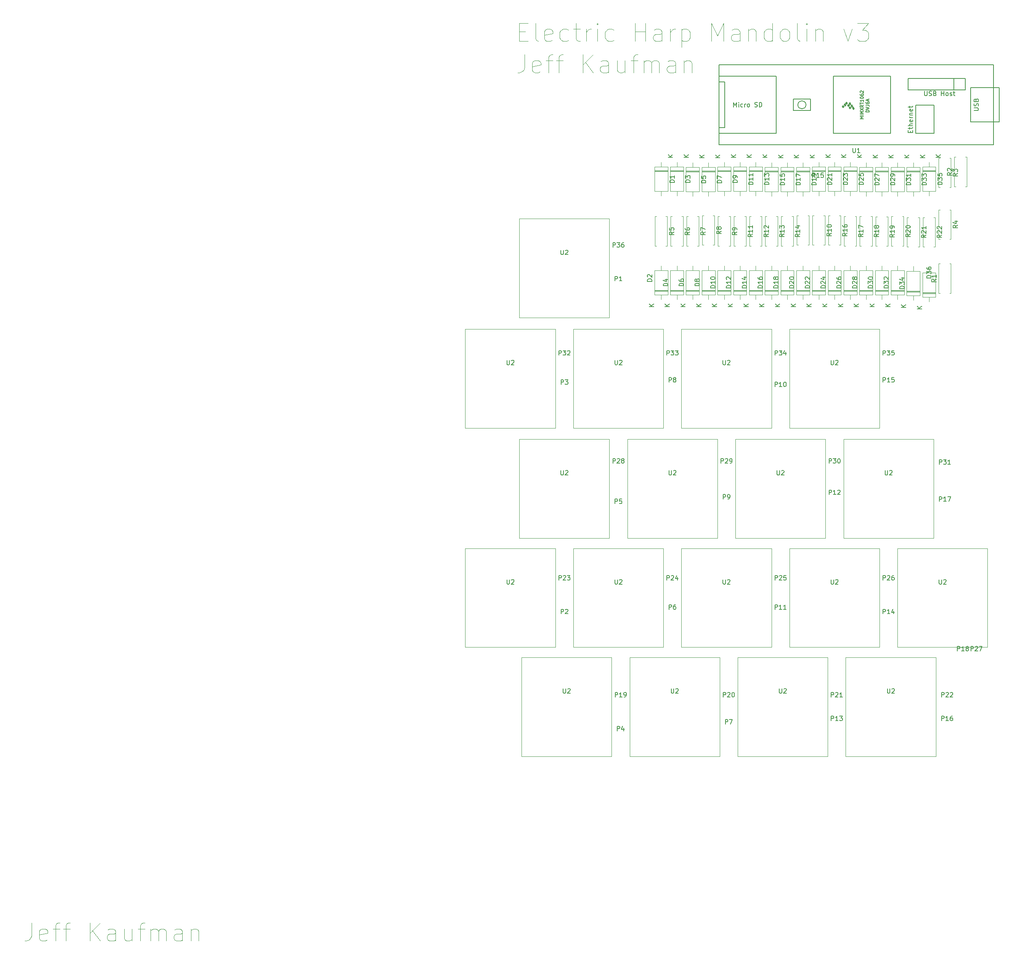
<source format=gbr>
%TF.GenerationSoftware,KiCad,Pcbnew,8.0.1*%
%TF.CreationDate,2024-04-24T21:21:33-04:00*%
%TF.ProjectId,emandoharp,656d616e-646f-4686-9172-702e6b696361,rev?*%
%TF.SameCoordinates,Original*%
%TF.FileFunction,Legend,Top*%
%TF.FilePolarity,Positive*%
%FSLAX46Y46*%
G04 Gerber Fmt 4.6, Leading zero omitted, Abs format (unit mm)*
G04 Created by KiCad (PCBNEW 8.0.1) date 2024-04-24 21:21:33*
%MOMM*%
%LPD*%
G01*
G04 APERTURE LIST*
%ADD10C,0.100000*%
%ADD11C,0.150000*%
%ADD12C,0.120000*%
G04 APERTURE END LIST*
D10*
X40018169Y-24910038D02*
X41351503Y-24910038D01*
X41922931Y-27005276D02*
X40018169Y-27005276D01*
X40018169Y-27005276D02*
X40018169Y-23005276D01*
X40018169Y-23005276D02*
X41922931Y-23005276D01*
X44208646Y-27005276D02*
X43827694Y-26814800D01*
X43827694Y-26814800D02*
X43637217Y-26433847D01*
X43637217Y-26433847D02*
X43637217Y-23005276D01*
X47256265Y-26814800D02*
X46875313Y-27005276D01*
X46875313Y-27005276D02*
X46113408Y-27005276D01*
X46113408Y-27005276D02*
X45732455Y-26814800D01*
X45732455Y-26814800D02*
X45541979Y-26433847D01*
X45541979Y-26433847D02*
X45541979Y-24910038D01*
X45541979Y-24910038D02*
X45732455Y-24529085D01*
X45732455Y-24529085D02*
X46113408Y-24338609D01*
X46113408Y-24338609D02*
X46875313Y-24338609D01*
X46875313Y-24338609D02*
X47256265Y-24529085D01*
X47256265Y-24529085D02*
X47446741Y-24910038D01*
X47446741Y-24910038D02*
X47446741Y-25290990D01*
X47446741Y-25290990D02*
X45541979Y-25671942D01*
X50875312Y-26814800D02*
X50494360Y-27005276D01*
X50494360Y-27005276D02*
X49732455Y-27005276D01*
X49732455Y-27005276D02*
X49351503Y-26814800D01*
X49351503Y-26814800D02*
X49161026Y-26624323D01*
X49161026Y-26624323D02*
X48970550Y-26243371D01*
X48970550Y-26243371D02*
X48970550Y-25100514D01*
X48970550Y-25100514D02*
X49161026Y-24719561D01*
X49161026Y-24719561D02*
X49351503Y-24529085D01*
X49351503Y-24529085D02*
X49732455Y-24338609D01*
X49732455Y-24338609D02*
X50494360Y-24338609D01*
X50494360Y-24338609D02*
X50875312Y-24529085D01*
X52018169Y-24338609D02*
X53541978Y-24338609D01*
X52589597Y-23005276D02*
X52589597Y-26433847D01*
X52589597Y-26433847D02*
X52780074Y-26814800D01*
X52780074Y-26814800D02*
X53161026Y-27005276D01*
X53161026Y-27005276D02*
X53541978Y-27005276D01*
X54875311Y-27005276D02*
X54875311Y-24338609D01*
X54875311Y-25100514D02*
X55065788Y-24719561D01*
X55065788Y-24719561D02*
X55256264Y-24529085D01*
X55256264Y-24529085D02*
X55637216Y-24338609D01*
X55637216Y-24338609D02*
X56018169Y-24338609D01*
X57351501Y-27005276D02*
X57351501Y-24338609D01*
X57351501Y-23005276D02*
X57161025Y-23195752D01*
X57161025Y-23195752D02*
X57351501Y-23386228D01*
X57351501Y-23386228D02*
X57541978Y-23195752D01*
X57541978Y-23195752D02*
X57351501Y-23005276D01*
X57351501Y-23005276D02*
X57351501Y-23386228D01*
X60970549Y-26814800D02*
X60589597Y-27005276D01*
X60589597Y-27005276D02*
X59827692Y-27005276D01*
X59827692Y-27005276D02*
X59446740Y-26814800D01*
X59446740Y-26814800D02*
X59256263Y-26624323D01*
X59256263Y-26624323D02*
X59065787Y-26243371D01*
X59065787Y-26243371D02*
X59065787Y-25100514D01*
X59065787Y-25100514D02*
X59256263Y-24719561D01*
X59256263Y-24719561D02*
X59446740Y-24529085D01*
X59446740Y-24529085D02*
X59827692Y-24338609D01*
X59827692Y-24338609D02*
X60589597Y-24338609D01*
X60589597Y-24338609D02*
X60970549Y-24529085D01*
X65732453Y-27005276D02*
X65732453Y-23005276D01*
X65732453Y-24910038D02*
X68018168Y-24910038D01*
X68018168Y-27005276D02*
X68018168Y-23005276D01*
X71637215Y-27005276D02*
X71637215Y-24910038D01*
X71637215Y-24910038D02*
X71446739Y-24529085D01*
X71446739Y-24529085D02*
X71065787Y-24338609D01*
X71065787Y-24338609D02*
X70303882Y-24338609D01*
X70303882Y-24338609D02*
X69922929Y-24529085D01*
X71637215Y-26814800D02*
X71256263Y-27005276D01*
X71256263Y-27005276D02*
X70303882Y-27005276D01*
X70303882Y-27005276D02*
X69922929Y-26814800D01*
X69922929Y-26814800D02*
X69732453Y-26433847D01*
X69732453Y-26433847D02*
X69732453Y-26052895D01*
X69732453Y-26052895D02*
X69922929Y-25671942D01*
X69922929Y-25671942D02*
X70303882Y-25481466D01*
X70303882Y-25481466D02*
X71256263Y-25481466D01*
X71256263Y-25481466D02*
X71637215Y-25290990D01*
X73541977Y-27005276D02*
X73541977Y-24338609D01*
X73541977Y-25100514D02*
X73732454Y-24719561D01*
X73732454Y-24719561D02*
X73922930Y-24529085D01*
X73922930Y-24529085D02*
X74303882Y-24338609D01*
X74303882Y-24338609D02*
X74684835Y-24338609D01*
X76018167Y-24338609D02*
X76018167Y-28338609D01*
X76018167Y-24529085D02*
X76399120Y-24338609D01*
X76399120Y-24338609D02*
X77161025Y-24338609D01*
X77161025Y-24338609D02*
X77541977Y-24529085D01*
X77541977Y-24529085D02*
X77732453Y-24719561D01*
X77732453Y-24719561D02*
X77922929Y-25100514D01*
X77922929Y-25100514D02*
X77922929Y-26243371D01*
X77922929Y-26243371D02*
X77732453Y-26624323D01*
X77732453Y-26624323D02*
X77541977Y-26814800D01*
X77541977Y-26814800D02*
X77161025Y-27005276D01*
X77161025Y-27005276D02*
X76399120Y-27005276D01*
X76399120Y-27005276D02*
X76018167Y-26814800D01*
X82684834Y-27005276D02*
X82684834Y-23005276D01*
X82684834Y-23005276D02*
X84018168Y-25862419D01*
X84018168Y-25862419D02*
X85351501Y-23005276D01*
X85351501Y-23005276D02*
X85351501Y-27005276D01*
X88970549Y-27005276D02*
X88970549Y-24910038D01*
X88970549Y-24910038D02*
X88780073Y-24529085D01*
X88780073Y-24529085D02*
X88399121Y-24338609D01*
X88399121Y-24338609D02*
X87637216Y-24338609D01*
X87637216Y-24338609D02*
X87256263Y-24529085D01*
X88970549Y-26814800D02*
X88589597Y-27005276D01*
X88589597Y-27005276D02*
X87637216Y-27005276D01*
X87637216Y-27005276D02*
X87256263Y-26814800D01*
X87256263Y-26814800D02*
X87065787Y-26433847D01*
X87065787Y-26433847D02*
X87065787Y-26052895D01*
X87065787Y-26052895D02*
X87256263Y-25671942D01*
X87256263Y-25671942D02*
X87637216Y-25481466D01*
X87637216Y-25481466D02*
X88589597Y-25481466D01*
X88589597Y-25481466D02*
X88970549Y-25290990D01*
X90875311Y-24338609D02*
X90875311Y-27005276D01*
X90875311Y-24719561D02*
X91065788Y-24529085D01*
X91065788Y-24529085D02*
X91446740Y-24338609D01*
X91446740Y-24338609D02*
X92018169Y-24338609D01*
X92018169Y-24338609D02*
X92399121Y-24529085D01*
X92399121Y-24529085D02*
X92589597Y-24910038D01*
X92589597Y-24910038D02*
X92589597Y-27005276D01*
X96208645Y-27005276D02*
X96208645Y-23005276D01*
X96208645Y-26814800D02*
X95827693Y-27005276D01*
X95827693Y-27005276D02*
X95065788Y-27005276D01*
X95065788Y-27005276D02*
X94684836Y-26814800D01*
X94684836Y-26814800D02*
X94494359Y-26624323D01*
X94494359Y-26624323D02*
X94303883Y-26243371D01*
X94303883Y-26243371D02*
X94303883Y-25100514D01*
X94303883Y-25100514D02*
X94494359Y-24719561D01*
X94494359Y-24719561D02*
X94684836Y-24529085D01*
X94684836Y-24529085D02*
X95065788Y-24338609D01*
X95065788Y-24338609D02*
X95827693Y-24338609D01*
X95827693Y-24338609D02*
X96208645Y-24529085D01*
X98684836Y-27005276D02*
X98303884Y-26814800D01*
X98303884Y-26814800D02*
X98113407Y-26624323D01*
X98113407Y-26624323D02*
X97922931Y-26243371D01*
X97922931Y-26243371D02*
X97922931Y-25100514D01*
X97922931Y-25100514D02*
X98113407Y-24719561D01*
X98113407Y-24719561D02*
X98303884Y-24529085D01*
X98303884Y-24529085D02*
X98684836Y-24338609D01*
X98684836Y-24338609D02*
X99256265Y-24338609D01*
X99256265Y-24338609D02*
X99637217Y-24529085D01*
X99637217Y-24529085D02*
X99827693Y-24719561D01*
X99827693Y-24719561D02*
X100018169Y-25100514D01*
X100018169Y-25100514D02*
X100018169Y-26243371D01*
X100018169Y-26243371D02*
X99827693Y-26624323D01*
X99827693Y-26624323D02*
X99637217Y-26814800D01*
X99637217Y-26814800D02*
X99256265Y-27005276D01*
X99256265Y-27005276D02*
X98684836Y-27005276D01*
X102303884Y-27005276D02*
X101922932Y-26814800D01*
X101922932Y-26814800D02*
X101732455Y-26433847D01*
X101732455Y-26433847D02*
X101732455Y-23005276D01*
X103827693Y-27005276D02*
X103827693Y-24338609D01*
X103827693Y-23005276D02*
X103637217Y-23195752D01*
X103637217Y-23195752D02*
X103827693Y-23386228D01*
X103827693Y-23386228D02*
X104018170Y-23195752D01*
X104018170Y-23195752D02*
X103827693Y-23005276D01*
X103827693Y-23005276D02*
X103827693Y-23386228D01*
X105732455Y-24338609D02*
X105732455Y-27005276D01*
X105732455Y-24719561D02*
X105922932Y-24529085D01*
X105922932Y-24529085D02*
X106303884Y-24338609D01*
X106303884Y-24338609D02*
X106875313Y-24338609D01*
X106875313Y-24338609D02*
X107256265Y-24529085D01*
X107256265Y-24529085D02*
X107446741Y-24910038D01*
X107446741Y-24910038D02*
X107446741Y-27005276D01*
X112018170Y-24338609D02*
X112970551Y-27005276D01*
X112970551Y-27005276D02*
X113922932Y-24338609D01*
X115065789Y-23005276D02*
X117541980Y-23005276D01*
X117541980Y-23005276D02*
X116208646Y-24529085D01*
X116208646Y-24529085D02*
X116780075Y-24529085D01*
X116780075Y-24529085D02*
X117161027Y-24719561D01*
X117161027Y-24719561D02*
X117351503Y-24910038D01*
X117351503Y-24910038D02*
X117541980Y-25290990D01*
X117541980Y-25290990D02*
X117541980Y-26243371D01*
X117541980Y-26243371D02*
X117351503Y-26624323D01*
X117351503Y-26624323D02*
X117161027Y-26814800D01*
X117161027Y-26814800D02*
X116780075Y-27005276D01*
X116780075Y-27005276D02*
X115637218Y-27005276D01*
X115637218Y-27005276D02*
X115256265Y-26814800D01*
X115256265Y-26814800D02*
X115065789Y-26624323D01*
X-68338972Y-223005276D02*
X-68338972Y-225862419D01*
X-68338972Y-225862419D02*
X-68529449Y-226433847D01*
X-68529449Y-226433847D02*
X-68910401Y-226814800D01*
X-68910401Y-226814800D02*
X-69481830Y-227005276D01*
X-69481830Y-227005276D02*
X-69862782Y-227005276D01*
X-64910401Y-226814800D02*
X-65291353Y-227005276D01*
X-65291353Y-227005276D02*
X-66053258Y-227005276D01*
X-66053258Y-227005276D02*
X-66434211Y-226814800D01*
X-66434211Y-226814800D02*
X-66624687Y-226433847D01*
X-66624687Y-226433847D02*
X-66624687Y-224910038D01*
X-66624687Y-224910038D02*
X-66434211Y-224529085D01*
X-66434211Y-224529085D02*
X-66053258Y-224338609D01*
X-66053258Y-224338609D02*
X-65291353Y-224338609D01*
X-65291353Y-224338609D02*
X-64910401Y-224529085D01*
X-64910401Y-224529085D02*
X-64719925Y-224910038D01*
X-64719925Y-224910038D02*
X-64719925Y-225290990D01*
X-64719925Y-225290990D02*
X-66624687Y-225671942D01*
X-63577068Y-224338609D02*
X-62053259Y-224338609D01*
X-63005640Y-227005276D02*
X-63005640Y-223576704D01*
X-63005640Y-223576704D02*
X-62815163Y-223195752D01*
X-62815163Y-223195752D02*
X-62434211Y-223005276D01*
X-62434211Y-223005276D02*
X-62053259Y-223005276D01*
X-61291354Y-224338609D02*
X-59767545Y-224338609D01*
X-60719926Y-227005276D02*
X-60719926Y-223576704D01*
X-60719926Y-223576704D02*
X-60529449Y-223195752D01*
X-60529449Y-223195752D02*
X-60148497Y-223005276D01*
X-60148497Y-223005276D02*
X-59767545Y-223005276D01*
X-55386593Y-227005276D02*
X-55386593Y-223005276D01*
X-53100878Y-227005276D02*
X-54815164Y-224719561D01*
X-53100878Y-223005276D02*
X-55386593Y-225290990D01*
X-49672307Y-227005276D02*
X-49672307Y-224910038D01*
X-49672307Y-224910038D02*
X-49862783Y-224529085D01*
X-49862783Y-224529085D02*
X-50243735Y-224338609D01*
X-50243735Y-224338609D02*
X-51005640Y-224338609D01*
X-51005640Y-224338609D02*
X-51386593Y-224529085D01*
X-49672307Y-226814800D02*
X-50053259Y-227005276D01*
X-50053259Y-227005276D02*
X-51005640Y-227005276D01*
X-51005640Y-227005276D02*
X-51386593Y-226814800D01*
X-51386593Y-226814800D02*
X-51577069Y-226433847D01*
X-51577069Y-226433847D02*
X-51577069Y-226052895D01*
X-51577069Y-226052895D02*
X-51386593Y-225671942D01*
X-51386593Y-225671942D02*
X-51005640Y-225481466D01*
X-51005640Y-225481466D02*
X-50053259Y-225481466D01*
X-50053259Y-225481466D02*
X-49672307Y-225290990D01*
X-46053259Y-224338609D02*
X-46053259Y-227005276D01*
X-47767545Y-224338609D02*
X-47767545Y-226433847D01*
X-47767545Y-226433847D02*
X-47577068Y-226814800D01*
X-47577068Y-226814800D02*
X-47196116Y-227005276D01*
X-47196116Y-227005276D02*
X-46624687Y-227005276D01*
X-46624687Y-227005276D02*
X-46243735Y-226814800D01*
X-46243735Y-226814800D02*
X-46053259Y-226624323D01*
X-44719925Y-224338609D02*
X-43196116Y-224338609D01*
X-44148497Y-227005276D02*
X-44148497Y-223576704D01*
X-44148497Y-223576704D02*
X-43958020Y-223195752D01*
X-43958020Y-223195752D02*
X-43577068Y-223005276D01*
X-43577068Y-223005276D02*
X-43196116Y-223005276D01*
X-41862783Y-227005276D02*
X-41862783Y-224338609D01*
X-41862783Y-224719561D02*
X-41672306Y-224529085D01*
X-41672306Y-224529085D02*
X-41291354Y-224338609D01*
X-41291354Y-224338609D02*
X-40719925Y-224338609D01*
X-40719925Y-224338609D02*
X-40338973Y-224529085D01*
X-40338973Y-224529085D02*
X-40148497Y-224910038D01*
X-40148497Y-224910038D02*
X-40148497Y-227005276D01*
X-40148497Y-224910038D02*
X-39958021Y-224529085D01*
X-39958021Y-224529085D02*
X-39577068Y-224338609D01*
X-39577068Y-224338609D02*
X-39005640Y-224338609D01*
X-39005640Y-224338609D02*
X-38624687Y-224529085D01*
X-38624687Y-224529085D02*
X-38434211Y-224910038D01*
X-38434211Y-224910038D02*
X-38434211Y-227005276D01*
X-34815164Y-227005276D02*
X-34815164Y-224910038D01*
X-34815164Y-224910038D02*
X-35005640Y-224529085D01*
X-35005640Y-224529085D02*
X-35386592Y-224338609D01*
X-35386592Y-224338609D02*
X-36148497Y-224338609D01*
X-36148497Y-224338609D02*
X-36529450Y-224529085D01*
X-34815164Y-226814800D02*
X-35196116Y-227005276D01*
X-35196116Y-227005276D02*
X-36148497Y-227005276D01*
X-36148497Y-227005276D02*
X-36529450Y-226814800D01*
X-36529450Y-226814800D02*
X-36719926Y-226433847D01*
X-36719926Y-226433847D02*
X-36719926Y-226052895D01*
X-36719926Y-226052895D02*
X-36529450Y-225671942D01*
X-36529450Y-225671942D02*
X-36148497Y-225481466D01*
X-36148497Y-225481466D02*
X-35196116Y-225481466D01*
X-35196116Y-225481466D02*
X-34815164Y-225290990D01*
X-32910402Y-224338609D02*
X-32910402Y-227005276D01*
X-32910402Y-224719561D02*
X-32719925Y-224529085D01*
X-32719925Y-224529085D02*
X-32338973Y-224338609D01*
X-32338973Y-224338609D02*
X-31767544Y-224338609D01*
X-31767544Y-224338609D02*
X-31386592Y-224529085D01*
X-31386592Y-224529085D02*
X-31196116Y-224910038D01*
X-31196116Y-224910038D02*
X-31196116Y-227005276D01*
X41161027Y-30005276D02*
X41161027Y-32862419D01*
X41161027Y-32862419D02*
X40970550Y-33433847D01*
X40970550Y-33433847D02*
X40589598Y-33814800D01*
X40589598Y-33814800D02*
X40018169Y-34005276D01*
X40018169Y-34005276D02*
X39637217Y-34005276D01*
X44589598Y-33814800D02*
X44208646Y-34005276D01*
X44208646Y-34005276D02*
X43446741Y-34005276D01*
X43446741Y-34005276D02*
X43065788Y-33814800D01*
X43065788Y-33814800D02*
X42875312Y-33433847D01*
X42875312Y-33433847D02*
X42875312Y-31910038D01*
X42875312Y-31910038D02*
X43065788Y-31529085D01*
X43065788Y-31529085D02*
X43446741Y-31338609D01*
X43446741Y-31338609D02*
X44208646Y-31338609D01*
X44208646Y-31338609D02*
X44589598Y-31529085D01*
X44589598Y-31529085D02*
X44780074Y-31910038D01*
X44780074Y-31910038D02*
X44780074Y-32290990D01*
X44780074Y-32290990D02*
X42875312Y-32671942D01*
X45922931Y-31338609D02*
X47446740Y-31338609D01*
X46494359Y-34005276D02*
X46494359Y-30576704D01*
X46494359Y-30576704D02*
X46684836Y-30195752D01*
X46684836Y-30195752D02*
X47065788Y-30005276D01*
X47065788Y-30005276D02*
X47446740Y-30005276D01*
X48208645Y-31338609D02*
X49732454Y-31338609D01*
X48780073Y-34005276D02*
X48780073Y-30576704D01*
X48780073Y-30576704D02*
X48970550Y-30195752D01*
X48970550Y-30195752D02*
X49351502Y-30005276D01*
X49351502Y-30005276D02*
X49732454Y-30005276D01*
X54113406Y-34005276D02*
X54113406Y-30005276D01*
X56399121Y-34005276D02*
X54684835Y-31719561D01*
X56399121Y-30005276D02*
X54113406Y-32290990D01*
X59827692Y-34005276D02*
X59827692Y-31910038D01*
X59827692Y-31910038D02*
X59637216Y-31529085D01*
X59637216Y-31529085D02*
X59256264Y-31338609D01*
X59256264Y-31338609D02*
X58494359Y-31338609D01*
X58494359Y-31338609D02*
X58113406Y-31529085D01*
X59827692Y-33814800D02*
X59446740Y-34005276D01*
X59446740Y-34005276D02*
X58494359Y-34005276D01*
X58494359Y-34005276D02*
X58113406Y-33814800D01*
X58113406Y-33814800D02*
X57922930Y-33433847D01*
X57922930Y-33433847D02*
X57922930Y-33052895D01*
X57922930Y-33052895D02*
X58113406Y-32671942D01*
X58113406Y-32671942D02*
X58494359Y-32481466D01*
X58494359Y-32481466D02*
X59446740Y-32481466D01*
X59446740Y-32481466D02*
X59827692Y-32290990D01*
X63446740Y-31338609D02*
X63446740Y-34005276D01*
X61732454Y-31338609D02*
X61732454Y-33433847D01*
X61732454Y-33433847D02*
X61922931Y-33814800D01*
X61922931Y-33814800D02*
X62303883Y-34005276D01*
X62303883Y-34005276D02*
X62875312Y-34005276D01*
X62875312Y-34005276D02*
X63256264Y-33814800D01*
X63256264Y-33814800D02*
X63446740Y-33624323D01*
X64780074Y-31338609D02*
X66303883Y-31338609D01*
X65351502Y-34005276D02*
X65351502Y-30576704D01*
X65351502Y-30576704D02*
X65541979Y-30195752D01*
X65541979Y-30195752D02*
X65922931Y-30005276D01*
X65922931Y-30005276D02*
X66303883Y-30005276D01*
X67637216Y-34005276D02*
X67637216Y-31338609D01*
X67637216Y-31719561D02*
X67827693Y-31529085D01*
X67827693Y-31529085D02*
X68208645Y-31338609D01*
X68208645Y-31338609D02*
X68780074Y-31338609D01*
X68780074Y-31338609D02*
X69161026Y-31529085D01*
X69161026Y-31529085D02*
X69351502Y-31910038D01*
X69351502Y-31910038D02*
X69351502Y-34005276D01*
X69351502Y-31910038D02*
X69541978Y-31529085D01*
X69541978Y-31529085D02*
X69922931Y-31338609D01*
X69922931Y-31338609D02*
X70494359Y-31338609D01*
X70494359Y-31338609D02*
X70875312Y-31529085D01*
X70875312Y-31529085D02*
X71065788Y-31910038D01*
X71065788Y-31910038D02*
X71065788Y-34005276D01*
X74684835Y-34005276D02*
X74684835Y-31910038D01*
X74684835Y-31910038D02*
X74494359Y-31529085D01*
X74494359Y-31529085D02*
X74113407Y-31338609D01*
X74113407Y-31338609D02*
X73351502Y-31338609D01*
X73351502Y-31338609D02*
X72970549Y-31529085D01*
X74684835Y-33814800D02*
X74303883Y-34005276D01*
X74303883Y-34005276D02*
X73351502Y-34005276D01*
X73351502Y-34005276D02*
X72970549Y-33814800D01*
X72970549Y-33814800D02*
X72780073Y-33433847D01*
X72780073Y-33433847D02*
X72780073Y-33052895D01*
X72780073Y-33052895D02*
X72970549Y-32671942D01*
X72970549Y-32671942D02*
X73351502Y-32481466D01*
X73351502Y-32481466D02*
X74303883Y-32481466D01*
X74303883Y-32481466D02*
X74684835Y-32290990D01*
X76589597Y-31338609D02*
X76589597Y-34005276D01*
X76589597Y-31719561D02*
X76780074Y-31529085D01*
X76780074Y-31529085D02*
X77161026Y-31338609D01*
X77161026Y-31338609D02*
X77732455Y-31338609D01*
X77732455Y-31338609D02*
X78113407Y-31529085D01*
X78113407Y-31529085D02*
X78303883Y-31910038D01*
X78303883Y-31910038D02*
X78303883Y-34005276D01*
D11*
X114984819Y-81884285D02*
X113984819Y-81884285D01*
X113984819Y-81884285D02*
X113984819Y-81646190D01*
X113984819Y-81646190D02*
X114032438Y-81503333D01*
X114032438Y-81503333D02*
X114127676Y-81408095D01*
X114127676Y-81408095D02*
X114222914Y-81360476D01*
X114222914Y-81360476D02*
X114413390Y-81312857D01*
X114413390Y-81312857D02*
X114556247Y-81312857D01*
X114556247Y-81312857D02*
X114746723Y-81360476D01*
X114746723Y-81360476D02*
X114841961Y-81408095D01*
X114841961Y-81408095D02*
X114937200Y-81503333D01*
X114937200Y-81503333D02*
X114984819Y-81646190D01*
X114984819Y-81646190D02*
X114984819Y-81884285D01*
X114080057Y-80931904D02*
X114032438Y-80884285D01*
X114032438Y-80884285D02*
X113984819Y-80789047D01*
X113984819Y-80789047D02*
X113984819Y-80550952D01*
X113984819Y-80550952D02*
X114032438Y-80455714D01*
X114032438Y-80455714D02*
X114080057Y-80408095D01*
X114080057Y-80408095D02*
X114175295Y-80360476D01*
X114175295Y-80360476D02*
X114270533Y-80360476D01*
X114270533Y-80360476D02*
X114413390Y-80408095D01*
X114413390Y-80408095D02*
X114984819Y-80979523D01*
X114984819Y-80979523D02*
X114984819Y-80360476D01*
X114413390Y-79789047D02*
X114365771Y-79884285D01*
X114365771Y-79884285D02*
X114318152Y-79931904D01*
X114318152Y-79931904D02*
X114222914Y-79979523D01*
X114222914Y-79979523D02*
X114175295Y-79979523D01*
X114175295Y-79979523D02*
X114080057Y-79931904D01*
X114080057Y-79931904D02*
X114032438Y-79884285D01*
X114032438Y-79884285D02*
X113984819Y-79789047D01*
X113984819Y-79789047D02*
X113984819Y-79598571D01*
X113984819Y-79598571D02*
X114032438Y-79503333D01*
X114032438Y-79503333D02*
X114080057Y-79455714D01*
X114080057Y-79455714D02*
X114175295Y-79408095D01*
X114175295Y-79408095D02*
X114222914Y-79408095D01*
X114222914Y-79408095D02*
X114318152Y-79455714D01*
X114318152Y-79455714D02*
X114365771Y-79503333D01*
X114365771Y-79503333D02*
X114413390Y-79598571D01*
X114413390Y-79598571D02*
X114413390Y-79789047D01*
X114413390Y-79789047D02*
X114461009Y-79884285D01*
X114461009Y-79884285D02*
X114508628Y-79931904D01*
X114508628Y-79931904D02*
X114603866Y-79979523D01*
X114603866Y-79979523D02*
X114794342Y-79979523D01*
X114794342Y-79979523D02*
X114889580Y-79931904D01*
X114889580Y-79931904D02*
X114937200Y-79884285D01*
X114937200Y-79884285D02*
X114984819Y-79789047D01*
X114984819Y-79789047D02*
X114984819Y-79598571D01*
X114984819Y-79598571D02*
X114937200Y-79503333D01*
X114937200Y-79503333D02*
X114889580Y-79455714D01*
X114889580Y-79455714D02*
X114794342Y-79408095D01*
X114794342Y-79408095D02*
X114603866Y-79408095D01*
X114603866Y-79408095D02*
X114508628Y-79455714D01*
X114508628Y-79455714D02*
X114461009Y-79503333D01*
X114461009Y-79503333D02*
X114413390Y-79598571D01*
X115354819Y-86011904D02*
X114354819Y-86011904D01*
X115354819Y-85440476D02*
X114783390Y-85869047D01*
X114354819Y-85440476D02*
X114926247Y-86011904D01*
X98824819Y-69892857D02*
X98348628Y-70226190D01*
X98824819Y-70464285D02*
X97824819Y-70464285D01*
X97824819Y-70464285D02*
X97824819Y-70083333D01*
X97824819Y-70083333D02*
X97872438Y-69988095D01*
X97872438Y-69988095D02*
X97920057Y-69940476D01*
X97920057Y-69940476D02*
X98015295Y-69892857D01*
X98015295Y-69892857D02*
X98158152Y-69892857D01*
X98158152Y-69892857D02*
X98253390Y-69940476D01*
X98253390Y-69940476D02*
X98301009Y-69988095D01*
X98301009Y-69988095D02*
X98348628Y-70083333D01*
X98348628Y-70083333D02*
X98348628Y-70464285D01*
X98824819Y-68940476D02*
X98824819Y-69511904D01*
X98824819Y-69226190D02*
X97824819Y-69226190D01*
X97824819Y-69226190D02*
X97967676Y-69321428D01*
X97967676Y-69321428D02*
X98062914Y-69416666D01*
X98062914Y-69416666D02*
X98110533Y-69511904D01*
X97824819Y-68607142D02*
X97824819Y-67988095D01*
X97824819Y-67988095D02*
X98205771Y-68321428D01*
X98205771Y-68321428D02*
X98205771Y-68178571D01*
X98205771Y-68178571D02*
X98253390Y-68083333D01*
X98253390Y-68083333D02*
X98301009Y-68035714D01*
X98301009Y-68035714D02*
X98396247Y-67988095D01*
X98396247Y-67988095D02*
X98634342Y-67988095D01*
X98634342Y-67988095D02*
X98729580Y-68035714D01*
X98729580Y-68035714D02*
X98777200Y-68083333D01*
X98777200Y-68083333D02*
X98824819Y-68178571D01*
X98824819Y-68178571D02*
X98824819Y-68464285D01*
X98824819Y-68464285D02*
X98777200Y-68559523D01*
X98777200Y-68559523D02*
X98729580Y-68607142D01*
X85285714Y-172804819D02*
X85285714Y-171804819D01*
X85285714Y-171804819D02*
X85666666Y-171804819D01*
X85666666Y-171804819D02*
X85761904Y-171852438D01*
X85761904Y-171852438D02*
X85809523Y-171900057D01*
X85809523Y-171900057D02*
X85857142Y-171995295D01*
X85857142Y-171995295D02*
X85857142Y-172138152D01*
X85857142Y-172138152D02*
X85809523Y-172233390D01*
X85809523Y-172233390D02*
X85761904Y-172281009D01*
X85761904Y-172281009D02*
X85666666Y-172328628D01*
X85666666Y-172328628D02*
X85285714Y-172328628D01*
X86238095Y-171900057D02*
X86285714Y-171852438D01*
X86285714Y-171852438D02*
X86380952Y-171804819D01*
X86380952Y-171804819D02*
X86619047Y-171804819D01*
X86619047Y-171804819D02*
X86714285Y-171852438D01*
X86714285Y-171852438D02*
X86761904Y-171900057D01*
X86761904Y-171900057D02*
X86809523Y-171995295D01*
X86809523Y-171995295D02*
X86809523Y-172090533D01*
X86809523Y-172090533D02*
X86761904Y-172233390D01*
X86761904Y-172233390D02*
X86190476Y-172804819D01*
X86190476Y-172804819D02*
X86809523Y-172804819D01*
X87428571Y-171804819D02*
X87523809Y-171804819D01*
X87523809Y-171804819D02*
X87619047Y-171852438D01*
X87619047Y-171852438D02*
X87666666Y-171900057D01*
X87666666Y-171900057D02*
X87714285Y-171995295D01*
X87714285Y-171995295D02*
X87761904Y-172185771D01*
X87761904Y-172185771D02*
X87761904Y-172423866D01*
X87761904Y-172423866D02*
X87714285Y-172614342D01*
X87714285Y-172614342D02*
X87666666Y-172709580D01*
X87666666Y-172709580D02*
X87619047Y-172757200D01*
X87619047Y-172757200D02*
X87523809Y-172804819D01*
X87523809Y-172804819D02*
X87428571Y-172804819D01*
X87428571Y-172804819D02*
X87333333Y-172757200D01*
X87333333Y-172757200D02*
X87285714Y-172709580D01*
X87285714Y-172709580D02*
X87238095Y-172614342D01*
X87238095Y-172614342D02*
X87190476Y-172423866D01*
X87190476Y-172423866D02*
X87190476Y-172185771D01*
X87190476Y-172185771D02*
X87238095Y-171995295D01*
X87238095Y-171995295D02*
X87285714Y-171900057D01*
X87285714Y-171900057D02*
X87333333Y-171852438D01*
X87333333Y-171852438D02*
X87428571Y-171804819D01*
X49261905Y-103304819D02*
X49261905Y-102304819D01*
X49261905Y-102304819D02*
X49642857Y-102304819D01*
X49642857Y-102304819D02*
X49738095Y-102352438D01*
X49738095Y-102352438D02*
X49785714Y-102400057D01*
X49785714Y-102400057D02*
X49833333Y-102495295D01*
X49833333Y-102495295D02*
X49833333Y-102638152D01*
X49833333Y-102638152D02*
X49785714Y-102733390D01*
X49785714Y-102733390D02*
X49738095Y-102781009D01*
X49738095Y-102781009D02*
X49642857Y-102828628D01*
X49642857Y-102828628D02*
X49261905Y-102828628D01*
X50166667Y-102304819D02*
X50785714Y-102304819D01*
X50785714Y-102304819D02*
X50452381Y-102685771D01*
X50452381Y-102685771D02*
X50595238Y-102685771D01*
X50595238Y-102685771D02*
X50690476Y-102733390D01*
X50690476Y-102733390D02*
X50738095Y-102781009D01*
X50738095Y-102781009D02*
X50785714Y-102876247D01*
X50785714Y-102876247D02*
X50785714Y-103114342D01*
X50785714Y-103114342D02*
X50738095Y-103209580D01*
X50738095Y-103209580D02*
X50690476Y-103257200D01*
X50690476Y-103257200D02*
X50595238Y-103304819D01*
X50595238Y-103304819D02*
X50309524Y-103304819D01*
X50309524Y-103304819D02*
X50214286Y-103257200D01*
X50214286Y-103257200D02*
X50166667Y-103209580D01*
X136084819Y-56226666D02*
X135608628Y-56559999D01*
X136084819Y-56798094D02*
X135084819Y-56798094D01*
X135084819Y-56798094D02*
X135084819Y-56417142D01*
X135084819Y-56417142D02*
X135132438Y-56321904D01*
X135132438Y-56321904D02*
X135180057Y-56274285D01*
X135180057Y-56274285D02*
X135275295Y-56226666D01*
X135275295Y-56226666D02*
X135418152Y-56226666D01*
X135418152Y-56226666D02*
X135513390Y-56274285D01*
X135513390Y-56274285D02*
X135561009Y-56321904D01*
X135561009Y-56321904D02*
X135608628Y-56417142D01*
X135608628Y-56417142D02*
X135608628Y-56798094D01*
X135180057Y-55845713D02*
X135132438Y-55798094D01*
X135132438Y-55798094D02*
X135084819Y-55702856D01*
X135084819Y-55702856D02*
X135084819Y-55464761D01*
X135084819Y-55464761D02*
X135132438Y-55369523D01*
X135132438Y-55369523D02*
X135180057Y-55321904D01*
X135180057Y-55321904D02*
X135275295Y-55274285D01*
X135275295Y-55274285D02*
X135370533Y-55274285D01*
X135370533Y-55274285D02*
X135513390Y-55321904D01*
X135513390Y-55321904D02*
X136084819Y-55893332D01*
X136084819Y-55893332D02*
X136084819Y-55274285D01*
X140285714Y-162554819D02*
X140285714Y-161554819D01*
X140285714Y-161554819D02*
X140666666Y-161554819D01*
X140666666Y-161554819D02*
X140761904Y-161602438D01*
X140761904Y-161602438D02*
X140809523Y-161650057D01*
X140809523Y-161650057D02*
X140857142Y-161745295D01*
X140857142Y-161745295D02*
X140857142Y-161888152D01*
X140857142Y-161888152D02*
X140809523Y-161983390D01*
X140809523Y-161983390D02*
X140761904Y-162031009D01*
X140761904Y-162031009D02*
X140666666Y-162078628D01*
X140666666Y-162078628D02*
X140285714Y-162078628D01*
X141238095Y-161650057D02*
X141285714Y-161602438D01*
X141285714Y-161602438D02*
X141380952Y-161554819D01*
X141380952Y-161554819D02*
X141619047Y-161554819D01*
X141619047Y-161554819D02*
X141714285Y-161602438D01*
X141714285Y-161602438D02*
X141761904Y-161650057D01*
X141761904Y-161650057D02*
X141809523Y-161745295D01*
X141809523Y-161745295D02*
X141809523Y-161840533D01*
X141809523Y-161840533D02*
X141761904Y-161983390D01*
X141761904Y-161983390D02*
X141190476Y-162554819D01*
X141190476Y-162554819D02*
X141809523Y-162554819D01*
X142142857Y-161554819D02*
X142809523Y-161554819D01*
X142809523Y-161554819D02*
X142380952Y-162554819D01*
X84924819Y-58488094D02*
X83924819Y-58488094D01*
X83924819Y-58488094D02*
X83924819Y-58249999D01*
X83924819Y-58249999D02*
X83972438Y-58107142D01*
X83972438Y-58107142D02*
X84067676Y-58011904D01*
X84067676Y-58011904D02*
X84162914Y-57964285D01*
X84162914Y-57964285D02*
X84353390Y-57916666D01*
X84353390Y-57916666D02*
X84496247Y-57916666D01*
X84496247Y-57916666D02*
X84686723Y-57964285D01*
X84686723Y-57964285D02*
X84781961Y-58011904D01*
X84781961Y-58011904D02*
X84877200Y-58107142D01*
X84877200Y-58107142D02*
X84924819Y-58249999D01*
X84924819Y-58249999D02*
X84924819Y-58488094D01*
X83924819Y-57583332D02*
X83924819Y-56916666D01*
X83924819Y-56916666D02*
X84924819Y-57345237D01*
X84554819Y-52931904D02*
X83554819Y-52931904D01*
X84554819Y-52360476D02*
X83983390Y-52789047D01*
X83554819Y-52360476D02*
X84126247Y-52931904D01*
X112924819Y-58884285D02*
X111924819Y-58884285D01*
X111924819Y-58884285D02*
X111924819Y-58646190D01*
X111924819Y-58646190D02*
X111972438Y-58503333D01*
X111972438Y-58503333D02*
X112067676Y-58408095D01*
X112067676Y-58408095D02*
X112162914Y-58360476D01*
X112162914Y-58360476D02*
X112353390Y-58312857D01*
X112353390Y-58312857D02*
X112496247Y-58312857D01*
X112496247Y-58312857D02*
X112686723Y-58360476D01*
X112686723Y-58360476D02*
X112781961Y-58408095D01*
X112781961Y-58408095D02*
X112877200Y-58503333D01*
X112877200Y-58503333D02*
X112924819Y-58646190D01*
X112924819Y-58646190D02*
X112924819Y-58884285D01*
X112020057Y-57931904D02*
X111972438Y-57884285D01*
X111972438Y-57884285D02*
X111924819Y-57789047D01*
X111924819Y-57789047D02*
X111924819Y-57550952D01*
X111924819Y-57550952D02*
X111972438Y-57455714D01*
X111972438Y-57455714D02*
X112020057Y-57408095D01*
X112020057Y-57408095D02*
X112115295Y-57360476D01*
X112115295Y-57360476D02*
X112210533Y-57360476D01*
X112210533Y-57360476D02*
X112353390Y-57408095D01*
X112353390Y-57408095D02*
X112924819Y-57979523D01*
X112924819Y-57979523D02*
X112924819Y-57360476D01*
X111924819Y-57027142D02*
X111924819Y-56408095D01*
X111924819Y-56408095D02*
X112305771Y-56741428D01*
X112305771Y-56741428D02*
X112305771Y-56598571D01*
X112305771Y-56598571D02*
X112353390Y-56503333D01*
X112353390Y-56503333D02*
X112401009Y-56455714D01*
X112401009Y-56455714D02*
X112496247Y-56408095D01*
X112496247Y-56408095D02*
X112734342Y-56408095D01*
X112734342Y-56408095D02*
X112829580Y-56455714D01*
X112829580Y-56455714D02*
X112877200Y-56503333D01*
X112877200Y-56503333D02*
X112924819Y-56598571D01*
X112924819Y-56598571D02*
X112924819Y-56884285D01*
X112924819Y-56884285D02*
X112877200Y-56979523D01*
X112877200Y-56979523D02*
X112829580Y-57027142D01*
X112554819Y-52851904D02*
X111554819Y-52851904D01*
X112554819Y-52280476D02*
X111983390Y-52709047D01*
X111554819Y-52280476D02*
X112126247Y-52851904D01*
X100984819Y-81884285D02*
X99984819Y-81884285D01*
X99984819Y-81884285D02*
X99984819Y-81646190D01*
X99984819Y-81646190D02*
X100032438Y-81503333D01*
X100032438Y-81503333D02*
X100127676Y-81408095D01*
X100127676Y-81408095D02*
X100222914Y-81360476D01*
X100222914Y-81360476D02*
X100413390Y-81312857D01*
X100413390Y-81312857D02*
X100556247Y-81312857D01*
X100556247Y-81312857D02*
X100746723Y-81360476D01*
X100746723Y-81360476D02*
X100841961Y-81408095D01*
X100841961Y-81408095D02*
X100937200Y-81503333D01*
X100937200Y-81503333D02*
X100984819Y-81646190D01*
X100984819Y-81646190D02*
X100984819Y-81884285D01*
X100080057Y-80931904D02*
X100032438Y-80884285D01*
X100032438Y-80884285D02*
X99984819Y-80789047D01*
X99984819Y-80789047D02*
X99984819Y-80550952D01*
X99984819Y-80550952D02*
X100032438Y-80455714D01*
X100032438Y-80455714D02*
X100080057Y-80408095D01*
X100080057Y-80408095D02*
X100175295Y-80360476D01*
X100175295Y-80360476D02*
X100270533Y-80360476D01*
X100270533Y-80360476D02*
X100413390Y-80408095D01*
X100413390Y-80408095D02*
X100984819Y-80979523D01*
X100984819Y-80979523D02*
X100984819Y-80360476D01*
X99984819Y-79741428D02*
X99984819Y-79646190D01*
X99984819Y-79646190D02*
X100032438Y-79550952D01*
X100032438Y-79550952D02*
X100080057Y-79503333D01*
X100080057Y-79503333D02*
X100175295Y-79455714D01*
X100175295Y-79455714D02*
X100365771Y-79408095D01*
X100365771Y-79408095D02*
X100603866Y-79408095D01*
X100603866Y-79408095D02*
X100794342Y-79455714D01*
X100794342Y-79455714D02*
X100889580Y-79503333D01*
X100889580Y-79503333D02*
X100937200Y-79550952D01*
X100937200Y-79550952D02*
X100984819Y-79646190D01*
X100984819Y-79646190D02*
X100984819Y-79741428D01*
X100984819Y-79741428D02*
X100937200Y-79836666D01*
X100937200Y-79836666D02*
X100889580Y-79884285D01*
X100889580Y-79884285D02*
X100794342Y-79931904D01*
X100794342Y-79931904D02*
X100603866Y-79979523D01*
X100603866Y-79979523D02*
X100365771Y-79979523D01*
X100365771Y-79979523D02*
X100175295Y-79931904D01*
X100175295Y-79931904D02*
X100080057Y-79884285D01*
X100080057Y-79884285D02*
X100032438Y-79836666D01*
X100032438Y-79836666D02*
X99984819Y-79741428D01*
X101354819Y-86011904D02*
X100354819Y-86011904D01*
X101354819Y-85440476D02*
X100783390Y-85869047D01*
X100354819Y-85440476D02*
X100926247Y-86011904D01*
X98924819Y-58964285D02*
X97924819Y-58964285D01*
X97924819Y-58964285D02*
X97924819Y-58726190D01*
X97924819Y-58726190D02*
X97972438Y-58583333D01*
X97972438Y-58583333D02*
X98067676Y-58488095D01*
X98067676Y-58488095D02*
X98162914Y-58440476D01*
X98162914Y-58440476D02*
X98353390Y-58392857D01*
X98353390Y-58392857D02*
X98496247Y-58392857D01*
X98496247Y-58392857D02*
X98686723Y-58440476D01*
X98686723Y-58440476D02*
X98781961Y-58488095D01*
X98781961Y-58488095D02*
X98877200Y-58583333D01*
X98877200Y-58583333D02*
X98924819Y-58726190D01*
X98924819Y-58726190D02*
X98924819Y-58964285D01*
X98924819Y-57440476D02*
X98924819Y-58011904D01*
X98924819Y-57726190D02*
X97924819Y-57726190D01*
X97924819Y-57726190D02*
X98067676Y-57821428D01*
X98067676Y-57821428D02*
X98162914Y-57916666D01*
X98162914Y-57916666D02*
X98210533Y-58011904D01*
X97924819Y-56535714D02*
X97924819Y-57011904D01*
X97924819Y-57011904D02*
X98401009Y-57059523D01*
X98401009Y-57059523D02*
X98353390Y-57011904D01*
X98353390Y-57011904D02*
X98305771Y-56916666D01*
X98305771Y-56916666D02*
X98305771Y-56678571D01*
X98305771Y-56678571D02*
X98353390Y-56583333D01*
X98353390Y-56583333D02*
X98401009Y-56535714D01*
X98401009Y-56535714D02*
X98496247Y-56488095D01*
X98496247Y-56488095D02*
X98734342Y-56488095D01*
X98734342Y-56488095D02*
X98829580Y-56535714D01*
X98829580Y-56535714D02*
X98877200Y-56583333D01*
X98877200Y-56583333D02*
X98924819Y-56678571D01*
X98924819Y-56678571D02*
X98924819Y-56916666D01*
X98924819Y-56916666D02*
X98877200Y-57011904D01*
X98877200Y-57011904D02*
X98829580Y-57059523D01*
X98554819Y-52931904D02*
X97554819Y-52931904D01*
X98554819Y-52360476D02*
X97983390Y-52789047D01*
X97554819Y-52360476D02*
X98126247Y-52931904D01*
X123324819Y-69952857D02*
X122848628Y-70286190D01*
X123324819Y-70524285D02*
X122324819Y-70524285D01*
X122324819Y-70524285D02*
X122324819Y-70143333D01*
X122324819Y-70143333D02*
X122372438Y-70048095D01*
X122372438Y-70048095D02*
X122420057Y-70000476D01*
X122420057Y-70000476D02*
X122515295Y-69952857D01*
X122515295Y-69952857D02*
X122658152Y-69952857D01*
X122658152Y-69952857D02*
X122753390Y-70000476D01*
X122753390Y-70000476D02*
X122801009Y-70048095D01*
X122801009Y-70048095D02*
X122848628Y-70143333D01*
X122848628Y-70143333D02*
X122848628Y-70524285D01*
X123324819Y-69000476D02*
X123324819Y-69571904D01*
X123324819Y-69286190D02*
X122324819Y-69286190D01*
X122324819Y-69286190D02*
X122467676Y-69381428D01*
X122467676Y-69381428D02*
X122562914Y-69476666D01*
X122562914Y-69476666D02*
X122610533Y-69571904D01*
X123324819Y-68524285D02*
X123324819Y-68333809D01*
X123324819Y-68333809D02*
X123277200Y-68238571D01*
X123277200Y-68238571D02*
X123229580Y-68190952D01*
X123229580Y-68190952D02*
X123086723Y-68095714D01*
X123086723Y-68095714D02*
X122896247Y-68048095D01*
X122896247Y-68048095D02*
X122515295Y-68048095D01*
X122515295Y-68048095D02*
X122420057Y-68095714D01*
X122420057Y-68095714D02*
X122372438Y-68143333D01*
X122372438Y-68143333D02*
X122324819Y-68238571D01*
X122324819Y-68238571D02*
X122324819Y-68429047D01*
X122324819Y-68429047D02*
X122372438Y-68524285D01*
X122372438Y-68524285D02*
X122420057Y-68571904D01*
X122420057Y-68571904D02*
X122515295Y-68619523D01*
X122515295Y-68619523D02*
X122753390Y-68619523D01*
X122753390Y-68619523D02*
X122848628Y-68571904D01*
X122848628Y-68571904D02*
X122896247Y-68524285D01*
X122896247Y-68524285D02*
X122943866Y-68429047D01*
X122943866Y-68429047D02*
X122943866Y-68238571D01*
X122943866Y-68238571D02*
X122896247Y-68143333D01*
X122896247Y-68143333D02*
X122848628Y-68095714D01*
X122848628Y-68095714D02*
X122753390Y-68048095D01*
X69454819Y-80408094D02*
X68454819Y-80408094D01*
X68454819Y-80408094D02*
X68454819Y-80169999D01*
X68454819Y-80169999D02*
X68502438Y-80027142D01*
X68502438Y-80027142D02*
X68597676Y-79931904D01*
X68597676Y-79931904D02*
X68692914Y-79884285D01*
X68692914Y-79884285D02*
X68883390Y-79836666D01*
X68883390Y-79836666D02*
X69026247Y-79836666D01*
X69026247Y-79836666D02*
X69216723Y-79884285D01*
X69216723Y-79884285D02*
X69311961Y-79931904D01*
X69311961Y-79931904D02*
X69407200Y-80027142D01*
X69407200Y-80027142D02*
X69454819Y-80169999D01*
X69454819Y-80169999D02*
X69454819Y-80408094D01*
X68550057Y-79455713D02*
X68502438Y-79408094D01*
X68502438Y-79408094D02*
X68454819Y-79312856D01*
X68454819Y-79312856D02*
X68454819Y-79074761D01*
X68454819Y-79074761D02*
X68502438Y-78979523D01*
X68502438Y-78979523D02*
X68550057Y-78931904D01*
X68550057Y-78931904D02*
X68645295Y-78884285D01*
X68645295Y-78884285D02*
X68740533Y-78884285D01*
X68740533Y-78884285D02*
X68883390Y-78931904D01*
X68883390Y-78931904D02*
X69454819Y-79503332D01*
X69454819Y-79503332D02*
X69454819Y-78884285D01*
X69854819Y-86011904D02*
X68854819Y-86011904D01*
X69854819Y-85440476D02*
X69283390Y-85869047D01*
X68854819Y-85440476D02*
X69426247Y-86011904D01*
X96785714Y-146804819D02*
X96785714Y-145804819D01*
X96785714Y-145804819D02*
X97166666Y-145804819D01*
X97166666Y-145804819D02*
X97261904Y-145852438D01*
X97261904Y-145852438D02*
X97309523Y-145900057D01*
X97309523Y-145900057D02*
X97357142Y-145995295D01*
X97357142Y-145995295D02*
X97357142Y-146138152D01*
X97357142Y-146138152D02*
X97309523Y-146233390D01*
X97309523Y-146233390D02*
X97261904Y-146281009D01*
X97261904Y-146281009D02*
X97166666Y-146328628D01*
X97166666Y-146328628D02*
X96785714Y-146328628D01*
X97738095Y-145900057D02*
X97785714Y-145852438D01*
X97785714Y-145852438D02*
X97880952Y-145804819D01*
X97880952Y-145804819D02*
X98119047Y-145804819D01*
X98119047Y-145804819D02*
X98214285Y-145852438D01*
X98214285Y-145852438D02*
X98261904Y-145900057D01*
X98261904Y-145900057D02*
X98309523Y-145995295D01*
X98309523Y-145995295D02*
X98309523Y-146090533D01*
X98309523Y-146090533D02*
X98261904Y-146233390D01*
X98261904Y-146233390D02*
X97690476Y-146804819D01*
X97690476Y-146804819D02*
X98309523Y-146804819D01*
X99214285Y-145804819D02*
X98738095Y-145804819D01*
X98738095Y-145804819D02*
X98690476Y-146281009D01*
X98690476Y-146281009D02*
X98738095Y-146233390D01*
X98738095Y-146233390D02*
X98833333Y-146185771D01*
X98833333Y-146185771D02*
X99071428Y-146185771D01*
X99071428Y-146185771D02*
X99166666Y-146233390D01*
X99166666Y-146233390D02*
X99214285Y-146281009D01*
X99214285Y-146281009D02*
X99261904Y-146376247D01*
X99261904Y-146376247D02*
X99261904Y-146614342D01*
X99261904Y-146614342D02*
X99214285Y-146709580D01*
X99214285Y-146709580D02*
X99166666Y-146757200D01*
X99166666Y-146757200D02*
X99071428Y-146804819D01*
X99071428Y-146804819D02*
X98833333Y-146804819D01*
X98833333Y-146804819D02*
X98738095Y-146757200D01*
X98738095Y-146757200D02*
X98690476Y-146709580D01*
X131454819Y-79664285D02*
X130454819Y-79664285D01*
X130454819Y-79664285D02*
X130454819Y-79426190D01*
X130454819Y-79426190D02*
X130502438Y-79283333D01*
X130502438Y-79283333D02*
X130597676Y-79188095D01*
X130597676Y-79188095D02*
X130692914Y-79140476D01*
X130692914Y-79140476D02*
X130883390Y-79092857D01*
X130883390Y-79092857D02*
X131026247Y-79092857D01*
X131026247Y-79092857D02*
X131216723Y-79140476D01*
X131216723Y-79140476D02*
X131311961Y-79188095D01*
X131311961Y-79188095D02*
X131407200Y-79283333D01*
X131407200Y-79283333D02*
X131454819Y-79426190D01*
X131454819Y-79426190D02*
X131454819Y-79664285D01*
X130454819Y-78759523D02*
X130454819Y-78140476D01*
X130454819Y-78140476D02*
X130835771Y-78473809D01*
X130835771Y-78473809D02*
X130835771Y-78330952D01*
X130835771Y-78330952D02*
X130883390Y-78235714D01*
X130883390Y-78235714D02*
X130931009Y-78188095D01*
X130931009Y-78188095D02*
X131026247Y-78140476D01*
X131026247Y-78140476D02*
X131264342Y-78140476D01*
X131264342Y-78140476D02*
X131359580Y-78188095D01*
X131359580Y-78188095D02*
X131407200Y-78235714D01*
X131407200Y-78235714D02*
X131454819Y-78330952D01*
X131454819Y-78330952D02*
X131454819Y-78616666D01*
X131454819Y-78616666D02*
X131407200Y-78711904D01*
X131407200Y-78711904D02*
X131359580Y-78759523D01*
X130454819Y-77283333D02*
X130454819Y-77473809D01*
X130454819Y-77473809D02*
X130502438Y-77569047D01*
X130502438Y-77569047D02*
X130550057Y-77616666D01*
X130550057Y-77616666D02*
X130692914Y-77711904D01*
X130692914Y-77711904D02*
X130883390Y-77759523D01*
X130883390Y-77759523D02*
X131264342Y-77759523D01*
X131264342Y-77759523D02*
X131359580Y-77711904D01*
X131359580Y-77711904D02*
X131407200Y-77664285D01*
X131407200Y-77664285D02*
X131454819Y-77569047D01*
X131454819Y-77569047D02*
X131454819Y-77378571D01*
X131454819Y-77378571D02*
X131407200Y-77283333D01*
X131407200Y-77283333D02*
X131359580Y-77235714D01*
X131359580Y-77235714D02*
X131264342Y-77188095D01*
X131264342Y-77188095D02*
X131026247Y-77188095D01*
X131026247Y-77188095D02*
X130931009Y-77235714D01*
X130931009Y-77235714D02*
X130883390Y-77283333D01*
X130883390Y-77283333D02*
X130835771Y-77378571D01*
X130835771Y-77378571D02*
X130835771Y-77569047D01*
X130835771Y-77569047D02*
X130883390Y-77664285D01*
X130883390Y-77664285D02*
X130931009Y-77711904D01*
X130931009Y-77711904D02*
X131026247Y-77759523D01*
X129354819Y-86511904D02*
X128354819Y-86511904D01*
X129354819Y-85940476D02*
X128783390Y-86369047D01*
X128354819Y-85940476D02*
X128926247Y-86511904D01*
X114068095Y-50784819D02*
X114068095Y-51594342D01*
X114068095Y-51594342D02*
X114115714Y-51689580D01*
X114115714Y-51689580D02*
X114163333Y-51737200D01*
X114163333Y-51737200D02*
X114258571Y-51784819D01*
X114258571Y-51784819D02*
X114449047Y-51784819D01*
X114449047Y-51784819D02*
X114544285Y-51737200D01*
X114544285Y-51737200D02*
X114591904Y-51689580D01*
X114591904Y-51689580D02*
X114639523Y-51594342D01*
X114639523Y-51594342D02*
X114639523Y-50784819D01*
X115639523Y-51784819D02*
X115068095Y-51784819D01*
X115353809Y-51784819D02*
X115353809Y-50784819D01*
X115353809Y-50784819D02*
X115258571Y-50927676D01*
X115258571Y-50927676D02*
X115163333Y-51022914D01*
X115163333Y-51022914D02*
X115068095Y-51070533D01*
X126826009Y-47303743D02*
X126826009Y-46970410D01*
X127349819Y-46827553D02*
X127349819Y-47303743D01*
X127349819Y-47303743D02*
X126349819Y-47303743D01*
X126349819Y-47303743D02*
X126349819Y-46827553D01*
X126683152Y-46541838D02*
X126683152Y-46160886D01*
X126349819Y-46398981D02*
X127206961Y-46398981D01*
X127206961Y-46398981D02*
X127302200Y-46351362D01*
X127302200Y-46351362D02*
X127349819Y-46256124D01*
X127349819Y-46256124D02*
X127349819Y-46160886D01*
X127349819Y-45827552D02*
X126349819Y-45827552D01*
X127349819Y-45398981D02*
X126826009Y-45398981D01*
X126826009Y-45398981D02*
X126730771Y-45446600D01*
X126730771Y-45446600D02*
X126683152Y-45541838D01*
X126683152Y-45541838D02*
X126683152Y-45684695D01*
X126683152Y-45684695D02*
X126730771Y-45779933D01*
X126730771Y-45779933D02*
X126778390Y-45827552D01*
X127302200Y-44541838D02*
X127349819Y-44637076D01*
X127349819Y-44637076D02*
X127349819Y-44827552D01*
X127349819Y-44827552D02*
X127302200Y-44922790D01*
X127302200Y-44922790D02*
X127206961Y-44970409D01*
X127206961Y-44970409D02*
X126826009Y-44970409D01*
X126826009Y-44970409D02*
X126730771Y-44922790D01*
X126730771Y-44922790D02*
X126683152Y-44827552D01*
X126683152Y-44827552D02*
X126683152Y-44637076D01*
X126683152Y-44637076D02*
X126730771Y-44541838D01*
X126730771Y-44541838D02*
X126826009Y-44494219D01*
X126826009Y-44494219D02*
X126921247Y-44494219D01*
X126921247Y-44494219D02*
X127016485Y-44970409D01*
X127349819Y-44065647D02*
X126683152Y-44065647D01*
X126873628Y-44065647D02*
X126778390Y-44018028D01*
X126778390Y-44018028D02*
X126730771Y-43970409D01*
X126730771Y-43970409D02*
X126683152Y-43875171D01*
X126683152Y-43875171D02*
X126683152Y-43779933D01*
X126683152Y-43446599D02*
X127349819Y-43446599D01*
X126778390Y-43446599D02*
X126730771Y-43398980D01*
X126730771Y-43398980D02*
X126683152Y-43303742D01*
X126683152Y-43303742D02*
X126683152Y-43160885D01*
X126683152Y-43160885D02*
X126730771Y-43065647D01*
X126730771Y-43065647D02*
X126826009Y-43018028D01*
X126826009Y-43018028D02*
X127349819Y-43018028D01*
X127302200Y-42160885D02*
X127349819Y-42256123D01*
X127349819Y-42256123D02*
X127349819Y-42446599D01*
X127349819Y-42446599D02*
X127302200Y-42541837D01*
X127302200Y-42541837D02*
X127206961Y-42589456D01*
X127206961Y-42589456D02*
X126826009Y-42589456D01*
X126826009Y-42589456D02*
X126730771Y-42541837D01*
X126730771Y-42541837D02*
X126683152Y-42446599D01*
X126683152Y-42446599D02*
X126683152Y-42256123D01*
X126683152Y-42256123D02*
X126730771Y-42160885D01*
X126730771Y-42160885D02*
X126826009Y-42113266D01*
X126826009Y-42113266D02*
X126921247Y-42113266D01*
X126921247Y-42113266D02*
X127016485Y-42589456D01*
X126683152Y-41827551D02*
X126683152Y-41446599D01*
X126349819Y-41684694D02*
X127206961Y-41684694D01*
X127206961Y-41684694D02*
X127302200Y-41637075D01*
X127302200Y-41637075D02*
X127349819Y-41541837D01*
X127349819Y-41541837D02*
X127349819Y-41446599D01*
X87580952Y-41624819D02*
X87580952Y-40624819D01*
X87580952Y-40624819D02*
X87914285Y-41339104D01*
X87914285Y-41339104D02*
X88247618Y-40624819D01*
X88247618Y-40624819D02*
X88247618Y-41624819D01*
X88723809Y-41624819D02*
X88723809Y-40958152D01*
X88723809Y-40624819D02*
X88676190Y-40672438D01*
X88676190Y-40672438D02*
X88723809Y-40720057D01*
X88723809Y-40720057D02*
X88771428Y-40672438D01*
X88771428Y-40672438D02*
X88723809Y-40624819D01*
X88723809Y-40624819D02*
X88723809Y-40720057D01*
X89628570Y-41577200D02*
X89533332Y-41624819D01*
X89533332Y-41624819D02*
X89342856Y-41624819D01*
X89342856Y-41624819D02*
X89247618Y-41577200D01*
X89247618Y-41577200D02*
X89199999Y-41529580D01*
X89199999Y-41529580D02*
X89152380Y-41434342D01*
X89152380Y-41434342D02*
X89152380Y-41148628D01*
X89152380Y-41148628D02*
X89199999Y-41053390D01*
X89199999Y-41053390D02*
X89247618Y-41005771D01*
X89247618Y-41005771D02*
X89342856Y-40958152D01*
X89342856Y-40958152D02*
X89533332Y-40958152D01*
X89533332Y-40958152D02*
X89628570Y-41005771D01*
X90057142Y-41624819D02*
X90057142Y-40958152D01*
X90057142Y-41148628D02*
X90104761Y-41053390D01*
X90104761Y-41053390D02*
X90152380Y-41005771D01*
X90152380Y-41005771D02*
X90247618Y-40958152D01*
X90247618Y-40958152D02*
X90342856Y-40958152D01*
X90819047Y-41624819D02*
X90723809Y-41577200D01*
X90723809Y-41577200D02*
X90676190Y-41529580D01*
X90676190Y-41529580D02*
X90628571Y-41434342D01*
X90628571Y-41434342D02*
X90628571Y-41148628D01*
X90628571Y-41148628D02*
X90676190Y-41053390D01*
X90676190Y-41053390D02*
X90723809Y-41005771D01*
X90723809Y-41005771D02*
X90819047Y-40958152D01*
X90819047Y-40958152D02*
X90961904Y-40958152D01*
X90961904Y-40958152D02*
X91057142Y-41005771D01*
X91057142Y-41005771D02*
X91104761Y-41053390D01*
X91104761Y-41053390D02*
X91152380Y-41148628D01*
X91152380Y-41148628D02*
X91152380Y-41434342D01*
X91152380Y-41434342D02*
X91104761Y-41529580D01*
X91104761Y-41529580D02*
X91057142Y-41577200D01*
X91057142Y-41577200D02*
X90961904Y-41624819D01*
X90961904Y-41624819D02*
X90819047Y-41624819D01*
X92295238Y-41577200D02*
X92438095Y-41624819D01*
X92438095Y-41624819D02*
X92676190Y-41624819D01*
X92676190Y-41624819D02*
X92771428Y-41577200D01*
X92771428Y-41577200D02*
X92819047Y-41529580D01*
X92819047Y-41529580D02*
X92866666Y-41434342D01*
X92866666Y-41434342D02*
X92866666Y-41339104D01*
X92866666Y-41339104D02*
X92819047Y-41243866D01*
X92819047Y-41243866D02*
X92771428Y-41196247D01*
X92771428Y-41196247D02*
X92676190Y-41148628D01*
X92676190Y-41148628D02*
X92485714Y-41101009D01*
X92485714Y-41101009D02*
X92390476Y-41053390D01*
X92390476Y-41053390D02*
X92342857Y-41005771D01*
X92342857Y-41005771D02*
X92295238Y-40910533D01*
X92295238Y-40910533D02*
X92295238Y-40815295D01*
X92295238Y-40815295D02*
X92342857Y-40720057D01*
X92342857Y-40720057D02*
X92390476Y-40672438D01*
X92390476Y-40672438D02*
X92485714Y-40624819D01*
X92485714Y-40624819D02*
X92723809Y-40624819D01*
X92723809Y-40624819D02*
X92866666Y-40672438D01*
X93295238Y-41624819D02*
X93295238Y-40624819D01*
X93295238Y-40624819D02*
X93533333Y-40624819D01*
X93533333Y-40624819D02*
X93676190Y-40672438D01*
X93676190Y-40672438D02*
X93771428Y-40767676D01*
X93771428Y-40767676D02*
X93819047Y-40862914D01*
X93819047Y-40862914D02*
X93866666Y-41053390D01*
X93866666Y-41053390D02*
X93866666Y-41196247D01*
X93866666Y-41196247D02*
X93819047Y-41386723D01*
X93819047Y-41386723D02*
X93771428Y-41481961D01*
X93771428Y-41481961D02*
X93676190Y-41577200D01*
X93676190Y-41577200D02*
X93533333Y-41624819D01*
X93533333Y-41624819D02*
X93295238Y-41624819D01*
X129986276Y-38135619D02*
X129986276Y-38945142D01*
X129986276Y-38945142D02*
X130033895Y-39040380D01*
X130033895Y-39040380D02*
X130081514Y-39088000D01*
X130081514Y-39088000D02*
X130176752Y-39135619D01*
X130176752Y-39135619D02*
X130367228Y-39135619D01*
X130367228Y-39135619D02*
X130462466Y-39088000D01*
X130462466Y-39088000D02*
X130510085Y-39040380D01*
X130510085Y-39040380D02*
X130557704Y-38945142D01*
X130557704Y-38945142D02*
X130557704Y-38135619D01*
X130986276Y-39088000D02*
X131129133Y-39135619D01*
X131129133Y-39135619D02*
X131367228Y-39135619D01*
X131367228Y-39135619D02*
X131462466Y-39088000D01*
X131462466Y-39088000D02*
X131510085Y-39040380D01*
X131510085Y-39040380D02*
X131557704Y-38945142D01*
X131557704Y-38945142D02*
X131557704Y-38849904D01*
X131557704Y-38849904D02*
X131510085Y-38754666D01*
X131510085Y-38754666D02*
X131462466Y-38707047D01*
X131462466Y-38707047D02*
X131367228Y-38659428D01*
X131367228Y-38659428D02*
X131176752Y-38611809D01*
X131176752Y-38611809D02*
X131081514Y-38564190D01*
X131081514Y-38564190D02*
X131033895Y-38516571D01*
X131033895Y-38516571D02*
X130986276Y-38421333D01*
X130986276Y-38421333D02*
X130986276Y-38326095D01*
X130986276Y-38326095D02*
X131033895Y-38230857D01*
X131033895Y-38230857D02*
X131081514Y-38183238D01*
X131081514Y-38183238D02*
X131176752Y-38135619D01*
X131176752Y-38135619D02*
X131414847Y-38135619D01*
X131414847Y-38135619D02*
X131557704Y-38183238D01*
X132319609Y-38611809D02*
X132462466Y-38659428D01*
X132462466Y-38659428D02*
X132510085Y-38707047D01*
X132510085Y-38707047D02*
X132557704Y-38802285D01*
X132557704Y-38802285D02*
X132557704Y-38945142D01*
X132557704Y-38945142D02*
X132510085Y-39040380D01*
X132510085Y-39040380D02*
X132462466Y-39088000D01*
X132462466Y-39088000D02*
X132367228Y-39135619D01*
X132367228Y-39135619D02*
X131986276Y-39135619D01*
X131986276Y-39135619D02*
X131986276Y-38135619D01*
X131986276Y-38135619D02*
X132319609Y-38135619D01*
X132319609Y-38135619D02*
X132414847Y-38183238D01*
X132414847Y-38183238D02*
X132462466Y-38230857D01*
X132462466Y-38230857D02*
X132510085Y-38326095D01*
X132510085Y-38326095D02*
X132510085Y-38421333D01*
X132510085Y-38421333D02*
X132462466Y-38516571D01*
X132462466Y-38516571D02*
X132414847Y-38564190D01*
X132414847Y-38564190D02*
X132319609Y-38611809D01*
X132319609Y-38611809D02*
X131986276Y-38611809D01*
X133748181Y-39135619D02*
X133748181Y-38135619D01*
X133748181Y-38611809D02*
X134319609Y-38611809D01*
X134319609Y-39135619D02*
X134319609Y-38135619D01*
X134938657Y-39135619D02*
X134843419Y-39088000D01*
X134843419Y-39088000D02*
X134795800Y-39040380D01*
X134795800Y-39040380D02*
X134748181Y-38945142D01*
X134748181Y-38945142D02*
X134748181Y-38659428D01*
X134748181Y-38659428D02*
X134795800Y-38564190D01*
X134795800Y-38564190D02*
X134843419Y-38516571D01*
X134843419Y-38516571D02*
X134938657Y-38468952D01*
X134938657Y-38468952D02*
X135081514Y-38468952D01*
X135081514Y-38468952D02*
X135176752Y-38516571D01*
X135176752Y-38516571D02*
X135224371Y-38564190D01*
X135224371Y-38564190D02*
X135271990Y-38659428D01*
X135271990Y-38659428D02*
X135271990Y-38945142D01*
X135271990Y-38945142D02*
X135224371Y-39040380D01*
X135224371Y-39040380D02*
X135176752Y-39088000D01*
X135176752Y-39088000D02*
X135081514Y-39135619D01*
X135081514Y-39135619D02*
X134938657Y-39135619D01*
X135652943Y-39088000D02*
X135748181Y-39135619D01*
X135748181Y-39135619D02*
X135938657Y-39135619D01*
X135938657Y-39135619D02*
X136033895Y-39088000D01*
X136033895Y-39088000D02*
X136081514Y-38992761D01*
X136081514Y-38992761D02*
X136081514Y-38945142D01*
X136081514Y-38945142D02*
X136033895Y-38849904D01*
X136033895Y-38849904D02*
X135938657Y-38802285D01*
X135938657Y-38802285D02*
X135795800Y-38802285D01*
X135795800Y-38802285D02*
X135700562Y-38754666D01*
X135700562Y-38754666D02*
X135652943Y-38659428D01*
X135652943Y-38659428D02*
X135652943Y-38611809D01*
X135652943Y-38611809D02*
X135700562Y-38516571D01*
X135700562Y-38516571D02*
X135795800Y-38468952D01*
X135795800Y-38468952D02*
X135938657Y-38468952D01*
X135938657Y-38468952D02*
X136033895Y-38516571D01*
X136367229Y-38468952D02*
X136748181Y-38468952D01*
X136510086Y-38135619D02*
X136510086Y-38992761D01*
X136510086Y-38992761D02*
X136557705Y-39088000D01*
X136557705Y-39088000D02*
X136652943Y-39135619D01*
X136652943Y-39135619D02*
X136748181Y-39135619D01*
X140954819Y-42431904D02*
X141764342Y-42431904D01*
X141764342Y-42431904D02*
X141859580Y-42384285D01*
X141859580Y-42384285D02*
X141907200Y-42336666D01*
X141907200Y-42336666D02*
X141954819Y-42241428D01*
X141954819Y-42241428D02*
X141954819Y-42050952D01*
X141954819Y-42050952D02*
X141907200Y-41955714D01*
X141907200Y-41955714D02*
X141859580Y-41908095D01*
X141859580Y-41908095D02*
X141764342Y-41860476D01*
X141764342Y-41860476D02*
X140954819Y-41860476D01*
X141907200Y-41431904D02*
X141954819Y-41289047D01*
X141954819Y-41289047D02*
X141954819Y-41050952D01*
X141954819Y-41050952D02*
X141907200Y-40955714D01*
X141907200Y-40955714D02*
X141859580Y-40908095D01*
X141859580Y-40908095D02*
X141764342Y-40860476D01*
X141764342Y-40860476D02*
X141669104Y-40860476D01*
X141669104Y-40860476D02*
X141573866Y-40908095D01*
X141573866Y-40908095D02*
X141526247Y-40955714D01*
X141526247Y-40955714D02*
X141478628Y-41050952D01*
X141478628Y-41050952D02*
X141431009Y-41241428D01*
X141431009Y-41241428D02*
X141383390Y-41336666D01*
X141383390Y-41336666D02*
X141335771Y-41384285D01*
X141335771Y-41384285D02*
X141240533Y-41431904D01*
X141240533Y-41431904D02*
X141145295Y-41431904D01*
X141145295Y-41431904D02*
X141050057Y-41384285D01*
X141050057Y-41384285D02*
X141002438Y-41336666D01*
X141002438Y-41336666D02*
X140954819Y-41241428D01*
X140954819Y-41241428D02*
X140954819Y-41003333D01*
X140954819Y-41003333D02*
X141002438Y-40860476D01*
X141431009Y-40098571D02*
X141478628Y-39955714D01*
X141478628Y-39955714D02*
X141526247Y-39908095D01*
X141526247Y-39908095D02*
X141621485Y-39860476D01*
X141621485Y-39860476D02*
X141764342Y-39860476D01*
X141764342Y-39860476D02*
X141859580Y-39908095D01*
X141859580Y-39908095D02*
X141907200Y-39955714D01*
X141907200Y-39955714D02*
X141954819Y-40050952D01*
X141954819Y-40050952D02*
X141954819Y-40431904D01*
X141954819Y-40431904D02*
X140954819Y-40431904D01*
X140954819Y-40431904D02*
X140954819Y-40098571D01*
X140954819Y-40098571D02*
X141002438Y-40003333D01*
X141002438Y-40003333D02*
X141050057Y-39955714D01*
X141050057Y-39955714D02*
X141145295Y-39908095D01*
X141145295Y-39908095D02*
X141240533Y-39908095D01*
X141240533Y-39908095D02*
X141335771Y-39955714D01*
X141335771Y-39955714D02*
X141383390Y-40003333D01*
X141383390Y-40003333D02*
X141431009Y-40098571D01*
X141431009Y-40098571D02*
X141431009Y-40431904D01*
X116416033Y-44253333D02*
X115716033Y-44253333D01*
X115716033Y-44253333D02*
X116216033Y-44020000D01*
X116216033Y-44020000D02*
X115716033Y-43786666D01*
X115716033Y-43786666D02*
X116416033Y-43786666D01*
X116416033Y-43453333D02*
X115716033Y-43453333D01*
X116416033Y-43120000D02*
X115716033Y-43120000D01*
X115716033Y-43120000D02*
X116216033Y-42886667D01*
X116216033Y-42886667D02*
X115716033Y-42653333D01*
X115716033Y-42653333D02*
X116416033Y-42653333D01*
X115716033Y-42386667D02*
X116416033Y-41920000D01*
X115716033Y-41920000D02*
X116416033Y-42386667D01*
X116416033Y-41253333D02*
X116082700Y-41486666D01*
X116416033Y-41653333D02*
X115716033Y-41653333D01*
X115716033Y-41653333D02*
X115716033Y-41386666D01*
X115716033Y-41386666D02*
X115749366Y-41320000D01*
X115749366Y-41320000D02*
X115782700Y-41286666D01*
X115782700Y-41286666D02*
X115849366Y-41253333D01*
X115849366Y-41253333D02*
X115949366Y-41253333D01*
X115949366Y-41253333D02*
X116016033Y-41286666D01*
X116016033Y-41286666D02*
X116049366Y-41320000D01*
X116049366Y-41320000D02*
X116082700Y-41386666D01*
X116082700Y-41386666D02*
X116082700Y-41653333D01*
X115716033Y-41053333D02*
X115716033Y-40653333D01*
X116416033Y-40853333D02*
X115716033Y-40853333D01*
X116416033Y-40053333D02*
X116416033Y-40453333D01*
X116416033Y-40253333D02*
X115716033Y-40253333D01*
X115716033Y-40253333D02*
X115816033Y-40320000D01*
X115816033Y-40320000D02*
X115882700Y-40386667D01*
X115882700Y-40386667D02*
X115916033Y-40453333D01*
X115716033Y-39620000D02*
X115716033Y-39553333D01*
X115716033Y-39553333D02*
X115749366Y-39486666D01*
X115749366Y-39486666D02*
X115782700Y-39453333D01*
X115782700Y-39453333D02*
X115849366Y-39420000D01*
X115849366Y-39420000D02*
X115982700Y-39386666D01*
X115982700Y-39386666D02*
X116149366Y-39386666D01*
X116149366Y-39386666D02*
X116282700Y-39420000D01*
X116282700Y-39420000D02*
X116349366Y-39453333D01*
X116349366Y-39453333D02*
X116382700Y-39486666D01*
X116382700Y-39486666D02*
X116416033Y-39553333D01*
X116416033Y-39553333D02*
X116416033Y-39620000D01*
X116416033Y-39620000D02*
X116382700Y-39686666D01*
X116382700Y-39686666D02*
X116349366Y-39720000D01*
X116349366Y-39720000D02*
X116282700Y-39753333D01*
X116282700Y-39753333D02*
X116149366Y-39786666D01*
X116149366Y-39786666D02*
X115982700Y-39786666D01*
X115982700Y-39786666D02*
X115849366Y-39753333D01*
X115849366Y-39753333D02*
X115782700Y-39720000D01*
X115782700Y-39720000D02*
X115749366Y-39686666D01*
X115749366Y-39686666D02*
X115716033Y-39620000D01*
X115716033Y-38786666D02*
X115716033Y-38919999D01*
X115716033Y-38919999D02*
X115749366Y-38986666D01*
X115749366Y-38986666D02*
X115782700Y-39019999D01*
X115782700Y-39019999D02*
X115882700Y-39086666D01*
X115882700Y-39086666D02*
X116016033Y-39119999D01*
X116016033Y-39119999D02*
X116282700Y-39119999D01*
X116282700Y-39119999D02*
X116349366Y-39086666D01*
X116349366Y-39086666D02*
X116382700Y-39053333D01*
X116382700Y-39053333D02*
X116416033Y-38986666D01*
X116416033Y-38986666D02*
X116416033Y-38853333D01*
X116416033Y-38853333D02*
X116382700Y-38786666D01*
X116382700Y-38786666D02*
X116349366Y-38753333D01*
X116349366Y-38753333D02*
X116282700Y-38719999D01*
X116282700Y-38719999D02*
X116116033Y-38719999D01*
X116116033Y-38719999D02*
X116049366Y-38753333D01*
X116049366Y-38753333D02*
X116016033Y-38786666D01*
X116016033Y-38786666D02*
X115982700Y-38853333D01*
X115982700Y-38853333D02*
X115982700Y-38986666D01*
X115982700Y-38986666D02*
X116016033Y-39053333D01*
X116016033Y-39053333D02*
X116049366Y-39086666D01*
X116049366Y-39086666D02*
X116116033Y-39119999D01*
X115782700Y-38453332D02*
X115749366Y-38419999D01*
X115749366Y-38419999D02*
X115716033Y-38353332D01*
X115716033Y-38353332D02*
X115716033Y-38186666D01*
X115716033Y-38186666D02*
X115749366Y-38119999D01*
X115749366Y-38119999D02*
X115782700Y-38086666D01*
X115782700Y-38086666D02*
X115849366Y-38053332D01*
X115849366Y-38053332D02*
X115916033Y-38053332D01*
X115916033Y-38053332D02*
X116016033Y-38086666D01*
X116016033Y-38086666D02*
X116416033Y-38486666D01*
X116416033Y-38486666D02*
X116416033Y-38053332D01*
X117686033Y-42733333D02*
X116986033Y-42733333D01*
X116986033Y-42733333D02*
X116986033Y-42566666D01*
X116986033Y-42566666D02*
X117019366Y-42466666D01*
X117019366Y-42466666D02*
X117086033Y-42400000D01*
X117086033Y-42400000D02*
X117152700Y-42366666D01*
X117152700Y-42366666D02*
X117286033Y-42333333D01*
X117286033Y-42333333D02*
X117386033Y-42333333D01*
X117386033Y-42333333D02*
X117519366Y-42366666D01*
X117519366Y-42366666D02*
X117586033Y-42400000D01*
X117586033Y-42400000D02*
X117652700Y-42466666D01*
X117652700Y-42466666D02*
X117686033Y-42566666D01*
X117686033Y-42566666D02*
X117686033Y-42733333D01*
X116986033Y-42133333D02*
X117686033Y-41900000D01*
X117686033Y-41900000D02*
X116986033Y-41666666D01*
X116986033Y-41233333D02*
X117486033Y-41233333D01*
X117486033Y-41233333D02*
X117586033Y-41266666D01*
X117586033Y-41266666D02*
X117652700Y-41333333D01*
X117652700Y-41333333D02*
X117686033Y-41433333D01*
X117686033Y-41433333D02*
X117686033Y-41500000D01*
X116986033Y-40600000D02*
X116986033Y-40733333D01*
X116986033Y-40733333D02*
X117019366Y-40800000D01*
X117019366Y-40800000D02*
X117052700Y-40833333D01*
X117052700Y-40833333D02*
X117152700Y-40900000D01*
X117152700Y-40900000D02*
X117286033Y-40933333D01*
X117286033Y-40933333D02*
X117552700Y-40933333D01*
X117552700Y-40933333D02*
X117619366Y-40900000D01*
X117619366Y-40900000D02*
X117652700Y-40866667D01*
X117652700Y-40866667D02*
X117686033Y-40800000D01*
X117686033Y-40800000D02*
X117686033Y-40666667D01*
X117686033Y-40666667D02*
X117652700Y-40600000D01*
X117652700Y-40600000D02*
X117619366Y-40566667D01*
X117619366Y-40566667D02*
X117552700Y-40533333D01*
X117552700Y-40533333D02*
X117386033Y-40533333D01*
X117386033Y-40533333D02*
X117319366Y-40566667D01*
X117319366Y-40566667D02*
X117286033Y-40600000D01*
X117286033Y-40600000D02*
X117252700Y-40666667D01*
X117252700Y-40666667D02*
X117252700Y-40800000D01*
X117252700Y-40800000D02*
X117286033Y-40866667D01*
X117286033Y-40866667D02*
X117319366Y-40900000D01*
X117319366Y-40900000D02*
X117386033Y-40933333D01*
X117486033Y-40266666D02*
X117486033Y-39933333D01*
X117686033Y-40333333D02*
X116986033Y-40100000D01*
X116986033Y-40100000D02*
X117686033Y-39866666D01*
X48785714Y-146804819D02*
X48785714Y-145804819D01*
X48785714Y-145804819D02*
X49166666Y-145804819D01*
X49166666Y-145804819D02*
X49261904Y-145852438D01*
X49261904Y-145852438D02*
X49309523Y-145900057D01*
X49309523Y-145900057D02*
X49357142Y-145995295D01*
X49357142Y-145995295D02*
X49357142Y-146138152D01*
X49357142Y-146138152D02*
X49309523Y-146233390D01*
X49309523Y-146233390D02*
X49261904Y-146281009D01*
X49261904Y-146281009D02*
X49166666Y-146328628D01*
X49166666Y-146328628D02*
X48785714Y-146328628D01*
X49738095Y-145900057D02*
X49785714Y-145852438D01*
X49785714Y-145852438D02*
X49880952Y-145804819D01*
X49880952Y-145804819D02*
X50119047Y-145804819D01*
X50119047Y-145804819D02*
X50214285Y-145852438D01*
X50214285Y-145852438D02*
X50261904Y-145900057D01*
X50261904Y-145900057D02*
X50309523Y-145995295D01*
X50309523Y-145995295D02*
X50309523Y-146090533D01*
X50309523Y-146090533D02*
X50261904Y-146233390D01*
X50261904Y-146233390D02*
X49690476Y-146804819D01*
X49690476Y-146804819D02*
X50309523Y-146804819D01*
X50642857Y-145804819D02*
X51261904Y-145804819D01*
X51261904Y-145804819D02*
X50928571Y-146185771D01*
X50928571Y-146185771D02*
X51071428Y-146185771D01*
X51071428Y-146185771D02*
X51166666Y-146233390D01*
X51166666Y-146233390D02*
X51214285Y-146281009D01*
X51214285Y-146281009D02*
X51261904Y-146376247D01*
X51261904Y-146376247D02*
X51261904Y-146614342D01*
X51261904Y-146614342D02*
X51214285Y-146709580D01*
X51214285Y-146709580D02*
X51166666Y-146757200D01*
X51166666Y-146757200D02*
X51071428Y-146804819D01*
X51071428Y-146804819D02*
X50785714Y-146804819D01*
X50785714Y-146804819D02*
X50690476Y-146757200D01*
X50690476Y-146757200D02*
X50642857Y-146709580D01*
X109238095Y-146704819D02*
X109238095Y-147514342D01*
X109238095Y-147514342D02*
X109285714Y-147609580D01*
X109285714Y-147609580D02*
X109333333Y-147657200D01*
X109333333Y-147657200D02*
X109428571Y-147704819D01*
X109428571Y-147704819D02*
X109619047Y-147704819D01*
X109619047Y-147704819D02*
X109714285Y-147657200D01*
X109714285Y-147657200D02*
X109761904Y-147609580D01*
X109761904Y-147609580D02*
X109809523Y-147514342D01*
X109809523Y-147514342D02*
X109809523Y-146704819D01*
X110238095Y-146800057D02*
X110285714Y-146752438D01*
X110285714Y-146752438D02*
X110380952Y-146704819D01*
X110380952Y-146704819D02*
X110619047Y-146704819D01*
X110619047Y-146704819D02*
X110714285Y-146752438D01*
X110714285Y-146752438D02*
X110761904Y-146800057D01*
X110761904Y-146800057D02*
X110809523Y-146895295D01*
X110809523Y-146895295D02*
X110809523Y-146990533D01*
X110809523Y-146990533D02*
X110761904Y-147133390D01*
X110761904Y-147133390D02*
X110190476Y-147704819D01*
X110190476Y-147704819D02*
X110809523Y-147704819D01*
X133285714Y-129304819D02*
X133285714Y-128304819D01*
X133285714Y-128304819D02*
X133666666Y-128304819D01*
X133666666Y-128304819D02*
X133761904Y-128352438D01*
X133761904Y-128352438D02*
X133809523Y-128400057D01*
X133809523Y-128400057D02*
X133857142Y-128495295D01*
X133857142Y-128495295D02*
X133857142Y-128638152D01*
X133857142Y-128638152D02*
X133809523Y-128733390D01*
X133809523Y-128733390D02*
X133761904Y-128781009D01*
X133761904Y-128781009D02*
X133666666Y-128828628D01*
X133666666Y-128828628D02*
X133285714Y-128828628D01*
X134809523Y-129304819D02*
X134238095Y-129304819D01*
X134523809Y-129304819D02*
X134523809Y-128304819D01*
X134523809Y-128304819D02*
X134428571Y-128447676D01*
X134428571Y-128447676D02*
X134333333Y-128542914D01*
X134333333Y-128542914D02*
X134238095Y-128590533D01*
X135142857Y-128304819D02*
X135809523Y-128304819D01*
X135809523Y-128304819D02*
X135380952Y-129304819D01*
X121238095Y-122454819D02*
X121238095Y-123264342D01*
X121238095Y-123264342D02*
X121285714Y-123359580D01*
X121285714Y-123359580D02*
X121333333Y-123407200D01*
X121333333Y-123407200D02*
X121428571Y-123454819D01*
X121428571Y-123454819D02*
X121619047Y-123454819D01*
X121619047Y-123454819D02*
X121714285Y-123407200D01*
X121714285Y-123407200D02*
X121761904Y-123359580D01*
X121761904Y-123359580D02*
X121809523Y-123264342D01*
X121809523Y-123264342D02*
X121809523Y-122454819D01*
X122238095Y-122550057D02*
X122285714Y-122502438D01*
X122285714Y-122502438D02*
X122380952Y-122454819D01*
X122380952Y-122454819D02*
X122619047Y-122454819D01*
X122619047Y-122454819D02*
X122714285Y-122502438D01*
X122714285Y-122502438D02*
X122761904Y-122550057D01*
X122761904Y-122550057D02*
X122809523Y-122645295D01*
X122809523Y-122645295D02*
X122809523Y-122740533D01*
X122809523Y-122740533D02*
X122761904Y-122883390D01*
X122761904Y-122883390D02*
X122190476Y-123454819D01*
X122190476Y-123454819D02*
X122809523Y-123454819D01*
X77824819Y-69416666D02*
X77348628Y-69749999D01*
X77824819Y-69988094D02*
X76824819Y-69988094D01*
X76824819Y-69988094D02*
X76824819Y-69607142D01*
X76824819Y-69607142D02*
X76872438Y-69511904D01*
X76872438Y-69511904D02*
X76920057Y-69464285D01*
X76920057Y-69464285D02*
X77015295Y-69416666D01*
X77015295Y-69416666D02*
X77158152Y-69416666D01*
X77158152Y-69416666D02*
X77253390Y-69464285D01*
X77253390Y-69464285D02*
X77301009Y-69511904D01*
X77301009Y-69511904D02*
X77348628Y-69607142D01*
X77348628Y-69607142D02*
X77348628Y-69988094D01*
X76824819Y-68559523D02*
X76824819Y-68749999D01*
X76824819Y-68749999D02*
X76872438Y-68845237D01*
X76872438Y-68845237D02*
X76920057Y-68892856D01*
X76920057Y-68892856D02*
X77062914Y-68988094D01*
X77062914Y-68988094D02*
X77253390Y-69035713D01*
X77253390Y-69035713D02*
X77634342Y-69035713D01*
X77634342Y-69035713D02*
X77729580Y-68988094D01*
X77729580Y-68988094D02*
X77777200Y-68940475D01*
X77777200Y-68940475D02*
X77824819Y-68845237D01*
X77824819Y-68845237D02*
X77824819Y-68654761D01*
X77824819Y-68654761D02*
X77777200Y-68559523D01*
X77777200Y-68559523D02*
X77729580Y-68511904D01*
X77729580Y-68511904D02*
X77634342Y-68464285D01*
X77634342Y-68464285D02*
X77396247Y-68464285D01*
X77396247Y-68464285D02*
X77301009Y-68511904D01*
X77301009Y-68511904D02*
X77253390Y-68559523D01*
X77253390Y-68559523D02*
X77205771Y-68654761D01*
X77205771Y-68654761D02*
X77205771Y-68845237D01*
X77205771Y-68845237D02*
X77253390Y-68940475D01*
X77253390Y-68940475D02*
X77301009Y-68988094D01*
X77301009Y-68988094D02*
X77396247Y-69035713D01*
X109324819Y-69702857D02*
X108848628Y-70036190D01*
X109324819Y-70274285D02*
X108324819Y-70274285D01*
X108324819Y-70274285D02*
X108324819Y-69893333D01*
X108324819Y-69893333D02*
X108372438Y-69798095D01*
X108372438Y-69798095D02*
X108420057Y-69750476D01*
X108420057Y-69750476D02*
X108515295Y-69702857D01*
X108515295Y-69702857D02*
X108658152Y-69702857D01*
X108658152Y-69702857D02*
X108753390Y-69750476D01*
X108753390Y-69750476D02*
X108801009Y-69798095D01*
X108801009Y-69798095D02*
X108848628Y-69893333D01*
X108848628Y-69893333D02*
X108848628Y-70274285D01*
X109324819Y-68750476D02*
X109324819Y-69321904D01*
X109324819Y-69036190D02*
X108324819Y-69036190D01*
X108324819Y-69036190D02*
X108467676Y-69131428D01*
X108467676Y-69131428D02*
X108562914Y-69226666D01*
X108562914Y-69226666D02*
X108610533Y-69321904D01*
X108324819Y-68131428D02*
X108324819Y-68036190D01*
X108324819Y-68036190D02*
X108372438Y-67940952D01*
X108372438Y-67940952D02*
X108420057Y-67893333D01*
X108420057Y-67893333D02*
X108515295Y-67845714D01*
X108515295Y-67845714D02*
X108705771Y-67798095D01*
X108705771Y-67798095D02*
X108943866Y-67798095D01*
X108943866Y-67798095D02*
X109134342Y-67845714D01*
X109134342Y-67845714D02*
X109229580Y-67893333D01*
X109229580Y-67893333D02*
X109277200Y-67940952D01*
X109277200Y-67940952D02*
X109324819Y-68036190D01*
X109324819Y-68036190D02*
X109324819Y-68131428D01*
X109324819Y-68131428D02*
X109277200Y-68226666D01*
X109277200Y-68226666D02*
X109229580Y-68274285D01*
X109229580Y-68274285D02*
X109134342Y-68321904D01*
X109134342Y-68321904D02*
X108943866Y-68369523D01*
X108943866Y-68369523D02*
X108705771Y-68369523D01*
X108705771Y-68369523D02*
X108515295Y-68321904D01*
X108515295Y-68321904D02*
X108420057Y-68274285D01*
X108420057Y-68274285D02*
X108372438Y-68226666D01*
X108372438Y-68226666D02*
X108324819Y-68131428D01*
X123424819Y-58964285D02*
X122424819Y-58964285D01*
X122424819Y-58964285D02*
X122424819Y-58726190D01*
X122424819Y-58726190D02*
X122472438Y-58583333D01*
X122472438Y-58583333D02*
X122567676Y-58488095D01*
X122567676Y-58488095D02*
X122662914Y-58440476D01*
X122662914Y-58440476D02*
X122853390Y-58392857D01*
X122853390Y-58392857D02*
X122996247Y-58392857D01*
X122996247Y-58392857D02*
X123186723Y-58440476D01*
X123186723Y-58440476D02*
X123281961Y-58488095D01*
X123281961Y-58488095D02*
X123377200Y-58583333D01*
X123377200Y-58583333D02*
X123424819Y-58726190D01*
X123424819Y-58726190D02*
X123424819Y-58964285D01*
X122520057Y-58011904D02*
X122472438Y-57964285D01*
X122472438Y-57964285D02*
X122424819Y-57869047D01*
X122424819Y-57869047D02*
X122424819Y-57630952D01*
X122424819Y-57630952D02*
X122472438Y-57535714D01*
X122472438Y-57535714D02*
X122520057Y-57488095D01*
X122520057Y-57488095D02*
X122615295Y-57440476D01*
X122615295Y-57440476D02*
X122710533Y-57440476D01*
X122710533Y-57440476D02*
X122853390Y-57488095D01*
X122853390Y-57488095D02*
X123424819Y-58059523D01*
X123424819Y-58059523D02*
X123424819Y-57440476D01*
X123424819Y-56964285D02*
X123424819Y-56773809D01*
X123424819Y-56773809D02*
X123377200Y-56678571D01*
X123377200Y-56678571D02*
X123329580Y-56630952D01*
X123329580Y-56630952D02*
X123186723Y-56535714D01*
X123186723Y-56535714D02*
X122996247Y-56488095D01*
X122996247Y-56488095D02*
X122615295Y-56488095D01*
X122615295Y-56488095D02*
X122520057Y-56535714D01*
X122520057Y-56535714D02*
X122472438Y-56583333D01*
X122472438Y-56583333D02*
X122424819Y-56678571D01*
X122424819Y-56678571D02*
X122424819Y-56869047D01*
X122424819Y-56869047D02*
X122472438Y-56964285D01*
X122472438Y-56964285D02*
X122520057Y-57011904D01*
X122520057Y-57011904D02*
X122615295Y-57059523D01*
X122615295Y-57059523D02*
X122853390Y-57059523D01*
X122853390Y-57059523D02*
X122948628Y-57011904D01*
X122948628Y-57011904D02*
X122996247Y-56964285D01*
X122996247Y-56964285D02*
X123043866Y-56869047D01*
X123043866Y-56869047D02*
X123043866Y-56678571D01*
X123043866Y-56678571D02*
X122996247Y-56583333D01*
X122996247Y-56583333D02*
X122948628Y-56535714D01*
X122948628Y-56535714D02*
X122853390Y-56488095D01*
X123054819Y-52931904D02*
X122054819Y-52931904D01*
X123054819Y-52360476D02*
X122483390Y-52789047D01*
X122054819Y-52360476D02*
X122626247Y-52931904D01*
X61285714Y-172804819D02*
X61285714Y-171804819D01*
X61285714Y-171804819D02*
X61666666Y-171804819D01*
X61666666Y-171804819D02*
X61761904Y-171852438D01*
X61761904Y-171852438D02*
X61809523Y-171900057D01*
X61809523Y-171900057D02*
X61857142Y-171995295D01*
X61857142Y-171995295D02*
X61857142Y-172138152D01*
X61857142Y-172138152D02*
X61809523Y-172233390D01*
X61809523Y-172233390D02*
X61761904Y-172281009D01*
X61761904Y-172281009D02*
X61666666Y-172328628D01*
X61666666Y-172328628D02*
X61285714Y-172328628D01*
X62809523Y-172804819D02*
X62238095Y-172804819D01*
X62523809Y-172804819D02*
X62523809Y-171804819D01*
X62523809Y-171804819D02*
X62428571Y-171947676D01*
X62428571Y-171947676D02*
X62333333Y-172042914D01*
X62333333Y-172042914D02*
X62238095Y-172090533D01*
X63285714Y-172804819D02*
X63476190Y-172804819D01*
X63476190Y-172804819D02*
X63571428Y-172757200D01*
X63571428Y-172757200D02*
X63619047Y-172709580D01*
X63619047Y-172709580D02*
X63714285Y-172566723D01*
X63714285Y-172566723D02*
X63761904Y-172376247D01*
X63761904Y-172376247D02*
X63761904Y-171995295D01*
X63761904Y-171995295D02*
X63714285Y-171900057D01*
X63714285Y-171900057D02*
X63666666Y-171852438D01*
X63666666Y-171852438D02*
X63571428Y-171804819D01*
X63571428Y-171804819D02*
X63380952Y-171804819D01*
X63380952Y-171804819D02*
X63285714Y-171852438D01*
X63285714Y-171852438D02*
X63238095Y-171900057D01*
X63238095Y-171900057D02*
X63190476Y-171995295D01*
X63190476Y-171995295D02*
X63190476Y-172233390D01*
X63190476Y-172233390D02*
X63238095Y-172328628D01*
X63238095Y-172328628D02*
X63285714Y-172376247D01*
X63285714Y-172376247D02*
X63380952Y-172423866D01*
X63380952Y-172423866D02*
X63571428Y-172423866D01*
X63571428Y-172423866D02*
X63666666Y-172376247D01*
X63666666Y-172376247D02*
X63714285Y-172328628D01*
X63714285Y-172328628D02*
X63761904Y-172233390D01*
X73261905Y-153304819D02*
X73261905Y-152304819D01*
X73261905Y-152304819D02*
X73642857Y-152304819D01*
X73642857Y-152304819D02*
X73738095Y-152352438D01*
X73738095Y-152352438D02*
X73785714Y-152400057D01*
X73785714Y-152400057D02*
X73833333Y-152495295D01*
X73833333Y-152495295D02*
X73833333Y-152638152D01*
X73833333Y-152638152D02*
X73785714Y-152733390D01*
X73785714Y-152733390D02*
X73738095Y-152781009D01*
X73738095Y-152781009D02*
X73642857Y-152828628D01*
X73642857Y-152828628D02*
X73261905Y-152828628D01*
X74690476Y-152304819D02*
X74500000Y-152304819D01*
X74500000Y-152304819D02*
X74404762Y-152352438D01*
X74404762Y-152352438D02*
X74357143Y-152400057D01*
X74357143Y-152400057D02*
X74261905Y-152542914D01*
X74261905Y-152542914D02*
X74214286Y-152733390D01*
X74214286Y-152733390D02*
X74214286Y-153114342D01*
X74214286Y-153114342D02*
X74261905Y-153209580D01*
X74261905Y-153209580D02*
X74309524Y-153257200D01*
X74309524Y-153257200D02*
X74404762Y-153304819D01*
X74404762Y-153304819D02*
X74595238Y-153304819D01*
X74595238Y-153304819D02*
X74690476Y-153257200D01*
X74690476Y-153257200D02*
X74738095Y-153209580D01*
X74738095Y-153209580D02*
X74785714Y-153114342D01*
X74785714Y-153114342D02*
X74785714Y-152876247D01*
X74785714Y-152876247D02*
X74738095Y-152781009D01*
X74738095Y-152781009D02*
X74690476Y-152733390D01*
X74690476Y-152733390D02*
X74595238Y-152685771D01*
X74595238Y-152685771D02*
X74404762Y-152685771D01*
X74404762Y-152685771D02*
X74309524Y-152733390D01*
X74309524Y-152733390D02*
X74261905Y-152781009D01*
X74261905Y-152781009D02*
X74214286Y-152876247D01*
X102324819Y-69892857D02*
X101848628Y-70226190D01*
X102324819Y-70464285D02*
X101324819Y-70464285D01*
X101324819Y-70464285D02*
X101324819Y-70083333D01*
X101324819Y-70083333D02*
X101372438Y-69988095D01*
X101372438Y-69988095D02*
X101420057Y-69940476D01*
X101420057Y-69940476D02*
X101515295Y-69892857D01*
X101515295Y-69892857D02*
X101658152Y-69892857D01*
X101658152Y-69892857D02*
X101753390Y-69940476D01*
X101753390Y-69940476D02*
X101801009Y-69988095D01*
X101801009Y-69988095D02*
X101848628Y-70083333D01*
X101848628Y-70083333D02*
X101848628Y-70464285D01*
X102324819Y-68940476D02*
X102324819Y-69511904D01*
X102324819Y-69226190D02*
X101324819Y-69226190D01*
X101324819Y-69226190D02*
X101467676Y-69321428D01*
X101467676Y-69321428D02*
X101562914Y-69416666D01*
X101562914Y-69416666D02*
X101610533Y-69511904D01*
X101658152Y-68083333D02*
X102324819Y-68083333D01*
X101277200Y-68321428D02*
X101991485Y-68559523D01*
X101991485Y-68559523D02*
X101991485Y-67940476D01*
X109285714Y-172804819D02*
X109285714Y-171804819D01*
X109285714Y-171804819D02*
X109666666Y-171804819D01*
X109666666Y-171804819D02*
X109761904Y-171852438D01*
X109761904Y-171852438D02*
X109809523Y-171900057D01*
X109809523Y-171900057D02*
X109857142Y-171995295D01*
X109857142Y-171995295D02*
X109857142Y-172138152D01*
X109857142Y-172138152D02*
X109809523Y-172233390D01*
X109809523Y-172233390D02*
X109761904Y-172281009D01*
X109761904Y-172281009D02*
X109666666Y-172328628D01*
X109666666Y-172328628D02*
X109285714Y-172328628D01*
X110238095Y-171900057D02*
X110285714Y-171852438D01*
X110285714Y-171852438D02*
X110380952Y-171804819D01*
X110380952Y-171804819D02*
X110619047Y-171804819D01*
X110619047Y-171804819D02*
X110714285Y-171852438D01*
X110714285Y-171852438D02*
X110761904Y-171900057D01*
X110761904Y-171900057D02*
X110809523Y-171995295D01*
X110809523Y-171995295D02*
X110809523Y-172090533D01*
X110809523Y-172090533D02*
X110761904Y-172233390D01*
X110761904Y-172233390D02*
X110190476Y-172804819D01*
X110190476Y-172804819D02*
X110809523Y-172804819D01*
X111761904Y-172804819D02*
X111190476Y-172804819D01*
X111476190Y-172804819D02*
X111476190Y-171804819D01*
X111476190Y-171804819D02*
X111380952Y-171947676D01*
X111380952Y-171947676D02*
X111285714Y-172042914D01*
X111285714Y-172042914D02*
X111190476Y-172090533D01*
X96785714Y-96804819D02*
X96785714Y-95804819D01*
X96785714Y-95804819D02*
X97166666Y-95804819D01*
X97166666Y-95804819D02*
X97261904Y-95852438D01*
X97261904Y-95852438D02*
X97309523Y-95900057D01*
X97309523Y-95900057D02*
X97357142Y-95995295D01*
X97357142Y-95995295D02*
X97357142Y-96138152D01*
X97357142Y-96138152D02*
X97309523Y-96233390D01*
X97309523Y-96233390D02*
X97261904Y-96281009D01*
X97261904Y-96281009D02*
X97166666Y-96328628D01*
X97166666Y-96328628D02*
X96785714Y-96328628D01*
X97690476Y-95804819D02*
X98309523Y-95804819D01*
X98309523Y-95804819D02*
X97976190Y-96185771D01*
X97976190Y-96185771D02*
X98119047Y-96185771D01*
X98119047Y-96185771D02*
X98214285Y-96233390D01*
X98214285Y-96233390D02*
X98261904Y-96281009D01*
X98261904Y-96281009D02*
X98309523Y-96376247D01*
X98309523Y-96376247D02*
X98309523Y-96614342D01*
X98309523Y-96614342D02*
X98261904Y-96709580D01*
X98261904Y-96709580D02*
X98214285Y-96757200D01*
X98214285Y-96757200D02*
X98119047Y-96804819D01*
X98119047Y-96804819D02*
X97833333Y-96804819D01*
X97833333Y-96804819D02*
X97738095Y-96757200D01*
X97738095Y-96757200D02*
X97690476Y-96709580D01*
X99166666Y-96138152D02*
X99166666Y-96804819D01*
X98928571Y-95757200D02*
X98690476Y-96471485D01*
X98690476Y-96471485D02*
X99309523Y-96471485D01*
X60785714Y-72804819D02*
X60785714Y-71804819D01*
X60785714Y-71804819D02*
X61166666Y-71804819D01*
X61166666Y-71804819D02*
X61261904Y-71852438D01*
X61261904Y-71852438D02*
X61309523Y-71900057D01*
X61309523Y-71900057D02*
X61357142Y-71995295D01*
X61357142Y-71995295D02*
X61357142Y-72138152D01*
X61357142Y-72138152D02*
X61309523Y-72233390D01*
X61309523Y-72233390D02*
X61261904Y-72281009D01*
X61261904Y-72281009D02*
X61166666Y-72328628D01*
X61166666Y-72328628D02*
X60785714Y-72328628D01*
X61690476Y-71804819D02*
X62309523Y-71804819D01*
X62309523Y-71804819D02*
X61976190Y-72185771D01*
X61976190Y-72185771D02*
X62119047Y-72185771D01*
X62119047Y-72185771D02*
X62214285Y-72233390D01*
X62214285Y-72233390D02*
X62261904Y-72281009D01*
X62261904Y-72281009D02*
X62309523Y-72376247D01*
X62309523Y-72376247D02*
X62309523Y-72614342D01*
X62309523Y-72614342D02*
X62261904Y-72709580D01*
X62261904Y-72709580D02*
X62214285Y-72757200D01*
X62214285Y-72757200D02*
X62119047Y-72804819D01*
X62119047Y-72804819D02*
X61833333Y-72804819D01*
X61833333Y-72804819D02*
X61738095Y-72757200D01*
X61738095Y-72757200D02*
X61690476Y-72709580D01*
X63166666Y-71804819D02*
X62976190Y-71804819D01*
X62976190Y-71804819D02*
X62880952Y-71852438D01*
X62880952Y-71852438D02*
X62833333Y-71900057D01*
X62833333Y-71900057D02*
X62738095Y-72042914D01*
X62738095Y-72042914D02*
X62690476Y-72233390D01*
X62690476Y-72233390D02*
X62690476Y-72614342D01*
X62690476Y-72614342D02*
X62738095Y-72709580D01*
X62738095Y-72709580D02*
X62785714Y-72757200D01*
X62785714Y-72757200D02*
X62880952Y-72804819D01*
X62880952Y-72804819D02*
X63071428Y-72804819D01*
X63071428Y-72804819D02*
X63166666Y-72757200D01*
X63166666Y-72757200D02*
X63214285Y-72709580D01*
X63214285Y-72709580D02*
X63261904Y-72614342D01*
X63261904Y-72614342D02*
X63261904Y-72376247D01*
X63261904Y-72376247D02*
X63214285Y-72281009D01*
X63214285Y-72281009D02*
X63166666Y-72233390D01*
X63166666Y-72233390D02*
X63071428Y-72185771D01*
X63071428Y-72185771D02*
X62880952Y-72185771D01*
X62880952Y-72185771D02*
X62785714Y-72233390D01*
X62785714Y-72233390D02*
X62738095Y-72281009D01*
X62738095Y-72281009D02*
X62690476Y-72376247D01*
X91924819Y-58884285D02*
X90924819Y-58884285D01*
X90924819Y-58884285D02*
X90924819Y-58646190D01*
X90924819Y-58646190D02*
X90972438Y-58503333D01*
X90972438Y-58503333D02*
X91067676Y-58408095D01*
X91067676Y-58408095D02*
X91162914Y-58360476D01*
X91162914Y-58360476D02*
X91353390Y-58312857D01*
X91353390Y-58312857D02*
X91496247Y-58312857D01*
X91496247Y-58312857D02*
X91686723Y-58360476D01*
X91686723Y-58360476D02*
X91781961Y-58408095D01*
X91781961Y-58408095D02*
X91877200Y-58503333D01*
X91877200Y-58503333D02*
X91924819Y-58646190D01*
X91924819Y-58646190D02*
X91924819Y-58884285D01*
X91924819Y-57360476D02*
X91924819Y-57931904D01*
X91924819Y-57646190D02*
X90924819Y-57646190D01*
X90924819Y-57646190D02*
X91067676Y-57741428D01*
X91067676Y-57741428D02*
X91162914Y-57836666D01*
X91162914Y-57836666D02*
X91210533Y-57931904D01*
X91924819Y-56408095D02*
X91924819Y-56979523D01*
X91924819Y-56693809D02*
X90924819Y-56693809D01*
X90924819Y-56693809D02*
X91067676Y-56789047D01*
X91067676Y-56789047D02*
X91162914Y-56884285D01*
X91162914Y-56884285D02*
X91210533Y-56979523D01*
X91554819Y-52851904D02*
X90554819Y-52851904D01*
X91554819Y-52280476D02*
X90983390Y-52709047D01*
X90554819Y-52280476D02*
X91126247Y-52851904D01*
X120785714Y-102804819D02*
X120785714Y-101804819D01*
X120785714Y-101804819D02*
X121166666Y-101804819D01*
X121166666Y-101804819D02*
X121261904Y-101852438D01*
X121261904Y-101852438D02*
X121309523Y-101900057D01*
X121309523Y-101900057D02*
X121357142Y-101995295D01*
X121357142Y-101995295D02*
X121357142Y-102138152D01*
X121357142Y-102138152D02*
X121309523Y-102233390D01*
X121309523Y-102233390D02*
X121261904Y-102281009D01*
X121261904Y-102281009D02*
X121166666Y-102328628D01*
X121166666Y-102328628D02*
X120785714Y-102328628D01*
X122309523Y-102804819D02*
X121738095Y-102804819D01*
X122023809Y-102804819D02*
X122023809Y-101804819D01*
X122023809Y-101804819D02*
X121928571Y-101947676D01*
X121928571Y-101947676D02*
X121833333Y-102042914D01*
X121833333Y-102042914D02*
X121738095Y-102090533D01*
X123214285Y-101804819D02*
X122738095Y-101804819D01*
X122738095Y-101804819D02*
X122690476Y-102281009D01*
X122690476Y-102281009D02*
X122738095Y-102233390D01*
X122738095Y-102233390D02*
X122833333Y-102185771D01*
X122833333Y-102185771D02*
X123071428Y-102185771D01*
X123071428Y-102185771D02*
X123166666Y-102233390D01*
X123166666Y-102233390D02*
X123214285Y-102281009D01*
X123214285Y-102281009D02*
X123261904Y-102376247D01*
X123261904Y-102376247D02*
X123261904Y-102614342D01*
X123261904Y-102614342D02*
X123214285Y-102709580D01*
X123214285Y-102709580D02*
X123166666Y-102757200D01*
X123166666Y-102757200D02*
X123071428Y-102804819D01*
X123071428Y-102804819D02*
X122833333Y-102804819D01*
X122833333Y-102804819D02*
X122738095Y-102757200D01*
X122738095Y-102757200D02*
X122690476Y-102709580D01*
X79984819Y-81408094D02*
X78984819Y-81408094D01*
X78984819Y-81408094D02*
X78984819Y-81169999D01*
X78984819Y-81169999D02*
X79032438Y-81027142D01*
X79032438Y-81027142D02*
X79127676Y-80931904D01*
X79127676Y-80931904D02*
X79222914Y-80884285D01*
X79222914Y-80884285D02*
X79413390Y-80836666D01*
X79413390Y-80836666D02*
X79556247Y-80836666D01*
X79556247Y-80836666D02*
X79746723Y-80884285D01*
X79746723Y-80884285D02*
X79841961Y-80931904D01*
X79841961Y-80931904D02*
X79937200Y-81027142D01*
X79937200Y-81027142D02*
X79984819Y-81169999D01*
X79984819Y-81169999D02*
X79984819Y-81408094D01*
X79413390Y-80265237D02*
X79365771Y-80360475D01*
X79365771Y-80360475D02*
X79318152Y-80408094D01*
X79318152Y-80408094D02*
X79222914Y-80455713D01*
X79222914Y-80455713D02*
X79175295Y-80455713D01*
X79175295Y-80455713D02*
X79080057Y-80408094D01*
X79080057Y-80408094D02*
X79032438Y-80360475D01*
X79032438Y-80360475D02*
X78984819Y-80265237D01*
X78984819Y-80265237D02*
X78984819Y-80074761D01*
X78984819Y-80074761D02*
X79032438Y-79979523D01*
X79032438Y-79979523D02*
X79080057Y-79931904D01*
X79080057Y-79931904D02*
X79175295Y-79884285D01*
X79175295Y-79884285D02*
X79222914Y-79884285D01*
X79222914Y-79884285D02*
X79318152Y-79931904D01*
X79318152Y-79931904D02*
X79365771Y-79979523D01*
X79365771Y-79979523D02*
X79413390Y-80074761D01*
X79413390Y-80074761D02*
X79413390Y-80265237D01*
X79413390Y-80265237D02*
X79461009Y-80360475D01*
X79461009Y-80360475D02*
X79508628Y-80408094D01*
X79508628Y-80408094D02*
X79603866Y-80455713D01*
X79603866Y-80455713D02*
X79794342Y-80455713D01*
X79794342Y-80455713D02*
X79889580Y-80408094D01*
X79889580Y-80408094D02*
X79937200Y-80360475D01*
X79937200Y-80360475D02*
X79984819Y-80265237D01*
X79984819Y-80265237D02*
X79984819Y-80074761D01*
X79984819Y-80074761D02*
X79937200Y-79979523D01*
X79937200Y-79979523D02*
X79889580Y-79931904D01*
X79889580Y-79931904D02*
X79794342Y-79884285D01*
X79794342Y-79884285D02*
X79603866Y-79884285D01*
X79603866Y-79884285D02*
X79508628Y-79931904D01*
X79508628Y-79931904D02*
X79461009Y-79979523D01*
X79461009Y-79979523D02*
X79413390Y-80074761D01*
X80354819Y-86011904D02*
X79354819Y-86011904D01*
X80354819Y-85440476D02*
X79783390Y-85869047D01*
X79354819Y-85440476D02*
X79926247Y-86011904D01*
X97738095Y-170954819D02*
X97738095Y-171764342D01*
X97738095Y-171764342D02*
X97785714Y-171859580D01*
X97785714Y-171859580D02*
X97833333Y-171907200D01*
X97833333Y-171907200D02*
X97928571Y-171954819D01*
X97928571Y-171954819D02*
X98119047Y-171954819D01*
X98119047Y-171954819D02*
X98214285Y-171907200D01*
X98214285Y-171907200D02*
X98261904Y-171859580D01*
X98261904Y-171859580D02*
X98309523Y-171764342D01*
X98309523Y-171764342D02*
X98309523Y-170954819D01*
X98738095Y-171050057D02*
X98785714Y-171002438D01*
X98785714Y-171002438D02*
X98880952Y-170954819D01*
X98880952Y-170954819D02*
X99119047Y-170954819D01*
X99119047Y-170954819D02*
X99214285Y-171002438D01*
X99214285Y-171002438D02*
X99261904Y-171050057D01*
X99261904Y-171050057D02*
X99309523Y-171145295D01*
X99309523Y-171145295D02*
X99309523Y-171240533D01*
X99309523Y-171240533D02*
X99261904Y-171383390D01*
X99261904Y-171383390D02*
X98690476Y-171954819D01*
X98690476Y-171954819D02*
X99309523Y-171954819D01*
X86984819Y-81884285D02*
X85984819Y-81884285D01*
X85984819Y-81884285D02*
X85984819Y-81646190D01*
X85984819Y-81646190D02*
X86032438Y-81503333D01*
X86032438Y-81503333D02*
X86127676Y-81408095D01*
X86127676Y-81408095D02*
X86222914Y-81360476D01*
X86222914Y-81360476D02*
X86413390Y-81312857D01*
X86413390Y-81312857D02*
X86556247Y-81312857D01*
X86556247Y-81312857D02*
X86746723Y-81360476D01*
X86746723Y-81360476D02*
X86841961Y-81408095D01*
X86841961Y-81408095D02*
X86937200Y-81503333D01*
X86937200Y-81503333D02*
X86984819Y-81646190D01*
X86984819Y-81646190D02*
X86984819Y-81884285D01*
X86984819Y-80360476D02*
X86984819Y-80931904D01*
X86984819Y-80646190D02*
X85984819Y-80646190D01*
X85984819Y-80646190D02*
X86127676Y-80741428D01*
X86127676Y-80741428D02*
X86222914Y-80836666D01*
X86222914Y-80836666D02*
X86270533Y-80931904D01*
X86080057Y-79979523D02*
X86032438Y-79931904D01*
X86032438Y-79931904D02*
X85984819Y-79836666D01*
X85984819Y-79836666D02*
X85984819Y-79598571D01*
X85984819Y-79598571D02*
X86032438Y-79503333D01*
X86032438Y-79503333D02*
X86080057Y-79455714D01*
X86080057Y-79455714D02*
X86175295Y-79408095D01*
X86175295Y-79408095D02*
X86270533Y-79408095D01*
X86270533Y-79408095D02*
X86413390Y-79455714D01*
X86413390Y-79455714D02*
X86984819Y-80027142D01*
X86984819Y-80027142D02*
X86984819Y-79408095D01*
X87354819Y-86011904D02*
X86354819Y-86011904D01*
X87354819Y-85440476D02*
X86783390Y-85869047D01*
X86354819Y-85440476D02*
X86926247Y-86011904D01*
X88424819Y-58408094D02*
X87424819Y-58408094D01*
X87424819Y-58408094D02*
X87424819Y-58169999D01*
X87424819Y-58169999D02*
X87472438Y-58027142D01*
X87472438Y-58027142D02*
X87567676Y-57931904D01*
X87567676Y-57931904D02*
X87662914Y-57884285D01*
X87662914Y-57884285D02*
X87853390Y-57836666D01*
X87853390Y-57836666D02*
X87996247Y-57836666D01*
X87996247Y-57836666D02*
X88186723Y-57884285D01*
X88186723Y-57884285D02*
X88281961Y-57931904D01*
X88281961Y-57931904D02*
X88377200Y-58027142D01*
X88377200Y-58027142D02*
X88424819Y-58169999D01*
X88424819Y-58169999D02*
X88424819Y-58408094D01*
X88424819Y-57360475D02*
X88424819Y-57169999D01*
X88424819Y-57169999D02*
X88377200Y-57074761D01*
X88377200Y-57074761D02*
X88329580Y-57027142D01*
X88329580Y-57027142D02*
X88186723Y-56931904D01*
X88186723Y-56931904D02*
X87996247Y-56884285D01*
X87996247Y-56884285D02*
X87615295Y-56884285D01*
X87615295Y-56884285D02*
X87520057Y-56931904D01*
X87520057Y-56931904D02*
X87472438Y-56979523D01*
X87472438Y-56979523D02*
X87424819Y-57074761D01*
X87424819Y-57074761D02*
X87424819Y-57265237D01*
X87424819Y-57265237D02*
X87472438Y-57360475D01*
X87472438Y-57360475D02*
X87520057Y-57408094D01*
X87520057Y-57408094D02*
X87615295Y-57455713D01*
X87615295Y-57455713D02*
X87853390Y-57455713D01*
X87853390Y-57455713D02*
X87948628Y-57408094D01*
X87948628Y-57408094D02*
X87996247Y-57360475D01*
X87996247Y-57360475D02*
X88043866Y-57265237D01*
X88043866Y-57265237D02*
X88043866Y-57074761D01*
X88043866Y-57074761D02*
X87996247Y-56979523D01*
X87996247Y-56979523D02*
X87948628Y-56931904D01*
X87948628Y-56931904D02*
X87853390Y-56884285D01*
X88054819Y-52851904D02*
X87054819Y-52851904D01*
X88054819Y-52280476D02*
X87483390Y-52709047D01*
X87054819Y-52280476D02*
X87626247Y-52851904D01*
X119924819Y-58964285D02*
X118924819Y-58964285D01*
X118924819Y-58964285D02*
X118924819Y-58726190D01*
X118924819Y-58726190D02*
X118972438Y-58583333D01*
X118972438Y-58583333D02*
X119067676Y-58488095D01*
X119067676Y-58488095D02*
X119162914Y-58440476D01*
X119162914Y-58440476D02*
X119353390Y-58392857D01*
X119353390Y-58392857D02*
X119496247Y-58392857D01*
X119496247Y-58392857D02*
X119686723Y-58440476D01*
X119686723Y-58440476D02*
X119781961Y-58488095D01*
X119781961Y-58488095D02*
X119877200Y-58583333D01*
X119877200Y-58583333D02*
X119924819Y-58726190D01*
X119924819Y-58726190D02*
X119924819Y-58964285D01*
X119020057Y-58011904D02*
X118972438Y-57964285D01*
X118972438Y-57964285D02*
X118924819Y-57869047D01*
X118924819Y-57869047D02*
X118924819Y-57630952D01*
X118924819Y-57630952D02*
X118972438Y-57535714D01*
X118972438Y-57535714D02*
X119020057Y-57488095D01*
X119020057Y-57488095D02*
X119115295Y-57440476D01*
X119115295Y-57440476D02*
X119210533Y-57440476D01*
X119210533Y-57440476D02*
X119353390Y-57488095D01*
X119353390Y-57488095D02*
X119924819Y-58059523D01*
X119924819Y-58059523D02*
X119924819Y-57440476D01*
X118924819Y-57107142D02*
X118924819Y-56440476D01*
X118924819Y-56440476D02*
X119924819Y-56869047D01*
X119554819Y-52931904D02*
X118554819Y-52931904D01*
X119554819Y-52360476D02*
X118983390Y-52789047D01*
X118554819Y-52360476D02*
X119126247Y-52931904D01*
X85238095Y-97954819D02*
X85238095Y-98764342D01*
X85238095Y-98764342D02*
X85285714Y-98859580D01*
X85285714Y-98859580D02*
X85333333Y-98907200D01*
X85333333Y-98907200D02*
X85428571Y-98954819D01*
X85428571Y-98954819D02*
X85619047Y-98954819D01*
X85619047Y-98954819D02*
X85714285Y-98907200D01*
X85714285Y-98907200D02*
X85761904Y-98859580D01*
X85761904Y-98859580D02*
X85809523Y-98764342D01*
X85809523Y-98764342D02*
X85809523Y-97954819D01*
X86238095Y-98050057D02*
X86285714Y-98002438D01*
X86285714Y-98002438D02*
X86380952Y-97954819D01*
X86380952Y-97954819D02*
X86619047Y-97954819D01*
X86619047Y-97954819D02*
X86714285Y-98002438D01*
X86714285Y-98002438D02*
X86761904Y-98050057D01*
X86761904Y-98050057D02*
X86809523Y-98145295D01*
X86809523Y-98145295D02*
X86809523Y-98240533D01*
X86809523Y-98240533D02*
X86761904Y-98383390D01*
X86761904Y-98383390D02*
X86190476Y-98954819D01*
X86190476Y-98954819D02*
X86809523Y-98954819D01*
X108785714Y-127804819D02*
X108785714Y-126804819D01*
X108785714Y-126804819D02*
X109166666Y-126804819D01*
X109166666Y-126804819D02*
X109261904Y-126852438D01*
X109261904Y-126852438D02*
X109309523Y-126900057D01*
X109309523Y-126900057D02*
X109357142Y-126995295D01*
X109357142Y-126995295D02*
X109357142Y-127138152D01*
X109357142Y-127138152D02*
X109309523Y-127233390D01*
X109309523Y-127233390D02*
X109261904Y-127281009D01*
X109261904Y-127281009D02*
X109166666Y-127328628D01*
X109166666Y-127328628D02*
X108785714Y-127328628D01*
X110309523Y-127804819D02*
X109738095Y-127804819D01*
X110023809Y-127804819D02*
X110023809Y-126804819D01*
X110023809Y-126804819D02*
X109928571Y-126947676D01*
X109928571Y-126947676D02*
X109833333Y-127042914D01*
X109833333Y-127042914D02*
X109738095Y-127090533D01*
X110690476Y-126900057D02*
X110738095Y-126852438D01*
X110738095Y-126852438D02*
X110833333Y-126804819D01*
X110833333Y-126804819D02*
X111071428Y-126804819D01*
X111071428Y-126804819D02*
X111166666Y-126852438D01*
X111166666Y-126852438D02*
X111214285Y-126900057D01*
X111214285Y-126900057D02*
X111261904Y-126995295D01*
X111261904Y-126995295D02*
X111261904Y-127090533D01*
X111261904Y-127090533D02*
X111214285Y-127233390D01*
X111214285Y-127233390D02*
X110642857Y-127804819D01*
X110642857Y-127804819D02*
X111261904Y-127804819D01*
X121738095Y-170954819D02*
X121738095Y-171764342D01*
X121738095Y-171764342D02*
X121785714Y-171859580D01*
X121785714Y-171859580D02*
X121833333Y-171907200D01*
X121833333Y-171907200D02*
X121928571Y-171954819D01*
X121928571Y-171954819D02*
X122119047Y-171954819D01*
X122119047Y-171954819D02*
X122214285Y-171907200D01*
X122214285Y-171907200D02*
X122261904Y-171859580D01*
X122261904Y-171859580D02*
X122309523Y-171764342D01*
X122309523Y-171764342D02*
X122309523Y-170954819D01*
X122738095Y-171050057D02*
X122785714Y-171002438D01*
X122785714Y-171002438D02*
X122880952Y-170954819D01*
X122880952Y-170954819D02*
X123119047Y-170954819D01*
X123119047Y-170954819D02*
X123214285Y-171002438D01*
X123214285Y-171002438D02*
X123261904Y-171050057D01*
X123261904Y-171050057D02*
X123309523Y-171145295D01*
X123309523Y-171145295D02*
X123309523Y-171240533D01*
X123309523Y-171240533D02*
X123261904Y-171383390D01*
X123261904Y-171383390D02*
X122690476Y-171954819D01*
X122690476Y-171954819D02*
X123309523Y-171954819D01*
X109285714Y-178054819D02*
X109285714Y-177054819D01*
X109285714Y-177054819D02*
X109666666Y-177054819D01*
X109666666Y-177054819D02*
X109761904Y-177102438D01*
X109761904Y-177102438D02*
X109809523Y-177150057D01*
X109809523Y-177150057D02*
X109857142Y-177245295D01*
X109857142Y-177245295D02*
X109857142Y-177388152D01*
X109857142Y-177388152D02*
X109809523Y-177483390D01*
X109809523Y-177483390D02*
X109761904Y-177531009D01*
X109761904Y-177531009D02*
X109666666Y-177578628D01*
X109666666Y-177578628D02*
X109285714Y-177578628D01*
X110809523Y-178054819D02*
X110238095Y-178054819D01*
X110523809Y-178054819D02*
X110523809Y-177054819D01*
X110523809Y-177054819D02*
X110428571Y-177197676D01*
X110428571Y-177197676D02*
X110333333Y-177292914D01*
X110333333Y-177292914D02*
X110238095Y-177340533D01*
X111142857Y-177054819D02*
X111761904Y-177054819D01*
X111761904Y-177054819D02*
X111428571Y-177435771D01*
X111428571Y-177435771D02*
X111571428Y-177435771D01*
X111571428Y-177435771D02*
X111666666Y-177483390D01*
X111666666Y-177483390D02*
X111714285Y-177531009D01*
X111714285Y-177531009D02*
X111761904Y-177626247D01*
X111761904Y-177626247D02*
X111761904Y-177864342D01*
X111761904Y-177864342D02*
X111714285Y-177959580D01*
X111714285Y-177959580D02*
X111666666Y-178007200D01*
X111666666Y-178007200D02*
X111571428Y-178054819D01*
X111571428Y-178054819D02*
X111285714Y-178054819D01*
X111285714Y-178054819D02*
X111190476Y-178007200D01*
X111190476Y-178007200D02*
X111142857Y-177959580D01*
X85238095Y-146704819D02*
X85238095Y-147514342D01*
X85238095Y-147514342D02*
X85285714Y-147609580D01*
X85285714Y-147609580D02*
X85333333Y-147657200D01*
X85333333Y-147657200D02*
X85428571Y-147704819D01*
X85428571Y-147704819D02*
X85619047Y-147704819D01*
X85619047Y-147704819D02*
X85714285Y-147657200D01*
X85714285Y-147657200D02*
X85761904Y-147609580D01*
X85761904Y-147609580D02*
X85809523Y-147514342D01*
X85809523Y-147514342D02*
X85809523Y-146704819D01*
X86238095Y-146800057D02*
X86285714Y-146752438D01*
X86285714Y-146752438D02*
X86380952Y-146704819D01*
X86380952Y-146704819D02*
X86619047Y-146704819D01*
X86619047Y-146704819D02*
X86714285Y-146752438D01*
X86714285Y-146752438D02*
X86761904Y-146800057D01*
X86761904Y-146800057D02*
X86809523Y-146895295D01*
X86809523Y-146895295D02*
X86809523Y-146990533D01*
X86809523Y-146990533D02*
X86761904Y-147133390D01*
X86761904Y-147133390D02*
X86190476Y-147704819D01*
X86190476Y-147704819D02*
X86809523Y-147704819D01*
X83484819Y-81884285D02*
X82484819Y-81884285D01*
X82484819Y-81884285D02*
X82484819Y-81646190D01*
X82484819Y-81646190D02*
X82532438Y-81503333D01*
X82532438Y-81503333D02*
X82627676Y-81408095D01*
X82627676Y-81408095D02*
X82722914Y-81360476D01*
X82722914Y-81360476D02*
X82913390Y-81312857D01*
X82913390Y-81312857D02*
X83056247Y-81312857D01*
X83056247Y-81312857D02*
X83246723Y-81360476D01*
X83246723Y-81360476D02*
X83341961Y-81408095D01*
X83341961Y-81408095D02*
X83437200Y-81503333D01*
X83437200Y-81503333D02*
X83484819Y-81646190D01*
X83484819Y-81646190D02*
X83484819Y-81884285D01*
X83484819Y-80360476D02*
X83484819Y-80931904D01*
X83484819Y-80646190D02*
X82484819Y-80646190D01*
X82484819Y-80646190D02*
X82627676Y-80741428D01*
X82627676Y-80741428D02*
X82722914Y-80836666D01*
X82722914Y-80836666D02*
X82770533Y-80931904D01*
X82484819Y-79741428D02*
X82484819Y-79646190D01*
X82484819Y-79646190D02*
X82532438Y-79550952D01*
X82532438Y-79550952D02*
X82580057Y-79503333D01*
X82580057Y-79503333D02*
X82675295Y-79455714D01*
X82675295Y-79455714D02*
X82865771Y-79408095D01*
X82865771Y-79408095D02*
X83103866Y-79408095D01*
X83103866Y-79408095D02*
X83294342Y-79455714D01*
X83294342Y-79455714D02*
X83389580Y-79503333D01*
X83389580Y-79503333D02*
X83437200Y-79550952D01*
X83437200Y-79550952D02*
X83484819Y-79646190D01*
X83484819Y-79646190D02*
X83484819Y-79741428D01*
X83484819Y-79741428D02*
X83437200Y-79836666D01*
X83437200Y-79836666D02*
X83389580Y-79884285D01*
X83389580Y-79884285D02*
X83294342Y-79931904D01*
X83294342Y-79931904D02*
X83103866Y-79979523D01*
X83103866Y-79979523D02*
X82865771Y-79979523D01*
X82865771Y-79979523D02*
X82675295Y-79931904D01*
X82675295Y-79931904D02*
X82580057Y-79884285D01*
X82580057Y-79884285D02*
X82532438Y-79836666D01*
X82532438Y-79836666D02*
X82484819Y-79741428D01*
X83854819Y-86011904D02*
X82854819Y-86011904D01*
X83854819Y-85440476D02*
X83283390Y-85869047D01*
X82854819Y-85440476D02*
X83426247Y-86011904D01*
X105924819Y-58964285D02*
X104924819Y-58964285D01*
X104924819Y-58964285D02*
X104924819Y-58726190D01*
X104924819Y-58726190D02*
X104972438Y-58583333D01*
X104972438Y-58583333D02*
X105067676Y-58488095D01*
X105067676Y-58488095D02*
X105162914Y-58440476D01*
X105162914Y-58440476D02*
X105353390Y-58392857D01*
X105353390Y-58392857D02*
X105496247Y-58392857D01*
X105496247Y-58392857D02*
X105686723Y-58440476D01*
X105686723Y-58440476D02*
X105781961Y-58488095D01*
X105781961Y-58488095D02*
X105877200Y-58583333D01*
X105877200Y-58583333D02*
X105924819Y-58726190D01*
X105924819Y-58726190D02*
X105924819Y-58964285D01*
X105924819Y-57440476D02*
X105924819Y-58011904D01*
X105924819Y-57726190D02*
X104924819Y-57726190D01*
X104924819Y-57726190D02*
X105067676Y-57821428D01*
X105067676Y-57821428D02*
X105162914Y-57916666D01*
X105162914Y-57916666D02*
X105210533Y-58011904D01*
X105924819Y-56964285D02*
X105924819Y-56773809D01*
X105924819Y-56773809D02*
X105877200Y-56678571D01*
X105877200Y-56678571D02*
X105829580Y-56630952D01*
X105829580Y-56630952D02*
X105686723Y-56535714D01*
X105686723Y-56535714D02*
X105496247Y-56488095D01*
X105496247Y-56488095D02*
X105115295Y-56488095D01*
X105115295Y-56488095D02*
X105020057Y-56535714D01*
X105020057Y-56535714D02*
X104972438Y-56583333D01*
X104972438Y-56583333D02*
X104924819Y-56678571D01*
X104924819Y-56678571D02*
X104924819Y-56869047D01*
X104924819Y-56869047D02*
X104972438Y-56964285D01*
X104972438Y-56964285D02*
X105020057Y-57011904D01*
X105020057Y-57011904D02*
X105115295Y-57059523D01*
X105115295Y-57059523D02*
X105353390Y-57059523D01*
X105353390Y-57059523D02*
X105448628Y-57011904D01*
X105448628Y-57011904D02*
X105496247Y-56964285D01*
X105496247Y-56964285D02*
X105543866Y-56869047D01*
X105543866Y-56869047D02*
X105543866Y-56678571D01*
X105543866Y-56678571D02*
X105496247Y-56583333D01*
X105496247Y-56583333D02*
X105448628Y-56535714D01*
X105448628Y-56535714D02*
X105353390Y-56488095D01*
X105554819Y-52931904D02*
X104554819Y-52931904D01*
X105554819Y-52360476D02*
X104983390Y-52789047D01*
X104554819Y-52360476D02*
X105126247Y-52931904D01*
X61238095Y-97954819D02*
X61238095Y-98764342D01*
X61238095Y-98764342D02*
X61285714Y-98859580D01*
X61285714Y-98859580D02*
X61333333Y-98907200D01*
X61333333Y-98907200D02*
X61428571Y-98954819D01*
X61428571Y-98954819D02*
X61619047Y-98954819D01*
X61619047Y-98954819D02*
X61714285Y-98907200D01*
X61714285Y-98907200D02*
X61761904Y-98859580D01*
X61761904Y-98859580D02*
X61809523Y-98764342D01*
X61809523Y-98764342D02*
X61809523Y-97954819D01*
X62238095Y-98050057D02*
X62285714Y-98002438D01*
X62285714Y-98002438D02*
X62380952Y-97954819D01*
X62380952Y-97954819D02*
X62619047Y-97954819D01*
X62619047Y-97954819D02*
X62714285Y-98002438D01*
X62714285Y-98002438D02*
X62761904Y-98050057D01*
X62761904Y-98050057D02*
X62809523Y-98145295D01*
X62809523Y-98145295D02*
X62809523Y-98240533D01*
X62809523Y-98240533D02*
X62761904Y-98383390D01*
X62761904Y-98383390D02*
X62190476Y-98954819D01*
X62190476Y-98954819D02*
X62809523Y-98954819D01*
X133785714Y-172804819D02*
X133785714Y-171804819D01*
X133785714Y-171804819D02*
X134166666Y-171804819D01*
X134166666Y-171804819D02*
X134261904Y-171852438D01*
X134261904Y-171852438D02*
X134309523Y-171900057D01*
X134309523Y-171900057D02*
X134357142Y-171995295D01*
X134357142Y-171995295D02*
X134357142Y-172138152D01*
X134357142Y-172138152D02*
X134309523Y-172233390D01*
X134309523Y-172233390D02*
X134261904Y-172281009D01*
X134261904Y-172281009D02*
X134166666Y-172328628D01*
X134166666Y-172328628D02*
X133785714Y-172328628D01*
X134738095Y-171900057D02*
X134785714Y-171852438D01*
X134785714Y-171852438D02*
X134880952Y-171804819D01*
X134880952Y-171804819D02*
X135119047Y-171804819D01*
X135119047Y-171804819D02*
X135214285Y-171852438D01*
X135214285Y-171852438D02*
X135261904Y-171900057D01*
X135261904Y-171900057D02*
X135309523Y-171995295D01*
X135309523Y-171995295D02*
X135309523Y-172090533D01*
X135309523Y-172090533D02*
X135261904Y-172233390D01*
X135261904Y-172233390D02*
X134690476Y-172804819D01*
X134690476Y-172804819D02*
X135309523Y-172804819D01*
X135690476Y-171900057D02*
X135738095Y-171852438D01*
X135738095Y-171852438D02*
X135833333Y-171804819D01*
X135833333Y-171804819D02*
X136071428Y-171804819D01*
X136071428Y-171804819D02*
X136166666Y-171852438D01*
X136166666Y-171852438D02*
X136214285Y-171900057D01*
X136214285Y-171900057D02*
X136261904Y-171995295D01*
X136261904Y-171995295D02*
X136261904Y-172090533D01*
X136261904Y-172090533D02*
X136214285Y-172233390D01*
X136214285Y-172233390D02*
X135642857Y-172804819D01*
X135642857Y-172804819D02*
X136261904Y-172804819D01*
X96785714Y-153304819D02*
X96785714Y-152304819D01*
X96785714Y-152304819D02*
X97166666Y-152304819D01*
X97166666Y-152304819D02*
X97261904Y-152352438D01*
X97261904Y-152352438D02*
X97309523Y-152400057D01*
X97309523Y-152400057D02*
X97357142Y-152495295D01*
X97357142Y-152495295D02*
X97357142Y-152638152D01*
X97357142Y-152638152D02*
X97309523Y-152733390D01*
X97309523Y-152733390D02*
X97261904Y-152781009D01*
X97261904Y-152781009D02*
X97166666Y-152828628D01*
X97166666Y-152828628D02*
X96785714Y-152828628D01*
X98309523Y-153304819D02*
X97738095Y-153304819D01*
X98023809Y-153304819D02*
X98023809Y-152304819D01*
X98023809Y-152304819D02*
X97928571Y-152447676D01*
X97928571Y-152447676D02*
X97833333Y-152542914D01*
X97833333Y-152542914D02*
X97738095Y-152590533D01*
X99261904Y-153304819D02*
X98690476Y-153304819D01*
X98976190Y-153304819D02*
X98976190Y-152304819D01*
X98976190Y-152304819D02*
X98880952Y-152447676D01*
X98880952Y-152447676D02*
X98785714Y-152542914D01*
X98785714Y-152542914D02*
X98690476Y-152590533D01*
X91824819Y-69892857D02*
X91348628Y-70226190D01*
X91824819Y-70464285D02*
X90824819Y-70464285D01*
X90824819Y-70464285D02*
X90824819Y-70083333D01*
X90824819Y-70083333D02*
X90872438Y-69988095D01*
X90872438Y-69988095D02*
X90920057Y-69940476D01*
X90920057Y-69940476D02*
X91015295Y-69892857D01*
X91015295Y-69892857D02*
X91158152Y-69892857D01*
X91158152Y-69892857D02*
X91253390Y-69940476D01*
X91253390Y-69940476D02*
X91301009Y-69988095D01*
X91301009Y-69988095D02*
X91348628Y-70083333D01*
X91348628Y-70083333D02*
X91348628Y-70464285D01*
X91824819Y-68940476D02*
X91824819Y-69511904D01*
X91824819Y-69226190D02*
X90824819Y-69226190D01*
X90824819Y-69226190D02*
X90967676Y-69321428D01*
X90967676Y-69321428D02*
X91062914Y-69416666D01*
X91062914Y-69416666D02*
X91110533Y-69511904D01*
X91824819Y-67988095D02*
X91824819Y-68559523D01*
X91824819Y-68273809D02*
X90824819Y-68273809D01*
X90824819Y-68273809D02*
X90967676Y-68369047D01*
X90967676Y-68369047D02*
X91062914Y-68464285D01*
X91062914Y-68464285D02*
X91110533Y-68559523D01*
X90484819Y-81884285D02*
X89484819Y-81884285D01*
X89484819Y-81884285D02*
X89484819Y-81646190D01*
X89484819Y-81646190D02*
X89532438Y-81503333D01*
X89532438Y-81503333D02*
X89627676Y-81408095D01*
X89627676Y-81408095D02*
X89722914Y-81360476D01*
X89722914Y-81360476D02*
X89913390Y-81312857D01*
X89913390Y-81312857D02*
X90056247Y-81312857D01*
X90056247Y-81312857D02*
X90246723Y-81360476D01*
X90246723Y-81360476D02*
X90341961Y-81408095D01*
X90341961Y-81408095D02*
X90437200Y-81503333D01*
X90437200Y-81503333D02*
X90484819Y-81646190D01*
X90484819Y-81646190D02*
X90484819Y-81884285D01*
X90484819Y-80360476D02*
X90484819Y-80931904D01*
X90484819Y-80646190D02*
X89484819Y-80646190D01*
X89484819Y-80646190D02*
X89627676Y-80741428D01*
X89627676Y-80741428D02*
X89722914Y-80836666D01*
X89722914Y-80836666D02*
X89770533Y-80931904D01*
X89818152Y-79503333D02*
X90484819Y-79503333D01*
X89437200Y-79741428D02*
X90151485Y-79979523D01*
X90151485Y-79979523D02*
X90151485Y-79360476D01*
X90854819Y-86011904D02*
X89854819Y-86011904D01*
X90854819Y-85440476D02*
X90283390Y-85869047D01*
X89854819Y-85440476D02*
X90426247Y-86011904D01*
X93984819Y-81884285D02*
X92984819Y-81884285D01*
X92984819Y-81884285D02*
X92984819Y-81646190D01*
X92984819Y-81646190D02*
X93032438Y-81503333D01*
X93032438Y-81503333D02*
X93127676Y-81408095D01*
X93127676Y-81408095D02*
X93222914Y-81360476D01*
X93222914Y-81360476D02*
X93413390Y-81312857D01*
X93413390Y-81312857D02*
X93556247Y-81312857D01*
X93556247Y-81312857D02*
X93746723Y-81360476D01*
X93746723Y-81360476D02*
X93841961Y-81408095D01*
X93841961Y-81408095D02*
X93937200Y-81503333D01*
X93937200Y-81503333D02*
X93984819Y-81646190D01*
X93984819Y-81646190D02*
X93984819Y-81884285D01*
X93984819Y-80360476D02*
X93984819Y-80931904D01*
X93984819Y-80646190D02*
X92984819Y-80646190D01*
X92984819Y-80646190D02*
X93127676Y-80741428D01*
X93127676Y-80741428D02*
X93222914Y-80836666D01*
X93222914Y-80836666D02*
X93270533Y-80931904D01*
X92984819Y-79503333D02*
X92984819Y-79693809D01*
X92984819Y-79693809D02*
X93032438Y-79789047D01*
X93032438Y-79789047D02*
X93080057Y-79836666D01*
X93080057Y-79836666D02*
X93222914Y-79931904D01*
X93222914Y-79931904D02*
X93413390Y-79979523D01*
X93413390Y-79979523D02*
X93794342Y-79979523D01*
X93794342Y-79979523D02*
X93889580Y-79931904D01*
X93889580Y-79931904D02*
X93937200Y-79884285D01*
X93937200Y-79884285D02*
X93984819Y-79789047D01*
X93984819Y-79789047D02*
X93984819Y-79598571D01*
X93984819Y-79598571D02*
X93937200Y-79503333D01*
X93937200Y-79503333D02*
X93889580Y-79455714D01*
X93889580Y-79455714D02*
X93794342Y-79408095D01*
X93794342Y-79408095D02*
X93556247Y-79408095D01*
X93556247Y-79408095D02*
X93461009Y-79455714D01*
X93461009Y-79455714D02*
X93413390Y-79503333D01*
X93413390Y-79503333D02*
X93365771Y-79598571D01*
X93365771Y-79598571D02*
X93365771Y-79789047D01*
X93365771Y-79789047D02*
X93413390Y-79884285D01*
X93413390Y-79884285D02*
X93461009Y-79931904D01*
X93461009Y-79931904D02*
X93556247Y-79979523D01*
X94354819Y-86011904D02*
X93354819Y-86011904D01*
X94354819Y-85440476D02*
X93783390Y-85869047D01*
X93354819Y-85440476D02*
X93926247Y-86011904D01*
X137324819Y-56416666D02*
X136848628Y-56749999D01*
X137324819Y-56988094D02*
X136324819Y-56988094D01*
X136324819Y-56988094D02*
X136324819Y-56607142D01*
X136324819Y-56607142D02*
X136372438Y-56511904D01*
X136372438Y-56511904D02*
X136420057Y-56464285D01*
X136420057Y-56464285D02*
X136515295Y-56416666D01*
X136515295Y-56416666D02*
X136658152Y-56416666D01*
X136658152Y-56416666D02*
X136753390Y-56464285D01*
X136753390Y-56464285D02*
X136801009Y-56511904D01*
X136801009Y-56511904D02*
X136848628Y-56607142D01*
X136848628Y-56607142D02*
X136848628Y-56988094D01*
X136324819Y-56083332D02*
X136324819Y-55464285D01*
X136324819Y-55464285D02*
X136705771Y-55797618D01*
X136705771Y-55797618D02*
X136705771Y-55654761D01*
X136705771Y-55654761D02*
X136753390Y-55559523D01*
X136753390Y-55559523D02*
X136801009Y-55511904D01*
X136801009Y-55511904D02*
X136896247Y-55464285D01*
X136896247Y-55464285D02*
X137134342Y-55464285D01*
X137134342Y-55464285D02*
X137229580Y-55511904D01*
X137229580Y-55511904D02*
X137277200Y-55559523D01*
X137277200Y-55559523D02*
X137324819Y-55654761D01*
X137324819Y-55654761D02*
X137324819Y-55940475D01*
X137324819Y-55940475D02*
X137277200Y-56035713D01*
X137277200Y-56035713D02*
X137229580Y-56083332D01*
X120785714Y-154304819D02*
X120785714Y-153304819D01*
X120785714Y-153304819D02*
X121166666Y-153304819D01*
X121166666Y-153304819D02*
X121261904Y-153352438D01*
X121261904Y-153352438D02*
X121309523Y-153400057D01*
X121309523Y-153400057D02*
X121357142Y-153495295D01*
X121357142Y-153495295D02*
X121357142Y-153638152D01*
X121357142Y-153638152D02*
X121309523Y-153733390D01*
X121309523Y-153733390D02*
X121261904Y-153781009D01*
X121261904Y-153781009D02*
X121166666Y-153828628D01*
X121166666Y-153828628D02*
X120785714Y-153828628D01*
X122309523Y-154304819D02*
X121738095Y-154304819D01*
X122023809Y-154304819D02*
X122023809Y-153304819D01*
X122023809Y-153304819D02*
X121928571Y-153447676D01*
X121928571Y-153447676D02*
X121833333Y-153542914D01*
X121833333Y-153542914D02*
X121738095Y-153590533D01*
X123166666Y-153638152D02*
X123166666Y-154304819D01*
X122928571Y-153257200D02*
X122690476Y-153971485D01*
X122690476Y-153971485D02*
X123309523Y-153971485D01*
X85261905Y-128804819D02*
X85261905Y-127804819D01*
X85261905Y-127804819D02*
X85642857Y-127804819D01*
X85642857Y-127804819D02*
X85738095Y-127852438D01*
X85738095Y-127852438D02*
X85785714Y-127900057D01*
X85785714Y-127900057D02*
X85833333Y-127995295D01*
X85833333Y-127995295D02*
X85833333Y-128138152D01*
X85833333Y-128138152D02*
X85785714Y-128233390D01*
X85785714Y-128233390D02*
X85738095Y-128281009D01*
X85738095Y-128281009D02*
X85642857Y-128328628D01*
X85642857Y-128328628D02*
X85261905Y-128328628D01*
X86309524Y-128804819D02*
X86500000Y-128804819D01*
X86500000Y-128804819D02*
X86595238Y-128757200D01*
X86595238Y-128757200D02*
X86642857Y-128709580D01*
X86642857Y-128709580D02*
X86738095Y-128566723D01*
X86738095Y-128566723D02*
X86785714Y-128376247D01*
X86785714Y-128376247D02*
X86785714Y-127995295D01*
X86785714Y-127995295D02*
X86738095Y-127900057D01*
X86738095Y-127900057D02*
X86690476Y-127852438D01*
X86690476Y-127852438D02*
X86595238Y-127804819D01*
X86595238Y-127804819D02*
X86404762Y-127804819D01*
X86404762Y-127804819D02*
X86309524Y-127852438D01*
X86309524Y-127852438D02*
X86261905Y-127900057D01*
X86261905Y-127900057D02*
X86214286Y-127995295D01*
X86214286Y-127995295D02*
X86214286Y-128233390D01*
X86214286Y-128233390D02*
X86261905Y-128328628D01*
X86261905Y-128328628D02*
X86309524Y-128376247D01*
X86309524Y-128376247D02*
X86404762Y-128423866D01*
X86404762Y-128423866D02*
X86595238Y-128423866D01*
X86595238Y-128423866D02*
X86690476Y-128376247D01*
X86690476Y-128376247D02*
X86738095Y-128328628D01*
X86738095Y-128328628D02*
X86785714Y-128233390D01*
X81324819Y-69416666D02*
X80848628Y-69749999D01*
X81324819Y-69988094D02*
X80324819Y-69988094D01*
X80324819Y-69988094D02*
X80324819Y-69607142D01*
X80324819Y-69607142D02*
X80372438Y-69511904D01*
X80372438Y-69511904D02*
X80420057Y-69464285D01*
X80420057Y-69464285D02*
X80515295Y-69416666D01*
X80515295Y-69416666D02*
X80658152Y-69416666D01*
X80658152Y-69416666D02*
X80753390Y-69464285D01*
X80753390Y-69464285D02*
X80801009Y-69511904D01*
X80801009Y-69511904D02*
X80848628Y-69607142D01*
X80848628Y-69607142D02*
X80848628Y-69988094D01*
X80324819Y-69083332D02*
X80324819Y-68416666D01*
X80324819Y-68416666D02*
X81324819Y-68845237D01*
X133824819Y-70082857D02*
X133348628Y-70416190D01*
X133824819Y-70654285D02*
X132824819Y-70654285D01*
X132824819Y-70654285D02*
X132824819Y-70273333D01*
X132824819Y-70273333D02*
X132872438Y-70178095D01*
X132872438Y-70178095D02*
X132920057Y-70130476D01*
X132920057Y-70130476D02*
X133015295Y-70082857D01*
X133015295Y-70082857D02*
X133158152Y-70082857D01*
X133158152Y-70082857D02*
X133253390Y-70130476D01*
X133253390Y-70130476D02*
X133301009Y-70178095D01*
X133301009Y-70178095D02*
X133348628Y-70273333D01*
X133348628Y-70273333D02*
X133348628Y-70654285D01*
X132920057Y-69701904D02*
X132872438Y-69654285D01*
X132872438Y-69654285D02*
X132824819Y-69559047D01*
X132824819Y-69559047D02*
X132824819Y-69320952D01*
X132824819Y-69320952D02*
X132872438Y-69225714D01*
X132872438Y-69225714D02*
X132920057Y-69178095D01*
X132920057Y-69178095D02*
X133015295Y-69130476D01*
X133015295Y-69130476D02*
X133110533Y-69130476D01*
X133110533Y-69130476D02*
X133253390Y-69178095D01*
X133253390Y-69178095D02*
X133824819Y-69749523D01*
X133824819Y-69749523D02*
X133824819Y-69130476D01*
X132920057Y-68749523D02*
X132872438Y-68701904D01*
X132872438Y-68701904D02*
X132824819Y-68606666D01*
X132824819Y-68606666D02*
X132824819Y-68368571D01*
X132824819Y-68368571D02*
X132872438Y-68273333D01*
X132872438Y-68273333D02*
X132920057Y-68225714D01*
X132920057Y-68225714D02*
X133015295Y-68178095D01*
X133015295Y-68178095D02*
X133110533Y-68178095D01*
X133110533Y-68178095D02*
X133253390Y-68225714D01*
X133253390Y-68225714D02*
X133824819Y-68797142D01*
X133824819Y-68797142D02*
X133824819Y-68178095D01*
X48785714Y-96804819D02*
X48785714Y-95804819D01*
X48785714Y-95804819D02*
X49166666Y-95804819D01*
X49166666Y-95804819D02*
X49261904Y-95852438D01*
X49261904Y-95852438D02*
X49309523Y-95900057D01*
X49309523Y-95900057D02*
X49357142Y-95995295D01*
X49357142Y-95995295D02*
X49357142Y-96138152D01*
X49357142Y-96138152D02*
X49309523Y-96233390D01*
X49309523Y-96233390D02*
X49261904Y-96281009D01*
X49261904Y-96281009D02*
X49166666Y-96328628D01*
X49166666Y-96328628D02*
X48785714Y-96328628D01*
X49690476Y-95804819D02*
X50309523Y-95804819D01*
X50309523Y-95804819D02*
X49976190Y-96185771D01*
X49976190Y-96185771D02*
X50119047Y-96185771D01*
X50119047Y-96185771D02*
X50214285Y-96233390D01*
X50214285Y-96233390D02*
X50261904Y-96281009D01*
X50261904Y-96281009D02*
X50309523Y-96376247D01*
X50309523Y-96376247D02*
X50309523Y-96614342D01*
X50309523Y-96614342D02*
X50261904Y-96709580D01*
X50261904Y-96709580D02*
X50214285Y-96757200D01*
X50214285Y-96757200D02*
X50119047Y-96804819D01*
X50119047Y-96804819D02*
X49833333Y-96804819D01*
X49833333Y-96804819D02*
X49738095Y-96757200D01*
X49738095Y-96757200D02*
X49690476Y-96709580D01*
X50690476Y-95900057D02*
X50738095Y-95852438D01*
X50738095Y-95852438D02*
X50833333Y-95804819D01*
X50833333Y-95804819D02*
X51071428Y-95804819D01*
X51071428Y-95804819D02*
X51166666Y-95852438D01*
X51166666Y-95852438D02*
X51214285Y-95900057D01*
X51214285Y-95900057D02*
X51261904Y-95995295D01*
X51261904Y-95995295D02*
X51261904Y-96090533D01*
X51261904Y-96090533D02*
X51214285Y-96233390D01*
X51214285Y-96233390D02*
X50642857Y-96804819D01*
X50642857Y-96804819D02*
X51261904Y-96804819D01*
X84785714Y-120804819D02*
X84785714Y-119804819D01*
X84785714Y-119804819D02*
X85166666Y-119804819D01*
X85166666Y-119804819D02*
X85261904Y-119852438D01*
X85261904Y-119852438D02*
X85309523Y-119900057D01*
X85309523Y-119900057D02*
X85357142Y-119995295D01*
X85357142Y-119995295D02*
X85357142Y-120138152D01*
X85357142Y-120138152D02*
X85309523Y-120233390D01*
X85309523Y-120233390D02*
X85261904Y-120281009D01*
X85261904Y-120281009D02*
X85166666Y-120328628D01*
X85166666Y-120328628D02*
X84785714Y-120328628D01*
X85738095Y-119900057D02*
X85785714Y-119852438D01*
X85785714Y-119852438D02*
X85880952Y-119804819D01*
X85880952Y-119804819D02*
X86119047Y-119804819D01*
X86119047Y-119804819D02*
X86214285Y-119852438D01*
X86214285Y-119852438D02*
X86261904Y-119900057D01*
X86261904Y-119900057D02*
X86309523Y-119995295D01*
X86309523Y-119995295D02*
X86309523Y-120090533D01*
X86309523Y-120090533D02*
X86261904Y-120233390D01*
X86261904Y-120233390D02*
X85690476Y-120804819D01*
X85690476Y-120804819D02*
X86309523Y-120804819D01*
X86785714Y-120804819D02*
X86976190Y-120804819D01*
X86976190Y-120804819D02*
X87071428Y-120757200D01*
X87071428Y-120757200D02*
X87119047Y-120709580D01*
X87119047Y-120709580D02*
X87214285Y-120566723D01*
X87214285Y-120566723D02*
X87261904Y-120376247D01*
X87261904Y-120376247D02*
X87261904Y-119995295D01*
X87261904Y-119995295D02*
X87214285Y-119900057D01*
X87214285Y-119900057D02*
X87166666Y-119852438D01*
X87166666Y-119852438D02*
X87071428Y-119804819D01*
X87071428Y-119804819D02*
X86880952Y-119804819D01*
X86880952Y-119804819D02*
X86785714Y-119852438D01*
X86785714Y-119852438D02*
X86738095Y-119900057D01*
X86738095Y-119900057D02*
X86690476Y-119995295D01*
X86690476Y-119995295D02*
X86690476Y-120233390D01*
X86690476Y-120233390D02*
X86738095Y-120328628D01*
X86738095Y-120328628D02*
X86785714Y-120376247D01*
X86785714Y-120376247D02*
X86880952Y-120423866D01*
X86880952Y-120423866D02*
X87071428Y-120423866D01*
X87071428Y-120423866D02*
X87166666Y-120376247D01*
X87166666Y-120376247D02*
X87214285Y-120328628D01*
X87214285Y-120328628D02*
X87261904Y-120233390D01*
X97238095Y-122454819D02*
X97238095Y-123264342D01*
X97238095Y-123264342D02*
X97285714Y-123359580D01*
X97285714Y-123359580D02*
X97333333Y-123407200D01*
X97333333Y-123407200D02*
X97428571Y-123454819D01*
X97428571Y-123454819D02*
X97619047Y-123454819D01*
X97619047Y-123454819D02*
X97714285Y-123407200D01*
X97714285Y-123407200D02*
X97761904Y-123359580D01*
X97761904Y-123359580D02*
X97809523Y-123264342D01*
X97809523Y-123264342D02*
X97809523Y-122454819D01*
X98238095Y-122550057D02*
X98285714Y-122502438D01*
X98285714Y-122502438D02*
X98380952Y-122454819D01*
X98380952Y-122454819D02*
X98619047Y-122454819D01*
X98619047Y-122454819D02*
X98714285Y-122502438D01*
X98714285Y-122502438D02*
X98761904Y-122550057D01*
X98761904Y-122550057D02*
X98809523Y-122645295D01*
X98809523Y-122645295D02*
X98809523Y-122740533D01*
X98809523Y-122740533D02*
X98761904Y-122883390D01*
X98761904Y-122883390D02*
X98190476Y-123454819D01*
X98190476Y-123454819D02*
X98809523Y-123454819D01*
X125484819Y-82044285D02*
X124484819Y-82044285D01*
X124484819Y-82044285D02*
X124484819Y-81806190D01*
X124484819Y-81806190D02*
X124532438Y-81663333D01*
X124532438Y-81663333D02*
X124627676Y-81568095D01*
X124627676Y-81568095D02*
X124722914Y-81520476D01*
X124722914Y-81520476D02*
X124913390Y-81472857D01*
X124913390Y-81472857D02*
X125056247Y-81472857D01*
X125056247Y-81472857D02*
X125246723Y-81520476D01*
X125246723Y-81520476D02*
X125341961Y-81568095D01*
X125341961Y-81568095D02*
X125437200Y-81663333D01*
X125437200Y-81663333D02*
X125484819Y-81806190D01*
X125484819Y-81806190D02*
X125484819Y-82044285D01*
X124484819Y-81139523D02*
X124484819Y-80520476D01*
X124484819Y-80520476D02*
X124865771Y-80853809D01*
X124865771Y-80853809D02*
X124865771Y-80710952D01*
X124865771Y-80710952D02*
X124913390Y-80615714D01*
X124913390Y-80615714D02*
X124961009Y-80568095D01*
X124961009Y-80568095D02*
X125056247Y-80520476D01*
X125056247Y-80520476D02*
X125294342Y-80520476D01*
X125294342Y-80520476D02*
X125389580Y-80568095D01*
X125389580Y-80568095D02*
X125437200Y-80615714D01*
X125437200Y-80615714D02*
X125484819Y-80710952D01*
X125484819Y-80710952D02*
X125484819Y-80996666D01*
X125484819Y-80996666D02*
X125437200Y-81091904D01*
X125437200Y-81091904D02*
X125389580Y-81139523D01*
X124818152Y-79663333D02*
X125484819Y-79663333D01*
X124437200Y-79901428D02*
X125151485Y-80139523D01*
X125151485Y-80139523D02*
X125151485Y-79520476D01*
X125854819Y-86171904D02*
X124854819Y-86171904D01*
X125854819Y-85600476D02*
X125283390Y-86029047D01*
X124854819Y-85600476D02*
X125426247Y-86171904D01*
X49238095Y-122454819D02*
X49238095Y-123264342D01*
X49238095Y-123264342D02*
X49285714Y-123359580D01*
X49285714Y-123359580D02*
X49333333Y-123407200D01*
X49333333Y-123407200D02*
X49428571Y-123454819D01*
X49428571Y-123454819D02*
X49619047Y-123454819D01*
X49619047Y-123454819D02*
X49714285Y-123407200D01*
X49714285Y-123407200D02*
X49761904Y-123359580D01*
X49761904Y-123359580D02*
X49809523Y-123264342D01*
X49809523Y-123264342D02*
X49809523Y-122454819D01*
X50238095Y-122550057D02*
X50285714Y-122502438D01*
X50285714Y-122502438D02*
X50380952Y-122454819D01*
X50380952Y-122454819D02*
X50619047Y-122454819D01*
X50619047Y-122454819D02*
X50714285Y-122502438D01*
X50714285Y-122502438D02*
X50761904Y-122550057D01*
X50761904Y-122550057D02*
X50809523Y-122645295D01*
X50809523Y-122645295D02*
X50809523Y-122740533D01*
X50809523Y-122740533D02*
X50761904Y-122883390D01*
X50761904Y-122883390D02*
X50190476Y-123454819D01*
X50190476Y-123454819D02*
X50809523Y-123454819D01*
X85761905Y-178804819D02*
X85761905Y-177804819D01*
X85761905Y-177804819D02*
X86142857Y-177804819D01*
X86142857Y-177804819D02*
X86238095Y-177852438D01*
X86238095Y-177852438D02*
X86285714Y-177900057D01*
X86285714Y-177900057D02*
X86333333Y-177995295D01*
X86333333Y-177995295D02*
X86333333Y-178138152D01*
X86333333Y-178138152D02*
X86285714Y-178233390D01*
X86285714Y-178233390D02*
X86238095Y-178281009D01*
X86238095Y-178281009D02*
X86142857Y-178328628D01*
X86142857Y-178328628D02*
X85761905Y-178328628D01*
X86666667Y-177804819D02*
X87333333Y-177804819D01*
X87333333Y-177804819D02*
X86904762Y-178804819D01*
X118484819Y-81884285D02*
X117484819Y-81884285D01*
X117484819Y-81884285D02*
X117484819Y-81646190D01*
X117484819Y-81646190D02*
X117532438Y-81503333D01*
X117532438Y-81503333D02*
X117627676Y-81408095D01*
X117627676Y-81408095D02*
X117722914Y-81360476D01*
X117722914Y-81360476D02*
X117913390Y-81312857D01*
X117913390Y-81312857D02*
X118056247Y-81312857D01*
X118056247Y-81312857D02*
X118246723Y-81360476D01*
X118246723Y-81360476D02*
X118341961Y-81408095D01*
X118341961Y-81408095D02*
X118437200Y-81503333D01*
X118437200Y-81503333D02*
X118484819Y-81646190D01*
X118484819Y-81646190D02*
X118484819Y-81884285D01*
X117484819Y-80979523D02*
X117484819Y-80360476D01*
X117484819Y-80360476D02*
X117865771Y-80693809D01*
X117865771Y-80693809D02*
X117865771Y-80550952D01*
X117865771Y-80550952D02*
X117913390Y-80455714D01*
X117913390Y-80455714D02*
X117961009Y-80408095D01*
X117961009Y-80408095D02*
X118056247Y-80360476D01*
X118056247Y-80360476D02*
X118294342Y-80360476D01*
X118294342Y-80360476D02*
X118389580Y-80408095D01*
X118389580Y-80408095D02*
X118437200Y-80455714D01*
X118437200Y-80455714D02*
X118484819Y-80550952D01*
X118484819Y-80550952D02*
X118484819Y-80836666D01*
X118484819Y-80836666D02*
X118437200Y-80931904D01*
X118437200Y-80931904D02*
X118389580Y-80979523D01*
X117484819Y-79741428D02*
X117484819Y-79646190D01*
X117484819Y-79646190D02*
X117532438Y-79550952D01*
X117532438Y-79550952D02*
X117580057Y-79503333D01*
X117580057Y-79503333D02*
X117675295Y-79455714D01*
X117675295Y-79455714D02*
X117865771Y-79408095D01*
X117865771Y-79408095D02*
X118103866Y-79408095D01*
X118103866Y-79408095D02*
X118294342Y-79455714D01*
X118294342Y-79455714D02*
X118389580Y-79503333D01*
X118389580Y-79503333D02*
X118437200Y-79550952D01*
X118437200Y-79550952D02*
X118484819Y-79646190D01*
X118484819Y-79646190D02*
X118484819Y-79741428D01*
X118484819Y-79741428D02*
X118437200Y-79836666D01*
X118437200Y-79836666D02*
X118389580Y-79884285D01*
X118389580Y-79884285D02*
X118294342Y-79931904D01*
X118294342Y-79931904D02*
X118103866Y-79979523D01*
X118103866Y-79979523D02*
X117865771Y-79979523D01*
X117865771Y-79979523D02*
X117675295Y-79931904D01*
X117675295Y-79931904D02*
X117580057Y-79884285D01*
X117580057Y-79884285D02*
X117532438Y-79836666D01*
X117532438Y-79836666D02*
X117484819Y-79741428D01*
X118854819Y-86011904D02*
X117854819Y-86011904D01*
X118854819Y-85440476D02*
X118283390Y-85869047D01*
X117854819Y-85440476D02*
X118426247Y-86011904D01*
X121984819Y-81884285D02*
X120984819Y-81884285D01*
X120984819Y-81884285D02*
X120984819Y-81646190D01*
X120984819Y-81646190D02*
X121032438Y-81503333D01*
X121032438Y-81503333D02*
X121127676Y-81408095D01*
X121127676Y-81408095D02*
X121222914Y-81360476D01*
X121222914Y-81360476D02*
X121413390Y-81312857D01*
X121413390Y-81312857D02*
X121556247Y-81312857D01*
X121556247Y-81312857D02*
X121746723Y-81360476D01*
X121746723Y-81360476D02*
X121841961Y-81408095D01*
X121841961Y-81408095D02*
X121937200Y-81503333D01*
X121937200Y-81503333D02*
X121984819Y-81646190D01*
X121984819Y-81646190D02*
X121984819Y-81884285D01*
X120984819Y-80979523D02*
X120984819Y-80360476D01*
X120984819Y-80360476D02*
X121365771Y-80693809D01*
X121365771Y-80693809D02*
X121365771Y-80550952D01*
X121365771Y-80550952D02*
X121413390Y-80455714D01*
X121413390Y-80455714D02*
X121461009Y-80408095D01*
X121461009Y-80408095D02*
X121556247Y-80360476D01*
X121556247Y-80360476D02*
X121794342Y-80360476D01*
X121794342Y-80360476D02*
X121889580Y-80408095D01*
X121889580Y-80408095D02*
X121937200Y-80455714D01*
X121937200Y-80455714D02*
X121984819Y-80550952D01*
X121984819Y-80550952D02*
X121984819Y-80836666D01*
X121984819Y-80836666D02*
X121937200Y-80931904D01*
X121937200Y-80931904D02*
X121889580Y-80979523D01*
X121080057Y-79979523D02*
X121032438Y-79931904D01*
X121032438Y-79931904D02*
X120984819Y-79836666D01*
X120984819Y-79836666D02*
X120984819Y-79598571D01*
X120984819Y-79598571D02*
X121032438Y-79503333D01*
X121032438Y-79503333D02*
X121080057Y-79455714D01*
X121080057Y-79455714D02*
X121175295Y-79408095D01*
X121175295Y-79408095D02*
X121270533Y-79408095D01*
X121270533Y-79408095D02*
X121413390Y-79455714D01*
X121413390Y-79455714D02*
X121984819Y-80027142D01*
X121984819Y-80027142D02*
X121984819Y-79408095D01*
X122354819Y-86011904D02*
X121354819Y-86011904D01*
X122354819Y-85440476D02*
X121783390Y-85869047D01*
X121354819Y-85440476D02*
X121926247Y-86011904D01*
X84824819Y-69226666D02*
X84348628Y-69559999D01*
X84824819Y-69798094D02*
X83824819Y-69798094D01*
X83824819Y-69798094D02*
X83824819Y-69417142D01*
X83824819Y-69417142D02*
X83872438Y-69321904D01*
X83872438Y-69321904D02*
X83920057Y-69274285D01*
X83920057Y-69274285D02*
X84015295Y-69226666D01*
X84015295Y-69226666D02*
X84158152Y-69226666D01*
X84158152Y-69226666D02*
X84253390Y-69274285D01*
X84253390Y-69274285D02*
X84301009Y-69321904D01*
X84301009Y-69321904D02*
X84348628Y-69417142D01*
X84348628Y-69417142D02*
X84348628Y-69798094D01*
X84253390Y-68655237D02*
X84205771Y-68750475D01*
X84205771Y-68750475D02*
X84158152Y-68798094D01*
X84158152Y-68798094D02*
X84062914Y-68845713D01*
X84062914Y-68845713D02*
X84015295Y-68845713D01*
X84015295Y-68845713D02*
X83920057Y-68798094D01*
X83920057Y-68798094D02*
X83872438Y-68750475D01*
X83872438Y-68750475D02*
X83824819Y-68655237D01*
X83824819Y-68655237D02*
X83824819Y-68464761D01*
X83824819Y-68464761D02*
X83872438Y-68369523D01*
X83872438Y-68369523D02*
X83920057Y-68321904D01*
X83920057Y-68321904D02*
X84015295Y-68274285D01*
X84015295Y-68274285D02*
X84062914Y-68274285D01*
X84062914Y-68274285D02*
X84158152Y-68321904D01*
X84158152Y-68321904D02*
X84205771Y-68369523D01*
X84205771Y-68369523D02*
X84253390Y-68464761D01*
X84253390Y-68464761D02*
X84253390Y-68655237D01*
X84253390Y-68655237D02*
X84301009Y-68750475D01*
X84301009Y-68750475D02*
X84348628Y-68798094D01*
X84348628Y-68798094D02*
X84443866Y-68845713D01*
X84443866Y-68845713D02*
X84634342Y-68845713D01*
X84634342Y-68845713D02*
X84729580Y-68798094D01*
X84729580Y-68798094D02*
X84777200Y-68750475D01*
X84777200Y-68750475D02*
X84824819Y-68655237D01*
X84824819Y-68655237D02*
X84824819Y-68464761D01*
X84824819Y-68464761D02*
X84777200Y-68369523D01*
X84777200Y-68369523D02*
X84729580Y-68321904D01*
X84729580Y-68321904D02*
X84634342Y-68274285D01*
X84634342Y-68274285D02*
X84443866Y-68274285D01*
X84443866Y-68274285D02*
X84348628Y-68321904D01*
X84348628Y-68321904D02*
X84301009Y-68369523D01*
X84301009Y-68369523D02*
X84253390Y-68464761D01*
X105667142Y-57314819D02*
X105333809Y-56838628D01*
X105095714Y-57314819D02*
X105095714Y-56314819D01*
X105095714Y-56314819D02*
X105476666Y-56314819D01*
X105476666Y-56314819D02*
X105571904Y-56362438D01*
X105571904Y-56362438D02*
X105619523Y-56410057D01*
X105619523Y-56410057D02*
X105667142Y-56505295D01*
X105667142Y-56505295D02*
X105667142Y-56648152D01*
X105667142Y-56648152D02*
X105619523Y-56743390D01*
X105619523Y-56743390D02*
X105571904Y-56791009D01*
X105571904Y-56791009D02*
X105476666Y-56838628D01*
X105476666Y-56838628D02*
X105095714Y-56838628D01*
X106619523Y-57314819D02*
X106048095Y-57314819D01*
X106333809Y-57314819D02*
X106333809Y-56314819D01*
X106333809Y-56314819D02*
X106238571Y-56457676D01*
X106238571Y-56457676D02*
X106143333Y-56552914D01*
X106143333Y-56552914D02*
X106048095Y-56600533D01*
X107524285Y-56314819D02*
X107048095Y-56314819D01*
X107048095Y-56314819D02*
X107000476Y-56791009D01*
X107000476Y-56791009D02*
X107048095Y-56743390D01*
X107048095Y-56743390D02*
X107143333Y-56695771D01*
X107143333Y-56695771D02*
X107381428Y-56695771D01*
X107381428Y-56695771D02*
X107476666Y-56743390D01*
X107476666Y-56743390D02*
X107524285Y-56791009D01*
X107524285Y-56791009D02*
X107571904Y-56886247D01*
X107571904Y-56886247D02*
X107571904Y-57124342D01*
X107571904Y-57124342D02*
X107524285Y-57219580D01*
X107524285Y-57219580D02*
X107476666Y-57267200D01*
X107476666Y-57267200D02*
X107381428Y-57314819D01*
X107381428Y-57314819D02*
X107143333Y-57314819D01*
X107143333Y-57314819D02*
X107048095Y-57267200D01*
X107048095Y-57267200D02*
X107000476Y-57219580D01*
X109238095Y-97954819D02*
X109238095Y-98764342D01*
X109238095Y-98764342D02*
X109285714Y-98859580D01*
X109285714Y-98859580D02*
X109333333Y-98907200D01*
X109333333Y-98907200D02*
X109428571Y-98954819D01*
X109428571Y-98954819D02*
X109619047Y-98954819D01*
X109619047Y-98954819D02*
X109714285Y-98907200D01*
X109714285Y-98907200D02*
X109761904Y-98859580D01*
X109761904Y-98859580D02*
X109809523Y-98764342D01*
X109809523Y-98764342D02*
X109809523Y-97954819D01*
X110238095Y-98050057D02*
X110285714Y-98002438D01*
X110285714Y-98002438D02*
X110380952Y-97954819D01*
X110380952Y-97954819D02*
X110619047Y-97954819D01*
X110619047Y-97954819D02*
X110714285Y-98002438D01*
X110714285Y-98002438D02*
X110761904Y-98050057D01*
X110761904Y-98050057D02*
X110809523Y-98145295D01*
X110809523Y-98145295D02*
X110809523Y-98240533D01*
X110809523Y-98240533D02*
X110761904Y-98383390D01*
X110761904Y-98383390D02*
X110190476Y-98954819D01*
X110190476Y-98954819D02*
X110809523Y-98954819D01*
X109424819Y-58884285D02*
X108424819Y-58884285D01*
X108424819Y-58884285D02*
X108424819Y-58646190D01*
X108424819Y-58646190D02*
X108472438Y-58503333D01*
X108472438Y-58503333D02*
X108567676Y-58408095D01*
X108567676Y-58408095D02*
X108662914Y-58360476D01*
X108662914Y-58360476D02*
X108853390Y-58312857D01*
X108853390Y-58312857D02*
X108996247Y-58312857D01*
X108996247Y-58312857D02*
X109186723Y-58360476D01*
X109186723Y-58360476D02*
X109281961Y-58408095D01*
X109281961Y-58408095D02*
X109377200Y-58503333D01*
X109377200Y-58503333D02*
X109424819Y-58646190D01*
X109424819Y-58646190D02*
X109424819Y-58884285D01*
X108520057Y-57931904D02*
X108472438Y-57884285D01*
X108472438Y-57884285D02*
X108424819Y-57789047D01*
X108424819Y-57789047D02*
X108424819Y-57550952D01*
X108424819Y-57550952D02*
X108472438Y-57455714D01*
X108472438Y-57455714D02*
X108520057Y-57408095D01*
X108520057Y-57408095D02*
X108615295Y-57360476D01*
X108615295Y-57360476D02*
X108710533Y-57360476D01*
X108710533Y-57360476D02*
X108853390Y-57408095D01*
X108853390Y-57408095D02*
X109424819Y-57979523D01*
X109424819Y-57979523D02*
X109424819Y-57360476D01*
X109424819Y-56408095D02*
X109424819Y-56979523D01*
X109424819Y-56693809D02*
X108424819Y-56693809D01*
X108424819Y-56693809D02*
X108567676Y-56789047D01*
X108567676Y-56789047D02*
X108662914Y-56884285D01*
X108662914Y-56884285D02*
X108710533Y-56979523D01*
X109054819Y-52851904D02*
X108054819Y-52851904D01*
X109054819Y-52280476D02*
X108483390Y-52709047D01*
X108054819Y-52280476D02*
X108626247Y-52851904D01*
X72785714Y-96804819D02*
X72785714Y-95804819D01*
X72785714Y-95804819D02*
X73166666Y-95804819D01*
X73166666Y-95804819D02*
X73261904Y-95852438D01*
X73261904Y-95852438D02*
X73309523Y-95900057D01*
X73309523Y-95900057D02*
X73357142Y-95995295D01*
X73357142Y-95995295D02*
X73357142Y-96138152D01*
X73357142Y-96138152D02*
X73309523Y-96233390D01*
X73309523Y-96233390D02*
X73261904Y-96281009D01*
X73261904Y-96281009D02*
X73166666Y-96328628D01*
X73166666Y-96328628D02*
X72785714Y-96328628D01*
X73690476Y-95804819D02*
X74309523Y-95804819D01*
X74309523Y-95804819D02*
X73976190Y-96185771D01*
X73976190Y-96185771D02*
X74119047Y-96185771D01*
X74119047Y-96185771D02*
X74214285Y-96233390D01*
X74214285Y-96233390D02*
X74261904Y-96281009D01*
X74261904Y-96281009D02*
X74309523Y-96376247D01*
X74309523Y-96376247D02*
X74309523Y-96614342D01*
X74309523Y-96614342D02*
X74261904Y-96709580D01*
X74261904Y-96709580D02*
X74214285Y-96757200D01*
X74214285Y-96757200D02*
X74119047Y-96804819D01*
X74119047Y-96804819D02*
X73833333Y-96804819D01*
X73833333Y-96804819D02*
X73738095Y-96757200D01*
X73738095Y-96757200D02*
X73690476Y-96709580D01*
X74642857Y-95804819D02*
X75261904Y-95804819D01*
X75261904Y-95804819D02*
X74928571Y-96185771D01*
X74928571Y-96185771D02*
X75071428Y-96185771D01*
X75071428Y-96185771D02*
X75166666Y-96233390D01*
X75166666Y-96233390D02*
X75214285Y-96281009D01*
X75214285Y-96281009D02*
X75261904Y-96376247D01*
X75261904Y-96376247D02*
X75261904Y-96614342D01*
X75261904Y-96614342D02*
X75214285Y-96709580D01*
X75214285Y-96709580D02*
X75166666Y-96757200D01*
X75166666Y-96757200D02*
X75071428Y-96804819D01*
X75071428Y-96804819D02*
X74785714Y-96804819D01*
X74785714Y-96804819D02*
X74690476Y-96757200D01*
X74690476Y-96757200D02*
X74642857Y-96709580D01*
X137324819Y-67916666D02*
X136848628Y-68249999D01*
X137324819Y-68488094D02*
X136324819Y-68488094D01*
X136324819Y-68488094D02*
X136324819Y-68107142D01*
X136324819Y-68107142D02*
X136372438Y-68011904D01*
X136372438Y-68011904D02*
X136420057Y-67964285D01*
X136420057Y-67964285D02*
X136515295Y-67916666D01*
X136515295Y-67916666D02*
X136658152Y-67916666D01*
X136658152Y-67916666D02*
X136753390Y-67964285D01*
X136753390Y-67964285D02*
X136801009Y-68011904D01*
X136801009Y-68011904D02*
X136848628Y-68107142D01*
X136848628Y-68107142D02*
X136848628Y-68488094D01*
X136658152Y-67059523D02*
X137324819Y-67059523D01*
X136277200Y-67297618D02*
X136991485Y-67535713D01*
X136991485Y-67535713D02*
X136991485Y-66916666D01*
X72984819Y-81408094D02*
X71984819Y-81408094D01*
X71984819Y-81408094D02*
X71984819Y-81169999D01*
X71984819Y-81169999D02*
X72032438Y-81027142D01*
X72032438Y-81027142D02*
X72127676Y-80931904D01*
X72127676Y-80931904D02*
X72222914Y-80884285D01*
X72222914Y-80884285D02*
X72413390Y-80836666D01*
X72413390Y-80836666D02*
X72556247Y-80836666D01*
X72556247Y-80836666D02*
X72746723Y-80884285D01*
X72746723Y-80884285D02*
X72841961Y-80931904D01*
X72841961Y-80931904D02*
X72937200Y-81027142D01*
X72937200Y-81027142D02*
X72984819Y-81169999D01*
X72984819Y-81169999D02*
X72984819Y-81408094D01*
X72318152Y-79979523D02*
X72984819Y-79979523D01*
X71937200Y-80217618D02*
X72651485Y-80455713D01*
X72651485Y-80455713D02*
X72651485Y-79836666D01*
X73354819Y-86011904D02*
X72354819Y-86011904D01*
X73354819Y-85440476D02*
X72783390Y-85869047D01*
X72354819Y-85440476D02*
X72926247Y-86011904D01*
X111484819Y-81884285D02*
X110484819Y-81884285D01*
X110484819Y-81884285D02*
X110484819Y-81646190D01*
X110484819Y-81646190D02*
X110532438Y-81503333D01*
X110532438Y-81503333D02*
X110627676Y-81408095D01*
X110627676Y-81408095D02*
X110722914Y-81360476D01*
X110722914Y-81360476D02*
X110913390Y-81312857D01*
X110913390Y-81312857D02*
X111056247Y-81312857D01*
X111056247Y-81312857D02*
X111246723Y-81360476D01*
X111246723Y-81360476D02*
X111341961Y-81408095D01*
X111341961Y-81408095D02*
X111437200Y-81503333D01*
X111437200Y-81503333D02*
X111484819Y-81646190D01*
X111484819Y-81646190D02*
X111484819Y-81884285D01*
X110580057Y-80931904D02*
X110532438Y-80884285D01*
X110532438Y-80884285D02*
X110484819Y-80789047D01*
X110484819Y-80789047D02*
X110484819Y-80550952D01*
X110484819Y-80550952D02*
X110532438Y-80455714D01*
X110532438Y-80455714D02*
X110580057Y-80408095D01*
X110580057Y-80408095D02*
X110675295Y-80360476D01*
X110675295Y-80360476D02*
X110770533Y-80360476D01*
X110770533Y-80360476D02*
X110913390Y-80408095D01*
X110913390Y-80408095D02*
X111484819Y-80979523D01*
X111484819Y-80979523D02*
X111484819Y-80360476D01*
X110484819Y-79503333D02*
X110484819Y-79693809D01*
X110484819Y-79693809D02*
X110532438Y-79789047D01*
X110532438Y-79789047D02*
X110580057Y-79836666D01*
X110580057Y-79836666D02*
X110722914Y-79931904D01*
X110722914Y-79931904D02*
X110913390Y-79979523D01*
X110913390Y-79979523D02*
X111294342Y-79979523D01*
X111294342Y-79979523D02*
X111389580Y-79931904D01*
X111389580Y-79931904D02*
X111437200Y-79884285D01*
X111437200Y-79884285D02*
X111484819Y-79789047D01*
X111484819Y-79789047D02*
X111484819Y-79598571D01*
X111484819Y-79598571D02*
X111437200Y-79503333D01*
X111437200Y-79503333D02*
X111389580Y-79455714D01*
X111389580Y-79455714D02*
X111294342Y-79408095D01*
X111294342Y-79408095D02*
X111056247Y-79408095D01*
X111056247Y-79408095D02*
X110961009Y-79455714D01*
X110961009Y-79455714D02*
X110913390Y-79503333D01*
X110913390Y-79503333D02*
X110865771Y-79598571D01*
X110865771Y-79598571D02*
X110865771Y-79789047D01*
X110865771Y-79789047D02*
X110913390Y-79884285D01*
X110913390Y-79884285D02*
X110961009Y-79931904D01*
X110961009Y-79931904D02*
X111056247Y-79979523D01*
X111854819Y-86011904D02*
X110854819Y-86011904D01*
X111854819Y-85440476D02*
X111283390Y-85869047D01*
X110854819Y-85440476D02*
X111426247Y-86011904D01*
X104484819Y-81884285D02*
X103484819Y-81884285D01*
X103484819Y-81884285D02*
X103484819Y-81646190D01*
X103484819Y-81646190D02*
X103532438Y-81503333D01*
X103532438Y-81503333D02*
X103627676Y-81408095D01*
X103627676Y-81408095D02*
X103722914Y-81360476D01*
X103722914Y-81360476D02*
X103913390Y-81312857D01*
X103913390Y-81312857D02*
X104056247Y-81312857D01*
X104056247Y-81312857D02*
X104246723Y-81360476D01*
X104246723Y-81360476D02*
X104341961Y-81408095D01*
X104341961Y-81408095D02*
X104437200Y-81503333D01*
X104437200Y-81503333D02*
X104484819Y-81646190D01*
X104484819Y-81646190D02*
X104484819Y-81884285D01*
X103580057Y-80931904D02*
X103532438Y-80884285D01*
X103532438Y-80884285D02*
X103484819Y-80789047D01*
X103484819Y-80789047D02*
X103484819Y-80550952D01*
X103484819Y-80550952D02*
X103532438Y-80455714D01*
X103532438Y-80455714D02*
X103580057Y-80408095D01*
X103580057Y-80408095D02*
X103675295Y-80360476D01*
X103675295Y-80360476D02*
X103770533Y-80360476D01*
X103770533Y-80360476D02*
X103913390Y-80408095D01*
X103913390Y-80408095D02*
X104484819Y-80979523D01*
X104484819Y-80979523D02*
X104484819Y-80360476D01*
X103580057Y-79979523D02*
X103532438Y-79931904D01*
X103532438Y-79931904D02*
X103484819Y-79836666D01*
X103484819Y-79836666D02*
X103484819Y-79598571D01*
X103484819Y-79598571D02*
X103532438Y-79503333D01*
X103532438Y-79503333D02*
X103580057Y-79455714D01*
X103580057Y-79455714D02*
X103675295Y-79408095D01*
X103675295Y-79408095D02*
X103770533Y-79408095D01*
X103770533Y-79408095D02*
X103913390Y-79455714D01*
X103913390Y-79455714D02*
X104484819Y-80027142D01*
X104484819Y-80027142D02*
X104484819Y-79408095D01*
X104854819Y-86011904D02*
X103854819Y-86011904D01*
X104854819Y-85440476D02*
X104283390Y-85869047D01*
X103854819Y-85440476D02*
X104426247Y-86011904D01*
X133285714Y-121054819D02*
X133285714Y-120054819D01*
X133285714Y-120054819D02*
X133666666Y-120054819D01*
X133666666Y-120054819D02*
X133761904Y-120102438D01*
X133761904Y-120102438D02*
X133809523Y-120150057D01*
X133809523Y-120150057D02*
X133857142Y-120245295D01*
X133857142Y-120245295D02*
X133857142Y-120388152D01*
X133857142Y-120388152D02*
X133809523Y-120483390D01*
X133809523Y-120483390D02*
X133761904Y-120531009D01*
X133761904Y-120531009D02*
X133666666Y-120578628D01*
X133666666Y-120578628D02*
X133285714Y-120578628D01*
X134190476Y-120054819D02*
X134809523Y-120054819D01*
X134809523Y-120054819D02*
X134476190Y-120435771D01*
X134476190Y-120435771D02*
X134619047Y-120435771D01*
X134619047Y-120435771D02*
X134714285Y-120483390D01*
X134714285Y-120483390D02*
X134761904Y-120531009D01*
X134761904Y-120531009D02*
X134809523Y-120626247D01*
X134809523Y-120626247D02*
X134809523Y-120864342D01*
X134809523Y-120864342D02*
X134761904Y-120959580D01*
X134761904Y-120959580D02*
X134714285Y-121007200D01*
X134714285Y-121007200D02*
X134619047Y-121054819D01*
X134619047Y-121054819D02*
X134333333Y-121054819D01*
X134333333Y-121054819D02*
X134238095Y-121007200D01*
X134238095Y-121007200D02*
X134190476Y-120959580D01*
X135761904Y-121054819D02*
X135190476Y-121054819D01*
X135476190Y-121054819D02*
X135476190Y-120054819D01*
X135476190Y-120054819D02*
X135380952Y-120197676D01*
X135380952Y-120197676D02*
X135285714Y-120292914D01*
X135285714Y-120292914D02*
X135190476Y-120340533D01*
X126924819Y-58964285D02*
X125924819Y-58964285D01*
X125924819Y-58964285D02*
X125924819Y-58726190D01*
X125924819Y-58726190D02*
X125972438Y-58583333D01*
X125972438Y-58583333D02*
X126067676Y-58488095D01*
X126067676Y-58488095D02*
X126162914Y-58440476D01*
X126162914Y-58440476D02*
X126353390Y-58392857D01*
X126353390Y-58392857D02*
X126496247Y-58392857D01*
X126496247Y-58392857D02*
X126686723Y-58440476D01*
X126686723Y-58440476D02*
X126781961Y-58488095D01*
X126781961Y-58488095D02*
X126877200Y-58583333D01*
X126877200Y-58583333D02*
X126924819Y-58726190D01*
X126924819Y-58726190D02*
X126924819Y-58964285D01*
X125924819Y-58059523D02*
X125924819Y-57440476D01*
X125924819Y-57440476D02*
X126305771Y-57773809D01*
X126305771Y-57773809D02*
X126305771Y-57630952D01*
X126305771Y-57630952D02*
X126353390Y-57535714D01*
X126353390Y-57535714D02*
X126401009Y-57488095D01*
X126401009Y-57488095D02*
X126496247Y-57440476D01*
X126496247Y-57440476D02*
X126734342Y-57440476D01*
X126734342Y-57440476D02*
X126829580Y-57488095D01*
X126829580Y-57488095D02*
X126877200Y-57535714D01*
X126877200Y-57535714D02*
X126924819Y-57630952D01*
X126924819Y-57630952D02*
X126924819Y-57916666D01*
X126924819Y-57916666D02*
X126877200Y-58011904D01*
X126877200Y-58011904D02*
X126829580Y-58059523D01*
X126924819Y-56488095D02*
X126924819Y-57059523D01*
X126924819Y-56773809D02*
X125924819Y-56773809D01*
X125924819Y-56773809D02*
X126067676Y-56869047D01*
X126067676Y-56869047D02*
X126162914Y-56964285D01*
X126162914Y-56964285D02*
X126210533Y-57059523D01*
X126554819Y-52931904D02*
X125554819Y-52931904D01*
X126554819Y-52360476D02*
X125983390Y-52789047D01*
X125554819Y-52360476D02*
X126126247Y-52931904D01*
X49238095Y-73454819D02*
X49238095Y-74264342D01*
X49238095Y-74264342D02*
X49285714Y-74359580D01*
X49285714Y-74359580D02*
X49333333Y-74407200D01*
X49333333Y-74407200D02*
X49428571Y-74454819D01*
X49428571Y-74454819D02*
X49619047Y-74454819D01*
X49619047Y-74454819D02*
X49714285Y-74407200D01*
X49714285Y-74407200D02*
X49761904Y-74359580D01*
X49761904Y-74359580D02*
X49809523Y-74264342D01*
X49809523Y-74264342D02*
X49809523Y-73454819D01*
X50238095Y-73550057D02*
X50285714Y-73502438D01*
X50285714Y-73502438D02*
X50380952Y-73454819D01*
X50380952Y-73454819D02*
X50619047Y-73454819D01*
X50619047Y-73454819D02*
X50714285Y-73502438D01*
X50714285Y-73502438D02*
X50761904Y-73550057D01*
X50761904Y-73550057D02*
X50809523Y-73645295D01*
X50809523Y-73645295D02*
X50809523Y-73740533D01*
X50809523Y-73740533D02*
X50761904Y-73883390D01*
X50761904Y-73883390D02*
X50190476Y-74454819D01*
X50190476Y-74454819D02*
X50809523Y-74454819D01*
X49261905Y-154304819D02*
X49261905Y-153304819D01*
X49261905Y-153304819D02*
X49642857Y-153304819D01*
X49642857Y-153304819D02*
X49738095Y-153352438D01*
X49738095Y-153352438D02*
X49785714Y-153400057D01*
X49785714Y-153400057D02*
X49833333Y-153495295D01*
X49833333Y-153495295D02*
X49833333Y-153638152D01*
X49833333Y-153638152D02*
X49785714Y-153733390D01*
X49785714Y-153733390D02*
X49738095Y-153781009D01*
X49738095Y-153781009D02*
X49642857Y-153828628D01*
X49642857Y-153828628D02*
X49261905Y-153828628D01*
X50214286Y-153400057D02*
X50261905Y-153352438D01*
X50261905Y-153352438D02*
X50357143Y-153304819D01*
X50357143Y-153304819D02*
X50595238Y-153304819D01*
X50595238Y-153304819D02*
X50690476Y-153352438D01*
X50690476Y-153352438D02*
X50738095Y-153400057D01*
X50738095Y-153400057D02*
X50785714Y-153495295D01*
X50785714Y-153495295D02*
X50785714Y-153590533D01*
X50785714Y-153590533D02*
X50738095Y-153733390D01*
X50738095Y-153733390D02*
X50166667Y-154304819D01*
X50166667Y-154304819D02*
X50785714Y-154304819D01*
X107984819Y-81884285D02*
X106984819Y-81884285D01*
X106984819Y-81884285D02*
X106984819Y-81646190D01*
X106984819Y-81646190D02*
X107032438Y-81503333D01*
X107032438Y-81503333D02*
X107127676Y-81408095D01*
X107127676Y-81408095D02*
X107222914Y-81360476D01*
X107222914Y-81360476D02*
X107413390Y-81312857D01*
X107413390Y-81312857D02*
X107556247Y-81312857D01*
X107556247Y-81312857D02*
X107746723Y-81360476D01*
X107746723Y-81360476D02*
X107841961Y-81408095D01*
X107841961Y-81408095D02*
X107937200Y-81503333D01*
X107937200Y-81503333D02*
X107984819Y-81646190D01*
X107984819Y-81646190D02*
X107984819Y-81884285D01*
X107080057Y-80931904D02*
X107032438Y-80884285D01*
X107032438Y-80884285D02*
X106984819Y-80789047D01*
X106984819Y-80789047D02*
X106984819Y-80550952D01*
X106984819Y-80550952D02*
X107032438Y-80455714D01*
X107032438Y-80455714D02*
X107080057Y-80408095D01*
X107080057Y-80408095D02*
X107175295Y-80360476D01*
X107175295Y-80360476D02*
X107270533Y-80360476D01*
X107270533Y-80360476D02*
X107413390Y-80408095D01*
X107413390Y-80408095D02*
X107984819Y-80979523D01*
X107984819Y-80979523D02*
X107984819Y-80360476D01*
X107318152Y-79503333D02*
X107984819Y-79503333D01*
X106937200Y-79741428D02*
X107651485Y-79979523D01*
X107651485Y-79979523D02*
X107651485Y-79360476D01*
X108354819Y-86011904D02*
X107354819Y-86011904D01*
X108354819Y-85440476D02*
X107783390Y-85869047D01*
X107354819Y-85440476D02*
X107926247Y-86011904D01*
X37238095Y-146704819D02*
X37238095Y-147514342D01*
X37238095Y-147514342D02*
X37285714Y-147609580D01*
X37285714Y-147609580D02*
X37333333Y-147657200D01*
X37333333Y-147657200D02*
X37428571Y-147704819D01*
X37428571Y-147704819D02*
X37619047Y-147704819D01*
X37619047Y-147704819D02*
X37714285Y-147657200D01*
X37714285Y-147657200D02*
X37761904Y-147609580D01*
X37761904Y-147609580D02*
X37809523Y-147514342D01*
X37809523Y-147514342D02*
X37809523Y-146704819D01*
X38238095Y-146800057D02*
X38285714Y-146752438D01*
X38285714Y-146752438D02*
X38380952Y-146704819D01*
X38380952Y-146704819D02*
X38619047Y-146704819D01*
X38619047Y-146704819D02*
X38714285Y-146752438D01*
X38714285Y-146752438D02*
X38761904Y-146800057D01*
X38761904Y-146800057D02*
X38809523Y-146895295D01*
X38809523Y-146895295D02*
X38809523Y-146990533D01*
X38809523Y-146990533D02*
X38761904Y-147133390D01*
X38761904Y-147133390D02*
X38190476Y-147704819D01*
X38190476Y-147704819D02*
X38809523Y-147704819D01*
X88324819Y-69416666D02*
X87848628Y-69749999D01*
X88324819Y-69988094D02*
X87324819Y-69988094D01*
X87324819Y-69988094D02*
X87324819Y-69607142D01*
X87324819Y-69607142D02*
X87372438Y-69511904D01*
X87372438Y-69511904D02*
X87420057Y-69464285D01*
X87420057Y-69464285D02*
X87515295Y-69416666D01*
X87515295Y-69416666D02*
X87658152Y-69416666D01*
X87658152Y-69416666D02*
X87753390Y-69464285D01*
X87753390Y-69464285D02*
X87801009Y-69511904D01*
X87801009Y-69511904D02*
X87848628Y-69607142D01*
X87848628Y-69607142D02*
X87848628Y-69988094D01*
X88324819Y-68940475D02*
X88324819Y-68749999D01*
X88324819Y-68749999D02*
X88277200Y-68654761D01*
X88277200Y-68654761D02*
X88229580Y-68607142D01*
X88229580Y-68607142D02*
X88086723Y-68511904D01*
X88086723Y-68511904D02*
X87896247Y-68464285D01*
X87896247Y-68464285D02*
X87515295Y-68464285D01*
X87515295Y-68464285D02*
X87420057Y-68511904D01*
X87420057Y-68511904D02*
X87372438Y-68559523D01*
X87372438Y-68559523D02*
X87324819Y-68654761D01*
X87324819Y-68654761D02*
X87324819Y-68845237D01*
X87324819Y-68845237D02*
X87372438Y-68940475D01*
X87372438Y-68940475D02*
X87420057Y-68988094D01*
X87420057Y-68988094D02*
X87515295Y-69035713D01*
X87515295Y-69035713D02*
X87753390Y-69035713D01*
X87753390Y-69035713D02*
X87848628Y-68988094D01*
X87848628Y-68988094D02*
X87896247Y-68940475D01*
X87896247Y-68940475D02*
X87943866Y-68845237D01*
X87943866Y-68845237D02*
X87943866Y-68654761D01*
X87943866Y-68654761D02*
X87896247Y-68559523D01*
X87896247Y-68559523D02*
X87848628Y-68511904D01*
X87848628Y-68511904D02*
X87753390Y-68464285D01*
X116424819Y-58884285D02*
X115424819Y-58884285D01*
X115424819Y-58884285D02*
X115424819Y-58646190D01*
X115424819Y-58646190D02*
X115472438Y-58503333D01*
X115472438Y-58503333D02*
X115567676Y-58408095D01*
X115567676Y-58408095D02*
X115662914Y-58360476D01*
X115662914Y-58360476D02*
X115853390Y-58312857D01*
X115853390Y-58312857D02*
X115996247Y-58312857D01*
X115996247Y-58312857D02*
X116186723Y-58360476D01*
X116186723Y-58360476D02*
X116281961Y-58408095D01*
X116281961Y-58408095D02*
X116377200Y-58503333D01*
X116377200Y-58503333D02*
X116424819Y-58646190D01*
X116424819Y-58646190D02*
X116424819Y-58884285D01*
X115520057Y-57931904D02*
X115472438Y-57884285D01*
X115472438Y-57884285D02*
X115424819Y-57789047D01*
X115424819Y-57789047D02*
X115424819Y-57550952D01*
X115424819Y-57550952D02*
X115472438Y-57455714D01*
X115472438Y-57455714D02*
X115520057Y-57408095D01*
X115520057Y-57408095D02*
X115615295Y-57360476D01*
X115615295Y-57360476D02*
X115710533Y-57360476D01*
X115710533Y-57360476D02*
X115853390Y-57408095D01*
X115853390Y-57408095D02*
X116424819Y-57979523D01*
X116424819Y-57979523D02*
X116424819Y-57360476D01*
X115424819Y-56455714D02*
X115424819Y-56931904D01*
X115424819Y-56931904D02*
X115901009Y-56979523D01*
X115901009Y-56979523D02*
X115853390Y-56931904D01*
X115853390Y-56931904D02*
X115805771Y-56836666D01*
X115805771Y-56836666D02*
X115805771Y-56598571D01*
X115805771Y-56598571D02*
X115853390Y-56503333D01*
X115853390Y-56503333D02*
X115901009Y-56455714D01*
X115901009Y-56455714D02*
X115996247Y-56408095D01*
X115996247Y-56408095D02*
X116234342Y-56408095D01*
X116234342Y-56408095D02*
X116329580Y-56455714D01*
X116329580Y-56455714D02*
X116377200Y-56503333D01*
X116377200Y-56503333D02*
X116424819Y-56598571D01*
X116424819Y-56598571D02*
X116424819Y-56836666D01*
X116424819Y-56836666D02*
X116377200Y-56931904D01*
X116377200Y-56931904D02*
X116329580Y-56979523D01*
X116054819Y-52851904D02*
X115054819Y-52851904D01*
X116054819Y-52280476D02*
X115483390Y-52709047D01*
X115054819Y-52280476D02*
X115626247Y-52851904D01*
X73261905Y-102804819D02*
X73261905Y-101804819D01*
X73261905Y-101804819D02*
X73642857Y-101804819D01*
X73642857Y-101804819D02*
X73738095Y-101852438D01*
X73738095Y-101852438D02*
X73785714Y-101900057D01*
X73785714Y-101900057D02*
X73833333Y-101995295D01*
X73833333Y-101995295D02*
X73833333Y-102138152D01*
X73833333Y-102138152D02*
X73785714Y-102233390D01*
X73785714Y-102233390D02*
X73738095Y-102281009D01*
X73738095Y-102281009D02*
X73642857Y-102328628D01*
X73642857Y-102328628D02*
X73261905Y-102328628D01*
X74404762Y-102233390D02*
X74309524Y-102185771D01*
X74309524Y-102185771D02*
X74261905Y-102138152D01*
X74261905Y-102138152D02*
X74214286Y-102042914D01*
X74214286Y-102042914D02*
X74214286Y-101995295D01*
X74214286Y-101995295D02*
X74261905Y-101900057D01*
X74261905Y-101900057D02*
X74309524Y-101852438D01*
X74309524Y-101852438D02*
X74404762Y-101804819D01*
X74404762Y-101804819D02*
X74595238Y-101804819D01*
X74595238Y-101804819D02*
X74690476Y-101852438D01*
X74690476Y-101852438D02*
X74738095Y-101900057D01*
X74738095Y-101900057D02*
X74785714Y-101995295D01*
X74785714Y-101995295D02*
X74785714Y-102042914D01*
X74785714Y-102042914D02*
X74738095Y-102138152D01*
X74738095Y-102138152D02*
X74690476Y-102185771D01*
X74690476Y-102185771D02*
X74595238Y-102233390D01*
X74595238Y-102233390D02*
X74404762Y-102233390D01*
X74404762Y-102233390D02*
X74309524Y-102281009D01*
X74309524Y-102281009D02*
X74261905Y-102328628D01*
X74261905Y-102328628D02*
X74214286Y-102423866D01*
X74214286Y-102423866D02*
X74214286Y-102614342D01*
X74214286Y-102614342D02*
X74261905Y-102709580D01*
X74261905Y-102709580D02*
X74309524Y-102757200D01*
X74309524Y-102757200D02*
X74404762Y-102804819D01*
X74404762Y-102804819D02*
X74595238Y-102804819D01*
X74595238Y-102804819D02*
X74690476Y-102757200D01*
X74690476Y-102757200D02*
X74738095Y-102709580D01*
X74738095Y-102709580D02*
X74785714Y-102614342D01*
X74785714Y-102614342D02*
X74785714Y-102423866D01*
X74785714Y-102423866D02*
X74738095Y-102328628D01*
X74738095Y-102328628D02*
X74690476Y-102281009D01*
X74690476Y-102281009D02*
X74595238Y-102233390D01*
X37238095Y-97954819D02*
X37238095Y-98764342D01*
X37238095Y-98764342D02*
X37285714Y-98859580D01*
X37285714Y-98859580D02*
X37333333Y-98907200D01*
X37333333Y-98907200D02*
X37428571Y-98954819D01*
X37428571Y-98954819D02*
X37619047Y-98954819D01*
X37619047Y-98954819D02*
X37714285Y-98907200D01*
X37714285Y-98907200D02*
X37761904Y-98859580D01*
X37761904Y-98859580D02*
X37809523Y-98764342D01*
X37809523Y-98764342D02*
X37809523Y-97954819D01*
X38238095Y-98050057D02*
X38285714Y-98002438D01*
X38285714Y-98002438D02*
X38380952Y-97954819D01*
X38380952Y-97954819D02*
X38619047Y-97954819D01*
X38619047Y-97954819D02*
X38714285Y-98002438D01*
X38714285Y-98002438D02*
X38761904Y-98050057D01*
X38761904Y-98050057D02*
X38809523Y-98145295D01*
X38809523Y-98145295D02*
X38809523Y-98240533D01*
X38809523Y-98240533D02*
X38761904Y-98383390D01*
X38761904Y-98383390D02*
X38190476Y-98954819D01*
X38190476Y-98954819D02*
X38809523Y-98954819D01*
X130424819Y-58964285D02*
X129424819Y-58964285D01*
X129424819Y-58964285D02*
X129424819Y-58726190D01*
X129424819Y-58726190D02*
X129472438Y-58583333D01*
X129472438Y-58583333D02*
X129567676Y-58488095D01*
X129567676Y-58488095D02*
X129662914Y-58440476D01*
X129662914Y-58440476D02*
X129853390Y-58392857D01*
X129853390Y-58392857D02*
X129996247Y-58392857D01*
X129996247Y-58392857D02*
X130186723Y-58440476D01*
X130186723Y-58440476D02*
X130281961Y-58488095D01*
X130281961Y-58488095D02*
X130377200Y-58583333D01*
X130377200Y-58583333D02*
X130424819Y-58726190D01*
X130424819Y-58726190D02*
X130424819Y-58964285D01*
X129424819Y-58059523D02*
X129424819Y-57440476D01*
X129424819Y-57440476D02*
X129805771Y-57773809D01*
X129805771Y-57773809D02*
X129805771Y-57630952D01*
X129805771Y-57630952D02*
X129853390Y-57535714D01*
X129853390Y-57535714D02*
X129901009Y-57488095D01*
X129901009Y-57488095D02*
X129996247Y-57440476D01*
X129996247Y-57440476D02*
X130234342Y-57440476D01*
X130234342Y-57440476D02*
X130329580Y-57488095D01*
X130329580Y-57488095D02*
X130377200Y-57535714D01*
X130377200Y-57535714D02*
X130424819Y-57630952D01*
X130424819Y-57630952D02*
X130424819Y-57916666D01*
X130424819Y-57916666D02*
X130377200Y-58011904D01*
X130377200Y-58011904D02*
X130329580Y-58059523D01*
X129424819Y-57107142D02*
X129424819Y-56488095D01*
X129424819Y-56488095D02*
X129805771Y-56821428D01*
X129805771Y-56821428D02*
X129805771Y-56678571D01*
X129805771Y-56678571D02*
X129853390Y-56583333D01*
X129853390Y-56583333D02*
X129901009Y-56535714D01*
X129901009Y-56535714D02*
X129996247Y-56488095D01*
X129996247Y-56488095D02*
X130234342Y-56488095D01*
X130234342Y-56488095D02*
X130329580Y-56535714D01*
X130329580Y-56535714D02*
X130377200Y-56583333D01*
X130377200Y-56583333D02*
X130424819Y-56678571D01*
X130424819Y-56678571D02*
X130424819Y-56964285D01*
X130424819Y-56964285D02*
X130377200Y-57059523D01*
X130377200Y-57059523D02*
X130329580Y-57107142D01*
X130054819Y-52931904D02*
X129054819Y-52931904D01*
X130054819Y-52360476D02*
X129483390Y-52789047D01*
X129054819Y-52360476D02*
X129626247Y-52931904D01*
X61261905Y-129804819D02*
X61261905Y-128804819D01*
X61261905Y-128804819D02*
X61642857Y-128804819D01*
X61642857Y-128804819D02*
X61738095Y-128852438D01*
X61738095Y-128852438D02*
X61785714Y-128900057D01*
X61785714Y-128900057D02*
X61833333Y-128995295D01*
X61833333Y-128995295D02*
X61833333Y-129138152D01*
X61833333Y-129138152D02*
X61785714Y-129233390D01*
X61785714Y-129233390D02*
X61738095Y-129281009D01*
X61738095Y-129281009D02*
X61642857Y-129328628D01*
X61642857Y-129328628D02*
X61261905Y-129328628D01*
X62738095Y-128804819D02*
X62261905Y-128804819D01*
X62261905Y-128804819D02*
X62214286Y-129281009D01*
X62214286Y-129281009D02*
X62261905Y-129233390D01*
X62261905Y-129233390D02*
X62357143Y-129185771D01*
X62357143Y-129185771D02*
X62595238Y-129185771D01*
X62595238Y-129185771D02*
X62690476Y-129233390D01*
X62690476Y-129233390D02*
X62738095Y-129281009D01*
X62738095Y-129281009D02*
X62785714Y-129376247D01*
X62785714Y-129376247D02*
X62785714Y-129614342D01*
X62785714Y-129614342D02*
X62738095Y-129709580D01*
X62738095Y-129709580D02*
X62690476Y-129757200D01*
X62690476Y-129757200D02*
X62595238Y-129804819D01*
X62595238Y-129804819D02*
X62357143Y-129804819D01*
X62357143Y-129804819D02*
X62261905Y-129757200D01*
X62261905Y-129757200D02*
X62214286Y-129709580D01*
X96785714Y-103804819D02*
X96785714Y-102804819D01*
X96785714Y-102804819D02*
X97166666Y-102804819D01*
X97166666Y-102804819D02*
X97261904Y-102852438D01*
X97261904Y-102852438D02*
X97309523Y-102900057D01*
X97309523Y-102900057D02*
X97357142Y-102995295D01*
X97357142Y-102995295D02*
X97357142Y-103138152D01*
X97357142Y-103138152D02*
X97309523Y-103233390D01*
X97309523Y-103233390D02*
X97261904Y-103281009D01*
X97261904Y-103281009D02*
X97166666Y-103328628D01*
X97166666Y-103328628D02*
X96785714Y-103328628D01*
X98309523Y-103804819D02*
X97738095Y-103804819D01*
X98023809Y-103804819D02*
X98023809Y-102804819D01*
X98023809Y-102804819D02*
X97928571Y-102947676D01*
X97928571Y-102947676D02*
X97833333Y-103042914D01*
X97833333Y-103042914D02*
X97738095Y-103090533D01*
X98928571Y-102804819D02*
X99023809Y-102804819D01*
X99023809Y-102804819D02*
X99119047Y-102852438D01*
X99119047Y-102852438D02*
X99166666Y-102900057D01*
X99166666Y-102900057D02*
X99214285Y-102995295D01*
X99214285Y-102995295D02*
X99261904Y-103185771D01*
X99261904Y-103185771D02*
X99261904Y-103423866D01*
X99261904Y-103423866D02*
X99214285Y-103614342D01*
X99214285Y-103614342D02*
X99166666Y-103709580D01*
X99166666Y-103709580D02*
X99119047Y-103757200D01*
X99119047Y-103757200D02*
X99023809Y-103804819D01*
X99023809Y-103804819D02*
X98928571Y-103804819D01*
X98928571Y-103804819D02*
X98833333Y-103757200D01*
X98833333Y-103757200D02*
X98785714Y-103709580D01*
X98785714Y-103709580D02*
X98738095Y-103614342D01*
X98738095Y-103614342D02*
X98690476Y-103423866D01*
X98690476Y-103423866D02*
X98690476Y-103185771D01*
X98690476Y-103185771D02*
X98738095Y-102995295D01*
X98738095Y-102995295D02*
X98785714Y-102900057D01*
X98785714Y-102900057D02*
X98833333Y-102852438D01*
X98833333Y-102852438D02*
X98928571Y-102804819D01*
X102424819Y-58964285D02*
X101424819Y-58964285D01*
X101424819Y-58964285D02*
X101424819Y-58726190D01*
X101424819Y-58726190D02*
X101472438Y-58583333D01*
X101472438Y-58583333D02*
X101567676Y-58488095D01*
X101567676Y-58488095D02*
X101662914Y-58440476D01*
X101662914Y-58440476D02*
X101853390Y-58392857D01*
X101853390Y-58392857D02*
X101996247Y-58392857D01*
X101996247Y-58392857D02*
X102186723Y-58440476D01*
X102186723Y-58440476D02*
X102281961Y-58488095D01*
X102281961Y-58488095D02*
X102377200Y-58583333D01*
X102377200Y-58583333D02*
X102424819Y-58726190D01*
X102424819Y-58726190D02*
X102424819Y-58964285D01*
X102424819Y-57440476D02*
X102424819Y-58011904D01*
X102424819Y-57726190D02*
X101424819Y-57726190D01*
X101424819Y-57726190D02*
X101567676Y-57821428D01*
X101567676Y-57821428D02*
X101662914Y-57916666D01*
X101662914Y-57916666D02*
X101710533Y-58011904D01*
X101424819Y-57107142D02*
X101424819Y-56440476D01*
X101424819Y-56440476D02*
X102424819Y-56869047D01*
X102054819Y-52931904D02*
X101054819Y-52931904D01*
X102054819Y-52360476D02*
X101483390Y-52789047D01*
X101054819Y-52360476D02*
X101626247Y-52931904D01*
X61261905Y-80304819D02*
X61261905Y-79304819D01*
X61261905Y-79304819D02*
X61642857Y-79304819D01*
X61642857Y-79304819D02*
X61738095Y-79352438D01*
X61738095Y-79352438D02*
X61785714Y-79400057D01*
X61785714Y-79400057D02*
X61833333Y-79495295D01*
X61833333Y-79495295D02*
X61833333Y-79638152D01*
X61833333Y-79638152D02*
X61785714Y-79733390D01*
X61785714Y-79733390D02*
X61738095Y-79781009D01*
X61738095Y-79781009D02*
X61642857Y-79828628D01*
X61642857Y-79828628D02*
X61261905Y-79828628D01*
X62785714Y-80304819D02*
X62214286Y-80304819D01*
X62500000Y-80304819D02*
X62500000Y-79304819D01*
X62500000Y-79304819D02*
X62404762Y-79447676D01*
X62404762Y-79447676D02*
X62309524Y-79542914D01*
X62309524Y-79542914D02*
X62214286Y-79590533D01*
X132584819Y-79916666D02*
X132108628Y-80249999D01*
X132584819Y-80488094D02*
X131584819Y-80488094D01*
X131584819Y-80488094D02*
X131584819Y-80107142D01*
X131584819Y-80107142D02*
X131632438Y-80011904D01*
X131632438Y-80011904D02*
X131680057Y-79964285D01*
X131680057Y-79964285D02*
X131775295Y-79916666D01*
X131775295Y-79916666D02*
X131918152Y-79916666D01*
X131918152Y-79916666D02*
X132013390Y-79964285D01*
X132013390Y-79964285D02*
X132061009Y-80011904D01*
X132061009Y-80011904D02*
X132108628Y-80107142D01*
X132108628Y-80107142D02*
X132108628Y-80488094D01*
X132584819Y-78964285D02*
X132584819Y-79535713D01*
X132584819Y-79249999D02*
X131584819Y-79249999D01*
X131584819Y-79249999D02*
X131727676Y-79345237D01*
X131727676Y-79345237D02*
X131822914Y-79440475D01*
X131822914Y-79440475D02*
X131870533Y-79535713D01*
X81424819Y-58488094D02*
X80424819Y-58488094D01*
X80424819Y-58488094D02*
X80424819Y-58249999D01*
X80424819Y-58249999D02*
X80472438Y-58107142D01*
X80472438Y-58107142D02*
X80567676Y-58011904D01*
X80567676Y-58011904D02*
X80662914Y-57964285D01*
X80662914Y-57964285D02*
X80853390Y-57916666D01*
X80853390Y-57916666D02*
X80996247Y-57916666D01*
X80996247Y-57916666D02*
X81186723Y-57964285D01*
X81186723Y-57964285D02*
X81281961Y-58011904D01*
X81281961Y-58011904D02*
X81377200Y-58107142D01*
X81377200Y-58107142D02*
X81424819Y-58249999D01*
X81424819Y-58249999D02*
X81424819Y-58488094D01*
X80424819Y-57011904D02*
X80424819Y-57488094D01*
X80424819Y-57488094D02*
X80901009Y-57535713D01*
X80901009Y-57535713D02*
X80853390Y-57488094D01*
X80853390Y-57488094D02*
X80805771Y-57392856D01*
X80805771Y-57392856D02*
X80805771Y-57154761D01*
X80805771Y-57154761D02*
X80853390Y-57059523D01*
X80853390Y-57059523D02*
X80901009Y-57011904D01*
X80901009Y-57011904D02*
X80996247Y-56964285D01*
X80996247Y-56964285D02*
X81234342Y-56964285D01*
X81234342Y-56964285D02*
X81329580Y-57011904D01*
X81329580Y-57011904D02*
X81377200Y-57059523D01*
X81377200Y-57059523D02*
X81424819Y-57154761D01*
X81424819Y-57154761D02*
X81424819Y-57392856D01*
X81424819Y-57392856D02*
X81377200Y-57488094D01*
X81377200Y-57488094D02*
X81329580Y-57535713D01*
X81054819Y-52931904D02*
X80054819Y-52931904D01*
X81054819Y-52360476D02*
X80483390Y-52789047D01*
X80054819Y-52360476D02*
X80626247Y-52931904D01*
X119824819Y-69892857D02*
X119348628Y-70226190D01*
X119824819Y-70464285D02*
X118824819Y-70464285D01*
X118824819Y-70464285D02*
X118824819Y-70083333D01*
X118824819Y-70083333D02*
X118872438Y-69988095D01*
X118872438Y-69988095D02*
X118920057Y-69940476D01*
X118920057Y-69940476D02*
X119015295Y-69892857D01*
X119015295Y-69892857D02*
X119158152Y-69892857D01*
X119158152Y-69892857D02*
X119253390Y-69940476D01*
X119253390Y-69940476D02*
X119301009Y-69988095D01*
X119301009Y-69988095D02*
X119348628Y-70083333D01*
X119348628Y-70083333D02*
X119348628Y-70464285D01*
X119824819Y-68940476D02*
X119824819Y-69511904D01*
X119824819Y-69226190D02*
X118824819Y-69226190D01*
X118824819Y-69226190D02*
X118967676Y-69321428D01*
X118967676Y-69321428D02*
X119062914Y-69416666D01*
X119062914Y-69416666D02*
X119110533Y-69511904D01*
X119253390Y-68369047D02*
X119205771Y-68464285D01*
X119205771Y-68464285D02*
X119158152Y-68511904D01*
X119158152Y-68511904D02*
X119062914Y-68559523D01*
X119062914Y-68559523D02*
X119015295Y-68559523D01*
X119015295Y-68559523D02*
X118920057Y-68511904D01*
X118920057Y-68511904D02*
X118872438Y-68464285D01*
X118872438Y-68464285D02*
X118824819Y-68369047D01*
X118824819Y-68369047D02*
X118824819Y-68178571D01*
X118824819Y-68178571D02*
X118872438Y-68083333D01*
X118872438Y-68083333D02*
X118920057Y-68035714D01*
X118920057Y-68035714D02*
X119015295Y-67988095D01*
X119015295Y-67988095D02*
X119062914Y-67988095D01*
X119062914Y-67988095D02*
X119158152Y-68035714D01*
X119158152Y-68035714D02*
X119205771Y-68083333D01*
X119205771Y-68083333D02*
X119253390Y-68178571D01*
X119253390Y-68178571D02*
X119253390Y-68369047D01*
X119253390Y-68369047D02*
X119301009Y-68464285D01*
X119301009Y-68464285D02*
X119348628Y-68511904D01*
X119348628Y-68511904D02*
X119443866Y-68559523D01*
X119443866Y-68559523D02*
X119634342Y-68559523D01*
X119634342Y-68559523D02*
X119729580Y-68511904D01*
X119729580Y-68511904D02*
X119777200Y-68464285D01*
X119777200Y-68464285D02*
X119824819Y-68369047D01*
X119824819Y-68369047D02*
X119824819Y-68178571D01*
X119824819Y-68178571D02*
X119777200Y-68083333D01*
X119777200Y-68083333D02*
X119729580Y-68035714D01*
X119729580Y-68035714D02*
X119634342Y-67988095D01*
X119634342Y-67988095D02*
X119443866Y-67988095D01*
X119443866Y-67988095D02*
X119348628Y-68035714D01*
X119348628Y-68035714D02*
X119301009Y-68083333D01*
X119301009Y-68083333D02*
X119253390Y-68178571D01*
X74324819Y-69416666D02*
X73848628Y-69749999D01*
X74324819Y-69988094D02*
X73324819Y-69988094D01*
X73324819Y-69988094D02*
X73324819Y-69607142D01*
X73324819Y-69607142D02*
X73372438Y-69511904D01*
X73372438Y-69511904D02*
X73420057Y-69464285D01*
X73420057Y-69464285D02*
X73515295Y-69416666D01*
X73515295Y-69416666D02*
X73658152Y-69416666D01*
X73658152Y-69416666D02*
X73753390Y-69464285D01*
X73753390Y-69464285D02*
X73801009Y-69511904D01*
X73801009Y-69511904D02*
X73848628Y-69607142D01*
X73848628Y-69607142D02*
X73848628Y-69988094D01*
X73324819Y-68511904D02*
X73324819Y-68988094D01*
X73324819Y-68988094D02*
X73801009Y-69035713D01*
X73801009Y-69035713D02*
X73753390Y-68988094D01*
X73753390Y-68988094D02*
X73705771Y-68892856D01*
X73705771Y-68892856D02*
X73705771Y-68654761D01*
X73705771Y-68654761D02*
X73753390Y-68559523D01*
X73753390Y-68559523D02*
X73801009Y-68511904D01*
X73801009Y-68511904D02*
X73896247Y-68464285D01*
X73896247Y-68464285D02*
X74134342Y-68464285D01*
X74134342Y-68464285D02*
X74229580Y-68511904D01*
X74229580Y-68511904D02*
X74277200Y-68559523D01*
X74277200Y-68559523D02*
X74324819Y-68654761D01*
X74324819Y-68654761D02*
X74324819Y-68892856D01*
X74324819Y-68892856D02*
X74277200Y-68988094D01*
X74277200Y-68988094D02*
X74229580Y-69035713D01*
X108785714Y-120804819D02*
X108785714Y-119804819D01*
X108785714Y-119804819D02*
X109166666Y-119804819D01*
X109166666Y-119804819D02*
X109261904Y-119852438D01*
X109261904Y-119852438D02*
X109309523Y-119900057D01*
X109309523Y-119900057D02*
X109357142Y-119995295D01*
X109357142Y-119995295D02*
X109357142Y-120138152D01*
X109357142Y-120138152D02*
X109309523Y-120233390D01*
X109309523Y-120233390D02*
X109261904Y-120281009D01*
X109261904Y-120281009D02*
X109166666Y-120328628D01*
X109166666Y-120328628D02*
X108785714Y-120328628D01*
X109690476Y-119804819D02*
X110309523Y-119804819D01*
X110309523Y-119804819D02*
X109976190Y-120185771D01*
X109976190Y-120185771D02*
X110119047Y-120185771D01*
X110119047Y-120185771D02*
X110214285Y-120233390D01*
X110214285Y-120233390D02*
X110261904Y-120281009D01*
X110261904Y-120281009D02*
X110309523Y-120376247D01*
X110309523Y-120376247D02*
X110309523Y-120614342D01*
X110309523Y-120614342D02*
X110261904Y-120709580D01*
X110261904Y-120709580D02*
X110214285Y-120757200D01*
X110214285Y-120757200D02*
X110119047Y-120804819D01*
X110119047Y-120804819D02*
X109833333Y-120804819D01*
X109833333Y-120804819D02*
X109738095Y-120757200D01*
X109738095Y-120757200D02*
X109690476Y-120709580D01*
X110928571Y-119804819D02*
X111023809Y-119804819D01*
X111023809Y-119804819D02*
X111119047Y-119852438D01*
X111119047Y-119852438D02*
X111166666Y-119900057D01*
X111166666Y-119900057D02*
X111214285Y-119995295D01*
X111214285Y-119995295D02*
X111261904Y-120185771D01*
X111261904Y-120185771D02*
X111261904Y-120423866D01*
X111261904Y-120423866D02*
X111214285Y-120614342D01*
X111214285Y-120614342D02*
X111166666Y-120709580D01*
X111166666Y-120709580D02*
X111119047Y-120757200D01*
X111119047Y-120757200D02*
X111023809Y-120804819D01*
X111023809Y-120804819D02*
X110928571Y-120804819D01*
X110928571Y-120804819D02*
X110833333Y-120757200D01*
X110833333Y-120757200D02*
X110785714Y-120709580D01*
X110785714Y-120709580D02*
X110738095Y-120614342D01*
X110738095Y-120614342D02*
X110690476Y-120423866D01*
X110690476Y-120423866D02*
X110690476Y-120185771D01*
X110690476Y-120185771D02*
X110738095Y-119995295D01*
X110738095Y-119995295D02*
X110785714Y-119900057D01*
X110785714Y-119900057D02*
X110833333Y-119852438D01*
X110833333Y-119852438D02*
X110928571Y-119804819D01*
X49738095Y-170954819D02*
X49738095Y-171764342D01*
X49738095Y-171764342D02*
X49785714Y-171859580D01*
X49785714Y-171859580D02*
X49833333Y-171907200D01*
X49833333Y-171907200D02*
X49928571Y-171954819D01*
X49928571Y-171954819D02*
X50119047Y-171954819D01*
X50119047Y-171954819D02*
X50214285Y-171907200D01*
X50214285Y-171907200D02*
X50261904Y-171859580D01*
X50261904Y-171859580D02*
X50309523Y-171764342D01*
X50309523Y-171764342D02*
X50309523Y-170954819D01*
X50738095Y-171050057D02*
X50785714Y-171002438D01*
X50785714Y-171002438D02*
X50880952Y-170954819D01*
X50880952Y-170954819D02*
X51119047Y-170954819D01*
X51119047Y-170954819D02*
X51214285Y-171002438D01*
X51214285Y-171002438D02*
X51261904Y-171050057D01*
X51261904Y-171050057D02*
X51309523Y-171145295D01*
X51309523Y-171145295D02*
X51309523Y-171240533D01*
X51309523Y-171240533D02*
X51261904Y-171383390D01*
X51261904Y-171383390D02*
X50690476Y-171954819D01*
X50690476Y-171954819D02*
X51309523Y-171954819D01*
X126824819Y-69892857D02*
X126348628Y-70226190D01*
X126824819Y-70464285D02*
X125824819Y-70464285D01*
X125824819Y-70464285D02*
X125824819Y-70083333D01*
X125824819Y-70083333D02*
X125872438Y-69988095D01*
X125872438Y-69988095D02*
X125920057Y-69940476D01*
X125920057Y-69940476D02*
X126015295Y-69892857D01*
X126015295Y-69892857D02*
X126158152Y-69892857D01*
X126158152Y-69892857D02*
X126253390Y-69940476D01*
X126253390Y-69940476D02*
X126301009Y-69988095D01*
X126301009Y-69988095D02*
X126348628Y-70083333D01*
X126348628Y-70083333D02*
X126348628Y-70464285D01*
X125920057Y-69511904D02*
X125872438Y-69464285D01*
X125872438Y-69464285D02*
X125824819Y-69369047D01*
X125824819Y-69369047D02*
X125824819Y-69130952D01*
X125824819Y-69130952D02*
X125872438Y-69035714D01*
X125872438Y-69035714D02*
X125920057Y-68988095D01*
X125920057Y-68988095D02*
X126015295Y-68940476D01*
X126015295Y-68940476D02*
X126110533Y-68940476D01*
X126110533Y-68940476D02*
X126253390Y-68988095D01*
X126253390Y-68988095D02*
X126824819Y-69559523D01*
X126824819Y-69559523D02*
X126824819Y-68940476D01*
X125824819Y-68321428D02*
X125824819Y-68226190D01*
X125824819Y-68226190D02*
X125872438Y-68130952D01*
X125872438Y-68130952D02*
X125920057Y-68083333D01*
X125920057Y-68083333D02*
X126015295Y-68035714D01*
X126015295Y-68035714D02*
X126205771Y-67988095D01*
X126205771Y-67988095D02*
X126443866Y-67988095D01*
X126443866Y-67988095D02*
X126634342Y-68035714D01*
X126634342Y-68035714D02*
X126729580Y-68083333D01*
X126729580Y-68083333D02*
X126777200Y-68130952D01*
X126777200Y-68130952D02*
X126824819Y-68226190D01*
X126824819Y-68226190D02*
X126824819Y-68321428D01*
X126824819Y-68321428D02*
X126777200Y-68416666D01*
X126777200Y-68416666D02*
X126729580Y-68464285D01*
X126729580Y-68464285D02*
X126634342Y-68511904D01*
X126634342Y-68511904D02*
X126443866Y-68559523D01*
X126443866Y-68559523D02*
X126205771Y-68559523D01*
X126205771Y-68559523D02*
X126015295Y-68511904D01*
X126015295Y-68511904D02*
X125920057Y-68464285D01*
X125920057Y-68464285D02*
X125872438Y-68416666D01*
X125872438Y-68416666D02*
X125824819Y-68321428D01*
X77924819Y-58408094D02*
X76924819Y-58408094D01*
X76924819Y-58408094D02*
X76924819Y-58169999D01*
X76924819Y-58169999D02*
X76972438Y-58027142D01*
X76972438Y-58027142D02*
X77067676Y-57931904D01*
X77067676Y-57931904D02*
X77162914Y-57884285D01*
X77162914Y-57884285D02*
X77353390Y-57836666D01*
X77353390Y-57836666D02*
X77496247Y-57836666D01*
X77496247Y-57836666D02*
X77686723Y-57884285D01*
X77686723Y-57884285D02*
X77781961Y-57931904D01*
X77781961Y-57931904D02*
X77877200Y-58027142D01*
X77877200Y-58027142D02*
X77924819Y-58169999D01*
X77924819Y-58169999D02*
X77924819Y-58408094D01*
X76924819Y-57503332D02*
X76924819Y-56884285D01*
X76924819Y-56884285D02*
X77305771Y-57217618D01*
X77305771Y-57217618D02*
X77305771Y-57074761D01*
X77305771Y-57074761D02*
X77353390Y-56979523D01*
X77353390Y-56979523D02*
X77401009Y-56931904D01*
X77401009Y-56931904D02*
X77496247Y-56884285D01*
X77496247Y-56884285D02*
X77734342Y-56884285D01*
X77734342Y-56884285D02*
X77829580Y-56931904D01*
X77829580Y-56931904D02*
X77877200Y-56979523D01*
X77877200Y-56979523D02*
X77924819Y-57074761D01*
X77924819Y-57074761D02*
X77924819Y-57360475D01*
X77924819Y-57360475D02*
X77877200Y-57455713D01*
X77877200Y-57455713D02*
X77829580Y-57503332D01*
X77554819Y-52851904D02*
X76554819Y-52851904D01*
X77554819Y-52280476D02*
X76983390Y-52709047D01*
X76554819Y-52280476D02*
X77126247Y-52851904D01*
X120785714Y-146804819D02*
X120785714Y-145804819D01*
X120785714Y-145804819D02*
X121166666Y-145804819D01*
X121166666Y-145804819D02*
X121261904Y-145852438D01*
X121261904Y-145852438D02*
X121309523Y-145900057D01*
X121309523Y-145900057D02*
X121357142Y-145995295D01*
X121357142Y-145995295D02*
X121357142Y-146138152D01*
X121357142Y-146138152D02*
X121309523Y-146233390D01*
X121309523Y-146233390D02*
X121261904Y-146281009D01*
X121261904Y-146281009D02*
X121166666Y-146328628D01*
X121166666Y-146328628D02*
X120785714Y-146328628D01*
X121738095Y-145900057D02*
X121785714Y-145852438D01*
X121785714Y-145852438D02*
X121880952Y-145804819D01*
X121880952Y-145804819D02*
X122119047Y-145804819D01*
X122119047Y-145804819D02*
X122214285Y-145852438D01*
X122214285Y-145852438D02*
X122261904Y-145900057D01*
X122261904Y-145900057D02*
X122309523Y-145995295D01*
X122309523Y-145995295D02*
X122309523Y-146090533D01*
X122309523Y-146090533D02*
X122261904Y-146233390D01*
X122261904Y-146233390D02*
X121690476Y-146804819D01*
X121690476Y-146804819D02*
X122309523Y-146804819D01*
X123166666Y-145804819D02*
X122976190Y-145804819D01*
X122976190Y-145804819D02*
X122880952Y-145852438D01*
X122880952Y-145852438D02*
X122833333Y-145900057D01*
X122833333Y-145900057D02*
X122738095Y-146042914D01*
X122738095Y-146042914D02*
X122690476Y-146233390D01*
X122690476Y-146233390D02*
X122690476Y-146614342D01*
X122690476Y-146614342D02*
X122738095Y-146709580D01*
X122738095Y-146709580D02*
X122785714Y-146757200D01*
X122785714Y-146757200D02*
X122880952Y-146804819D01*
X122880952Y-146804819D02*
X123071428Y-146804819D01*
X123071428Y-146804819D02*
X123166666Y-146757200D01*
X123166666Y-146757200D02*
X123214285Y-146709580D01*
X123214285Y-146709580D02*
X123261904Y-146614342D01*
X123261904Y-146614342D02*
X123261904Y-146376247D01*
X123261904Y-146376247D02*
X123214285Y-146281009D01*
X123214285Y-146281009D02*
X123166666Y-146233390D01*
X123166666Y-146233390D02*
X123071428Y-146185771D01*
X123071428Y-146185771D02*
X122880952Y-146185771D01*
X122880952Y-146185771D02*
X122785714Y-146233390D01*
X122785714Y-146233390D02*
X122738095Y-146281009D01*
X122738095Y-146281009D02*
X122690476Y-146376247D01*
X112824819Y-69702857D02*
X112348628Y-70036190D01*
X112824819Y-70274285D02*
X111824819Y-70274285D01*
X111824819Y-70274285D02*
X111824819Y-69893333D01*
X111824819Y-69893333D02*
X111872438Y-69798095D01*
X111872438Y-69798095D02*
X111920057Y-69750476D01*
X111920057Y-69750476D02*
X112015295Y-69702857D01*
X112015295Y-69702857D02*
X112158152Y-69702857D01*
X112158152Y-69702857D02*
X112253390Y-69750476D01*
X112253390Y-69750476D02*
X112301009Y-69798095D01*
X112301009Y-69798095D02*
X112348628Y-69893333D01*
X112348628Y-69893333D02*
X112348628Y-70274285D01*
X112824819Y-68750476D02*
X112824819Y-69321904D01*
X112824819Y-69036190D02*
X111824819Y-69036190D01*
X111824819Y-69036190D02*
X111967676Y-69131428D01*
X111967676Y-69131428D02*
X112062914Y-69226666D01*
X112062914Y-69226666D02*
X112110533Y-69321904D01*
X111824819Y-67893333D02*
X111824819Y-68083809D01*
X111824819Y-68083809D02*
X111872438Y-68179047D01*
X111872438Y-68179047D02*
X111920057Y-68226666D01*
X111920057Y-68226666D02*
X112062914Y-68321904D01*
X112062914Y-68321904D02*
X112253390Y-68369523D01*
X112253390Y-68369523D02*
X112634342Y-68369523D01*
X112634342Y-68369523D02*
X112729580Y-68321904D01*
X112729580Y-68321904D02*
X112777200Y-68274285D01*
X112777200Y-68274285D02*
X112824819Y-68179047D01*
X112824819Y-68179047D02*
X112824819Y-67988571D01*
X112824819Y-67988571D02*
X112777200Y-67893333D01*
X112777200Y-67893333D02*
X112729580Y-67845714D01*
X112729580Y-67845714D02*
X112634342Y-67798095D01*
X112634342Y-67798095D02*
X112396247Y-67798095D01*
X112396247Y-67798095D02*
X112301009Y-67845714D01*
X112301009Y-67845714D02*
X112253390Y-67893333D01*
X112253390Y-67893333D02*
X112205771Y-67988571D01*
X112205771Y-67988571D02*
X112205771Y-68179047D01*
X112205771Y-68179047D02*
X112253390Y-68274285D01*
X112253390Y-68274285D02*
X112301009Y-68321904D01*
X112301009Y-68321904D02*
X112396247Y-68369523D01*
X95424819Y-58884285D02*
X94424819Y-58884285D01*
X94424819Y-58884285D02*
X94424819Y-58646190D01*
X94424819Y-58646190D02*
X94472438Y-58503333D01*
X94472438Y-58503333D02*
X94567676Y-58408095D01*
X94567676Y-58408095D02*
X94662914Y-58360476D01*
X94662914Y-58360476D02*
X94853390Y-58312857D01*
X94853390Y-58312857D02*
X94996247Y-58312857D01*
X94996247Y-58312857D02*
X95186723Y-58360476D01*
X95186723Y-58360476D02*
X95281961Y-58408095D01*
X95281961Y-58408095D02*
X95377200Y-58503333D01*
X95377200Y-58503333D02*
X95424819Y-58646190D01*
X95424819Y-58646190D02*
X95424819Y-58884285D01*
X95424819Y-57360476D02*
X95424819Y-57931904D01*
X95424819Y-57646190D02*
X94424819Y-57646190D01*
X94424819Y-57646190D02*
X94567676Y-57741428D01*
X94567676Y-57741428D02*
X94662914Y-57836666D01*
X94662914Y-57836666D02*
X94710533Y-57931904D01*
X94424819Y-57027142D02*
X94424819Y-56408095D01*
X94424819Y-56408095D02*
X94805771Y-56741428D01*
X94805771Y-56741428D02*
X94805771Y-56598571D01*
X94805771Y-56598571D02*
X94853390Y-56503333D01*
X94853390Y-56503333D02*
X94901009Y-56455714D01*
X94901009Y-56455714D02*
X94996247Y-56408095D01*
X94996247Y-56408095D02*
X95234342Y-56408095D01*
X95234342Y-56408095D02*
X95329580Y-56455714D01*
X95329580Y-56455714D02*
X95377200Y-56503333D01*
X95377200Y-56503333D02*
X95424819Y-56598571D01*
X95424819Y-56598571D02*
X95424819Y-56884285D01*
X95424819Y-56884285D02*
X95377200Y-56979523D01*
X95377200Y-56979523D02*
X95329580Y-57027142D01*
X95054819Y-52851904D02*
X94054819Y-52851904D01*
X95054819Y-52280476D02*
X94483390Y-52709047D01*
X94054819Y-52280476D02*
X94626247Y-52851904D01*
X73738095Y-170954819D02*
X73738095Y-171764342D01*
X73738095Y-171764342D02*
X73785714Y-171859580D01*
X73785714Y-171859580D02*
X73833333Y-171907200D01*
X73833333Y-171907200D02*
X73928571Y-171954819D01*
X73928571Y-171954819D02*
X74119047Y-171954819D01*
X74119047Y-171954819D02*
X74214285Y-171907200D01*
X74214285Y-171907200D02*
X74261904Y-171859580D01*
X74261904Y-171859580D02*
X74309523Y-171764342D01*
X74309523Y-171764342D02*
X74309523Y-170954819D01*
X74738095Y-171050057D02*
X74785714Y-171002438D01*
X74785714Y-171002438D02*
X74880952Y-170954819D01*
X74880952Y-170954819D02*
X75119047Y-170954819D01*
X75119047Y-170954819D02*
X75214285Y-171002438D01*
X75214285Y-171002438D02*
X75261904Y-171050057D01*
X75261904Y-171050057D02*
X75309523Y-171145295D01*
X75309523Y-171145295D02*
X75309523Y-171240533D01*
X75309523Y-171240533D02*
X75261904Y-171383390D01*
X75261904Y-171383390D02*
X74690476Y-171954819D01*
X74690476Y-171954819D02*
X75309523Y-171954819D01*
X133924819Y-58884285D02*
X132924819Y-58884285D01*
X132924819Y-58884285D02*
X132924819Y-58646190D01*
X132924819Y-58646190D02*
X132972438Y-58503333D01*
X132972438Y-58503333D02*
X133067676Y-58408095D01*
X133067676Y-58408095D02*
X133162914Y-58360476D01*
X133162914Y-58360476D02*
X133353390Y-58312857D01*
X133353390Y-58312857D02*
X133496247Y-58312857D01*
X133496247Y-58312857D02*
X133686723Y-58360476D01*
X133686723Y-58360476D02*
X133781961Y-58408095D01*
X133781961Y-58408095D02*
X133877200Y-58503333D01*
X133877200Y-58503333D02*
X133924819Y-58646190D01*
X133924819Y-58646190D02*
X133924819Y-58884285D01*
X132924819Y-57979523D02*
X132924819Y-57360476D01*
X132924819Y-57360476D02*
X133305771Y-57693809D01*
X133305771Y-57693809D02*
X133305771Y-57550952D01*
X133305771Y-57550952D02*
X133353390Y-57455714D01*
X133353390Y-57455714D02*
X133401009Y-57408095D01*
X133401009Y-57408095D02*
X133496247Y-57360476D01*
X133496247Y-57360476D02*
X133734342Y-57360476D01*
X133734342Y-57360476D02*
X133829580Y-57408095D01*
X133829580Y-57408095D02*
X133877200Y-57455714D01*
X133877200Y-57455714D02*
X133924819Y-57550952D01*
X133924819Y-57550952D02*
X133924819Y-57836666D01*
X133924819Y-57836666D02*
X133877200Y-57931904D01*
X133877200Y-57931904D02*
X133829580Y-57979523D01*
X132924819Y-56455714D02*
X132924819Y-56931904D01*
X132924819Y-56931904D02*
X133401009Y-56979523D01*
X133401009Y-56979523D02*
X133353390Y-56931904D01*
X133353390Y-56931904D02*
X133305771Y-56836666D01*
X133305771Y-56836666D02*
X133305771Y-56598571D01*
X133305771Y-56598571D02*
X133353390Y-56503333D01*
X133353390Y-56503333D02*
X133401009Y-56455714D01*
X133401009Y-56455714D02*
X133496247Y-56408095D01*
X133496247Y-56408095D02*
X133734342Y-56408095D01*
X133734342Y-56408095D02*
X133829580Y-56455714D01*
X133829580Y-56455714D02*
X133877200Y-56503333D01*
X133877200Y-56503333D02*
X133924819Y-56598571D01*
X133924819Y-56598571D02*
X133924819Y-56836666D01*
X133924819Y-56836666D02*
X133877200Y-56931904D01*
X133877200Y-56931904D02*
X133829580Y-56979523D01*
X133554819Y-52851904D02*
X132554819Y-52851904D01*
X133554819Y-52280476D02*
X132983390Y-52709047D01*
X132554819Y-52280476D02*
X133126247Y-52851904D01*
X76484819Y-81408094D02*
X75484819Y-81408094D01*
X75484819Y-81408094D02*
X75484819Y-81169999D01*
X75484819Y-81169999D02*
X75532438Y-81027142D01*
X75532438Y-81027142D02*
X75627676Y-80931904D01*
X75627676Y-80931904D02*
X75722914Y-80884285D01*
X75722914Y-80884285D02*
X75913390Y-80836666D01*
X75913390Y-80836666D02*
X76056247Y-80836666D01*
X76056247Y-80836666D02*
X76246723Y-80884285D01*
X76246723Y-80884285D02*
X76341961Y-80931904D01*
X76341961Y-80931904D02*
X76437200Y-81027142D01*
X76437200Y-81027142D02*
X76484819Y-81169999D01*
X76484819Y-81169999D02*
X76484819Y-81408094D01*
X75484819Y-79979523D02*
X75484819Y-80169999D01*
X75484819Y-80169999D02*
X75532438Y-80265237D01*
X75532438Y-80265237D02*
X75580057Y-80312856D01*
X75580057Y-80312856D02*
X75722914Y-80408094D01*
X75722914Y-80408094D02*
X75913390Y-80455713D01*
X75913390Y-80455713D02*
X76294342Y-80455713D01*
X76294342Y-80455713D02*
X76389580Y-80408094D01*
X76389580Y-80408094D02*
X76437200Y-80360475D01*
X76437200Y-80360475D02*
X76484819Y-80265237D01*
X76484819Y-80265237D02*
X76484819Y-80074761D01*
X76484819Y-80074761D02*
X76437200Y-79979523D01*
X76437200Y-79979523D02*
X76389580Y-79931904D01*
X76389580Y-79931904D02*
X76294342Y-79884285D01*
X76294342Y-79884285D02*
X76056247Y-79884285D01*
X76056247Y-79884285D02*
X75961009Y-79931904D01*
X75961009Y-79931904D02*
X75913390Y-79979523D01*
X75913390Y-79979523D02*
X75865771Y-80074761D01*
X75865771Y-80074761D02*
X75865771Y-80265237D01*
X75865771Y-80265237D02*
X75913390Y-80360475D01*
X75913390Y-80360475D02*
X75961009Y-80408094D01*
X75961009Y-80408094D02*
X76056247Y-80455713D01*
X76854819Y-86011904D02*
X75854819Y-86011904D01*
X76854819Y-85440476D02*
X76283390Y-85869047D01*
X75854819Y-85440476D02*
X76426247Y-86011904D01*
X116324819Y-69892857D02*
X115848628Y-70226190D01*
X116324819Y-70464285D02*
X115324819Y-70464285D01*
X115324819Y-70464285D02*
X115324819Y-70083333D01*
X115324819Y-70083333D02*
X115372438Y-69988095D01*
X115372438Y-69988095D02*
X115420057Y-69940476D01*
X115420057Y-69940476D02*
X115515295Y-69892857D01*
X115515295Y-69892857D02*
X115658152Y-69892857D01*
X115658152Y-69892857D02*
X115753390Y-69940476D01*
X115753390Y-69940476D02*
X115801009Y-69988095D01*
X115801009Y-69988095D02*
X115848628Y-70083333D01*
X115848628Y-70083333D02*
X115848628Y-70464285D01*
X116324819Y-68940476D02*
X116324819Y-69511904D01*
X116324819Y-69226190D02*
X115324819Y-69226190D01*
X115324819Y-69226190D02*
X115467676Y-69321428D01*
X115467676Y-69321428D02*
X115562914Y-69416666D01*
X115562914Y-69416666D02*
X115610533Y-69511904D01*
X115324819Y-68607142D02*
X115324819Y-67940476D01*
X115324819Y-67940476D02*
X116324819Y-68369047D01*
X74424819Y-58408094D02*
X73424819Y-58408094D01*
X73424819Y-58408094D02*
X73424819Y-58169999D01*
X73424819Y-58169999D02*
X73472438Y-58027142D01*
X73472438Y-58027142D02*
X73567676Y-57931904D01*
X73567676Y-57931904D02*
X73662914Y-57884285D01*
X73662914Y-57884285D02*
X73853390Y-57836666D01*
X73853390Y-57836666D02*
X73996247Y-57836666D01*
X73996247Y-57836666D02*
X74186723Y-57884285D01*
X74186723Y-57884285D02*
X74281961Y-57931904D01*
X74281961Y-57931904D02*
X74377200Y-58027142D01*
X74377200Y-58027142D02*
X74424819Y-58169999D01*
X74424819Y-58169999D02*
X74424819Y-58408094D01*
X74424819Y-56884285D02*
X74424819Y-57455713D01*
X74424819Y-57169999D02*
X73424819Y-57169999D01*
X73424819Y-57169999D02*
X73567676Y-57265237D01*
X73567676Y-57265237D02*
X73662914Y-57360475D01*
X73662914Y-57360475D02*
X73710533Y-57455713D01*
X74054819Y-52851904D02*
X73054819Y-52851904D01*
X74054819Y-52280476D02*
X73483390Y-52709047D01*
X73054819Y-52280476D02*
X73626247Y-52851904D01*
X97484819Y-81884285D02*
X96484819Y-81884285D01*
X96484819Y-81884285D02*
X96484819Y-81646190D01*
X96484819Y-81646190D02*
X96532438Y-81503333D01*
X96532438Y-81503333D02*
X96627676Y-81408095D01*
X96627676Y-81408095D02*
X96722914Y-81360476D01*
X96722914Y-81360476D02*
X96913390Y-81312857D01*
X96913390Y-81312857D02*
X97056247Y-81312857D01*
X97056247Y-81312857D02*
X97246723Y-81360476D01*
X97246723Y-81360476D02*
X97341961Y-81408095D01*
X97341961Y-81408095D02*
X97437200Y-81503333D01*
X97437200Y-81503333D02*
X97484819Y-81646190D01*
X97484819Y-81646190D02*
X97484819Y-81884285D01*
X97484819Y-80360476D02*
X97484819Y-80931904D01*
X97484819Y-80646190D02*
X96484819Y-80646190D01*
X96484819Y-80646190D02*
X96627676Y-80741428D01*
X96627676Y-80741428D02*
X96722914Y-80836666D01*
X96722914Y-80836666D02*
X96770533Y-80931904D01*
X96913390Y-79789047D02*
X96865771Y-79884285D01*
X96865771Y-79884285D02*
X96818152Y-79931904D01*
X96818152Y-79931904D02*
X96722914Y-79979523D01*
X96722914Y-79979523D02*
X96675295Y-79979523D01*
X96675295Y-79979523D02*
X96580057Y-79931904D01*
X96580057Y-79931904D02*
X96532438Y-79884285D01*
X96532438Y-79884285D02*
X96484819Y-79789047D01*
X96484819Y-79789047D02*
X96484819Y-79598571D01*
X96484819Y-79598571D02*
X96532438Y-79503333D01*
X96532438Y-79503333D02*
X96580057Y-79455714D01*
X96580057Y-79455714D02*
X96675295Y-79408095D01*
X96675295Y-79408095D02*
X96722914Y-79408095D01*
X96722914Y-79408095D02*
X96818152Y-79455714D01*
X96818152Y-79455714D02*
X96865771Y-79503333D01*
X96865771Y-79503333D02*
X96913390Y-79598571D01*
X96913390Y-79598571D02*
X96913390Y-79789047D01*
X96913390Y-79789047D02*
X96961009Y-79884285D01*
X96961009Y-79884285D02*
X97008628Y-79931904D01*
X97008628Y-79931904D02*
X97103866Y-79979523D01*
X97103866Y-79979523D02*
X97294342Y-79979523D01*
X97294342Y-79979523D02*
X97389580Y-79931904D01*
X97389580Y-79931904D02*
X97437200Y-79884285D01*
X97437200Y-79884285D02*
X97484819Y-79789047D01*
X97484819Y-79789047D02*
X97484819Y-79598571D01*
X97484819Y-79598571D02*
X97437200Y-79503333D01*
X97437200Y-79503333D02*
X97389580Y-79455714D01*
X97389580Y-79455714D02*
X97294342Y-79408095D01*
X97294342Y-79408095D02*
X97103866Y-79408095D01*
X97103866Y-79408095D02*
X97008628Y-79455714D01*
X97008628Y-79455714D02*
X96961009Y-79503333D01*
X96961009Y-79503333D02*
X96913390Y-79598571D01*
X97854819Y-86011904D02*
X96854819Y-86011904D01*
X97854819Y-85440476D02*
X97283390Y-85869047D01*
X96854819Y-85440476D02*
X97426247Y-86011904D01*
X61761905Y-180304819D02*
X61761905Y-179304819D01*
X61761905Y-179304819D02*
X62142857Y-179304819D01*
X62142857Y-179304819D02*
X62238095Y-179352438D01*
X62238095Y-179352438D02*
X62285714Y-179400057D01*
X62285714Y-179400057D02*
X62333333Y-179495295D01*
X62333333Y-179495295D02*
X62333333Y-179638152D01*
X62333333Y-179638152D02*
X62285714Y-179733390D01*
X62285714Y-179733390D02*
X62238095Y-179781009D01*
X62238095Y-179781009D02*
X62142857Y-179828628D01*
X62142857Y-179828628D02*
X61761905Y-179828628D01*
X63190476Y-179638152D02*
X63190476Y-180304819D01*
X62952381Y-179257200D02*
X62714286Y-179971485D01*
X62714286Y-179971485D02*
X63333333Y-179971485D01*
X137285714Y-162554819D02*
X137285714Y-161554819D01*
X137285714Y-161554819D02*
X137666666Y-161554819D01*
X137666666Y-161554819D02*
X137761904Y-161602438D01*
X137761904Y-161602438D02*
X137809523Y-161650057D01*
X137809523Y-161650057D02*
X137857142Y-161745295D01*
X137857142Y-161745295D02*
X137857142Y-161888152D01*
X137857142Y-161888152D02*
X137809523Y-161983390D01*
X137809523Y-161983390D02*
X137761904Y-162031009D01*
X137761904Y-162031009D02*
X137666666Y-162078628D01*
X137666666Y-162078628D02*
X137285714Y-162078628D01*
X138809523Y-162554819D02*
X138238095Y-162554819D01*
X138523809Y-162554819D02*
X138523809Y-161554819D01*
X138523809Y-161554819D02*
X138428571Y-161697676D01*
X138428571Y-161697676D02*
X138333333Y-161792914D01*
X138333333Y-161792914D02*
X138238095Y-161840533D01*
X139380952Y-161983390D02*
X139285714Y-161935771D01*
X139285714Y-161935771D02*
X139238095Y-161888152D01*
X139238095Y-161888152D02*
X139190476Y-161792914D01*
X139190476Y-161792914D02*
X139190476Y-161745295D01*
X139190476Y-161745295D02*
X139238095Y-161650057D01*
X139238095Y-161650057D02*
X139285714Y-161602438D01*
X139285714Y-161602438D02*
X139380952Y-161554819D01*
X139380952Y-161554819D02*
X139571428Y-161554819D01*
X139571428Y-161554819D02*
X139666666Y-161602438D01*
X139666666Y-161602438D02*
X139714285Y-161650057D01*
X139714285Y-161650057D02*
X139761904Y-161745295D01*
X139761904Y-161745295D02*
X139761904Y-161792914D01*
X139761904Y-161792914D02*
X139714285Y-161888152D01*
X139714285Y-161888152D02*
X139666666Y-161935771D01*
X139666666Y-161935771D02*
X139571428Y-161983390D01*
X139571428Y-161983390D02*
X139380952Y-161983390D01*
X139380952Y-161983390D02*
X139285714Y-162031009D01*
X139285714Y-162031009D02*
X139238095Y-162078628D01*
X139238095Y-162078628D02*
X139190476Y-162173866D01*
X139190476Y-162173866D02*
X139190476Y-162364342D01*
X139190476Y-162364342D02*
X139238095Y-162459580D01*
X139238095Y-162459580D02*
X139285714Y-162507200D01*
X139285714Y-162507200D02*
X139380952Y-162554819D01*
X139380952Y-162554819D02*
X139571428Y-162554819D01*
X139571428Y-162554819D02*
X139666666Y-162507200D01*
X139666666Y-162507200D02*
X139714285Y-162459580D01*
X139714285Y-162459580D02*
X139761904Y-162364342D01*
X139761904Y-162364342D02*
X139761904Y-162173866D01*
X139761904Y-162173866D02*
X139714285Y-162078628D01*
X139714285Y-162078628D02*
X139666666Y-162031009D01*
X139666666Y-162031009D02*
X139571428Y-161983390D01*
X72785714Y-146804819D02*
X72785714Y-145804819D01*
X72785714Y-145804819D02*
X73166666Y-145804819D01*
X73166666Y-145804819D02*
X73261904Y-145852438D01*
X73261904Y-145852438D02*
X73309523Y-145900057D01*
X73309523Y-145900057D02*
X73357142Y-145995295D01*
X73357142Y-145995295D02*
X73357142Y-146138152D01*
X73357142Y-146138152D02*
X73309523Y-146233390D01*
X73309523Y-146233390D02*
X73261904Y-146281009D01*
X73261904Y-146281009D02*
X73166666Y-146328628D01*
X73166666Y-146328628D02*
X72785714Y-146328628D01*
X73738095Y-145900057D02*
X73785714Y-145852438D01*
X73785714Y-145852438D02*
X73880952Y-145804819D01*
X73880952Y-145804819D02*
X74119047Y-145804819D01*
X74119047Y-145804819D02*
X74214285Y-145852438D01*
X74214285Y-145852438D02*
X74261904Y-145900057D01*
X74261904Y-145900057D02*
X74309523Y-145995295D01*
X74309523Y-145995295D02*
X74309523Y-146090533D01*
X74309523Y-146090533D02*
X74261904Y-146233390D01*
X74261904Y-146233390D02*
X73690476Y-146804819D01*
X73690476Y-146804819D02*
X74309523Y-146804819D01*
X75166666Y-146138152D02*
X75166666Y-146804819D01*
X74928571Y-145757200D02*
X74690476Y-146471485D01*
X74690476Y-146471485D02*
X75309523Y-146471485D01*
X95324819Y-69892857D02*
X94848628Y-70226190D01*
X95324819Y-70464285D02*
X94324819Y-70464285D01*
X94324819Y-70464285D02*
X94324819Y-70083333D01*
X94324819Y-70083333D02*
X94372438Y-69988095D01*
X94372438Y-69988095D02*
X94420057Y-69940476D01*
X94420057Y-69940476D02*
X94515295Y-69892857D01*
X94515295Y-69892857D02*
X94658152Y-69892857D01*
X94658152Y-69892857D02*
X94753390Y-69940476D01*
X94753390Y-69940476D02*
X94801009Y-69988095D01*
X94801009Y-69988095D02*
X94848628Y-70083333D01*
X94848628Y-70083333D02*
X94848628Y-70464285D01*
X95324819Y-68940476D02*
X95324819Y-69511904D01*
X95324819Y-69226190D02*
X94324819Y-69226190D01*
X94324819Y-69226190D02*
X94467676Y-69321428D01*
X94467676Y-69321428D02*
X94562914Y-69416666D01*
X94562914Y-69416666D02*
X94610533Y-69511904D01*
X94420057Y-68559523D02*
X94372438Y-68511904D01*
X94372438Y-68511904D02*
X94324819Y-68416666D01*
X94324819Y-68416666D02*
X94324819Y-68178571D01*
X94324819Y-68178571D02*
X94372438Y-68083333D01*
X94372438Y-68083333D02*
X94420057Y-68035714D01*
X94420057Y-68035714D02*
X94515295Y-67988095D01*
X94515295Y-67988095D02*
X94610533Y-67988095D01*
X94610533Y-67988095D02*
X94753390Y-68035714D01*
X94753390Y-68035714D02*
X95324819Y-68607142D01*
X95324819Y-68607142D02*
X95324819Y-67988095D01*
X133785714Y-178054819D02*
X133785714Y-177054819D01*
X133785714Y-177054819D02*
X134166666Y-177054819D01*
X134166666Y-177054819D02*
X134261904Y-177102438D01*
X134261904Y-177102438D02*
X134309523Y-177150057D01*
X134309523Y-177150057D02*
X134357142Y-177245295D01*
X134357142Y-177245295D02*
X134357142Y-177388152D01*
X134357142Y-177388152D02*
X134309523Y-177483390D01*
X134309523Y-177483390D02*
X134261904Y-177531009D01*
X134261904Y-177531009D02*
X134166666Y-177578628D01*
X134166666Y-177578628D02*
X133785714Y-177578628D01*
X135309523Y-178054819D02*
X134738095Y-178054819D01*
X135023809Y-178054819D02*
X135023809Y-177054819D01*
X135023809Y-177054819D02*
X134928571Y-177197676D01*
X134928571Y-177197676D02*
X134833333Y-177292914D01*
X134833333Y-177292914D02*
X134738095Y-177340533D01*
X136166666Y-177054819D02*
X135976190Y-177054819D01*
X135976190Y-177054819D02*
X135880952Y-177102438D01*
X135880952Y-177102438D02*
X135833333Y-177150057D01*
X135833333Y-177150057D02*
X135738095Y-177292914D01*
X135738095Y-177292914D02*
X135690476Y-177483390D01*
X135690476Y-177483390D02*
X135690476Y-177864342D01*
X135690476Y-177864342D02*
X135738095Y-177959580D01*
X135738095Y-177959580D02*
X135785714Y-178007200D01*
X135785714Y-178007200D02*
X135880952Y-178054819D01*
X135880952Y-178054819D02*
X136071428Y-178054819D01*
X136071428Y-178054819D02*
X136166666Y-178007200D01*
X136166666Y-178007200D02*
X136214285Y-177959580D01*
X136214285Y-177959580D02*
X136261904Y-177864342D01*
X136261904Y-177864342D02*
X136261904Y-177626247D01*
X136261904Y-177626247D02*
X136214285Y-177531009D01*
X136214285Y-177531009D02*
X136166666Y-177483390D01*
X136166666Y-177483390D02*
X136071428Y-177435771D01*
X136071428Y-177435771D02*
X135880952Y-177435771D01*
X135880952Y-177435771D02*
X135785714Y-177483390D01*
X135785714Y-177483390D02*
X135738095Y-177531009D01*
X135738095Y-177531009D02*
X135690476Y-177626247D01*
X133238095Y-146704819D02*
X133238095Y-147514342D01*
X133238095Y-147514342D02*
X133285714Y-147609580D01*
X133285714Y-147609580D02*
X133333333Y-147657200D01*
X133333333Y-147657200D02*
X133428571Y-147704819D01*
X133428571Y-147704819D02*
X133619047Y-147704819D01*
X133619047Y-147704819D02*
X133714285Y-147657200D01*
X133714285Y-147657200D02*
X133761904Y-147609580D01*
X133761904Y-147609580D02*
X133809523Y-147514342D01*
X133809523Y-147514342D02*
X133809523Y-146704819D01*
X134238095Y-146800057D02*
X134285714Y-146752438D01*
X134285714Y-146752438D02*
X134380952Y-146704819D01*
X134380952Y-146704819D02*
X134619047Y-146704819D01*
X134619047Y-146704819D02*
X134714285Y-146752438D01*
X134714285Y-146752438D02*
X134761904Y-146800057D01*
X134761904Y-146800057D02*
X134809523Y-146895295D01*
X134809523Y-146895295D02*
X134809523Y-146990533D01*
X134809523Y-146990533D02*
X134761904Y-147133390D01*
X134761904Y-147133390D02*
X134190476Y-147704819D01*
X134190476Y-147704819D02*
X134809523Y-147704819D01*
X130324819Y-70082857D02*
X129848628Y-70416190D01*
X130324819Y-70654285D02*
X129324819Y-70654285D01*
X129324819Y-70654285D02*
X129324819Y-70273333D01*
X129324819Y-70273333D02*
X129372438Y-70178095D01*
X129372438Y-70178095D02*
X129420057Y-70130476D01*
X129420057Y-70130476D02*
X129515295Y-70082857D01*
X129515295Y-70082857D02*
X129658152Y-70082857D01*
X129658152Y-70082857D02*
X129753390Y-70130476D01*
X129753390Y-70130476D02*
X129801009Y-70178095D01*
X129801009Y-70178095D02*
X129848628Y-70273333D01*
X129848628Y-70273333D02*
X129848628Y-70654285D01*
X129420057Y-69701904D02*
X129372438Y-69654285D01*
X129372438Y-69654285D02*
X129324819Y-69559047D01*
X129324819Y-69559047D02*
X129324819Y-69320952D01*
X129324819Y-69320952D02*
X129372438Y-69225714D01*
X129372438Y-69225714D02*
X129420057Y-69178095D01*
X129420057Y-69178095D02*
X129515295Y-69130476D01*
X129515295Y-69130476D02*
X129610533Y-69130476D01*
X129610533Y-69130476D02*
X129753390Y-69178095D01*
X129753390Y-69178095D02*
X130324819Y-69749523D01*
X130324819Y-69749523D02*
X130324819Y-69130476D01*
X130324819Y-68178095D02*
X130324819Y-68749523D01*
X130324819Y-68463809D02*
X129324819Y-68463809D01*
X129324819Y-68463809D02*
X129467676Y-68559047D01*
X129467676Y-68559047D02*
X129562914Y-68654285D01*
X129562914Y-68654285D02*
X129610533Y-68749523D01*
X73238095Y-122454819D02*
X73238095Y-123264342D01*
X73238095Y-123264342D02*
X73285714Y-123359580D01*
X73285714Y-123359580D02*
X73333333Y-123407200D01*
X73333333Y-123407200D02*
X73428571Y-123454819D01*
X73428571Y-123454819D02*
X73619047Y-123454819D01*
X73619047Y-123454819D02*
X73714285Y-123407200D01*
X73714285Y-123407200D02*
X73761904Y-123359580D01*
X73761904Y-123359580D02*
X73809523Y-123264342D01*
X73809523Y-123264342D02*
X73809523Y-122454819D01*
X74238095Y-122550057D02*
X74285714Y-122502438D01*
X74285714Y-122502438D02*
X74380952Y-122454819D01*
X74380952Y-122454819D02*
X74619047Y-122454819D01*
X74619047Y-122454819D02*
X74714285Y-122502438D01*
X74714285Y-122502438D02*
X74761904Y-122550057D01*
X74761904Y-122550057D02*
X74809523Y-122645295D01*
X74809523Y-122645295D02*
X74809523Y-122740533D01*
X74809523Y-122740533D02*
X74761904Y-122883390D01*
X74761904Y-122883390D02*
X74190476Y-123454819D01*
X74190476Y-123454819D02*
X74809523Y-123454819D01*
X120785714Y-96804819D02*
X120785714Y-95804819D01*
X120785714Y-95804819D02*
X121166666Y-95804819D01*
X121166666Y-95804819D02*
X121261904Y-95852438D01*
X121261904Y-95852438D02*
X121309523Y-95900057D01*
X121309523Y-95900057D02*
X121357142Y-95995295D01*
X121357142Y-95995295D02*
X121357142Y-96138152D01*
X121357142Y-96138152D02*
X121309523Y-96233390D01*
X121309523Y-96233390D02*
X121261904Y-96281009D01*
X121261904Y-96281009D02*
X121166666Y-96328628D01*
X121166666Y-96328628D02*
X120785714Y-96328628D01*
X121690476Y-95804819D02*
X122309523Y-95804819D01*
X122309523Y-95804819D02*
X121976190Y-96185771D01*
X121976190Y-96185771D02*
X122119047Y-96185771D01*
X122119047Y-96185771D02*
X122214285Y-96233390D01*
X122214285Y-96233390D02*
X122261904Y-96281009D01*
X122261904Y-96281009D02*
X122309523Y-96376247D01*
X122309523Y-96376247D02*
X122309523Y-96614342D01*
X122309523Y-96614342D02*
X122261904Y-96709580D01*
X122261904Y-96709580D02*
X122214285Y-96757200D01*
X122214285Y-96757200D02*
X122119047Y-96804819D01*
X122119047Y-96804819D02*
X121833333Y-96804819D01*
X121833333Y-96804819D02*
X121738095Y-96757200D01*
X121738095Y-96757200D02*
X121690476Y-96709580D01*
X123214285Y-95804819D02*
X122738095Y-95804819D01*
X122738095Y-95804819D02*
X122690476Y-96281009D01*
X122690476Y-96281009D02*
X122738095Y-96233390D01*
X122738095Y-96233390D02*
X122833333Y-96185771D01*
X122833333Y-96185771D02*
X123071428Y-96185771D01*
X123071428Y-96185771D02*
X123166666Y-96233390D01*
X123166666Y-96233390D02*
X123214285Y-96281009D01*
X123214285Y-96281009D02*
X123261904Y-96376247D01*
X123261904Y-96376247D02*
X123261904Y-96614342D01*
X123261904Y-96614342D02*
X123214285Y-96709580D01*
X123214285Y-96709580D02*
X123166666Y-96757200D01*
X123166666Y-96757200D02*
X123071428Y-96804819D01*
X123071428Y-96804819D02*
X122833333Y-96804819D01*
X122833333Y-96804819D02*
X122738095Y-96757200D01*
X122738095Y-96757200D02*
X122690476Y-96709580D01*
X60785714Y-120804819D02*
X60785714Y-119804819D01*
X60785714Y-119804819D02*
X61166666Y-119804819D01*
X61166666Y-119804819D02*
X61261904Y-119852438D01*
X61261904Y-119852438D02*
X61309523Y-119900057D01*
X61309523Y-119900057D02*
X61357142Y-119995295D01*
X61357142Y-119995295D02*
X61357142Y-120138152D01*
X61357142Y-120138152D02*
X61309523Y-120233390D01*
X61309523Y-120233390D02*
X61261904Y-120281009D01*
X61261904Y-120281009D02*
X61166666Y-120328628D01*
X61166666Y-120328628D02*
X60785714Y-120328628D01*
X61738095Y-119900057D02*
X61785714Y-119852438D01*
X61785714Y-119852438D02*
X61880952Y-119804819D01*
X61880952Y-119804819D02*
X62119047Y-119804819D01*
X62119047Y-11980
... [33723 chars truncated]
</source>
